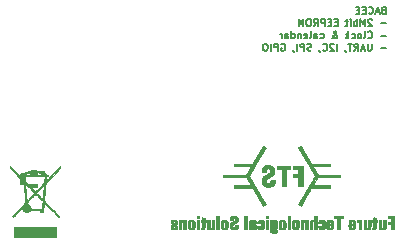
<source format=gbo>
G04 #@! TF.GenerationSoftware,KiCad,Pcbnew,(5.1.4)-1*
G04 #@! TF.CreationDate,2019-09-21T23:44:47+03:00*
G04 #@! TF.ProjectId,Project_3_BACEE,50726f6a-6563-4745-9f33-5f4241434545,v1.0*
G04 #@! TF.SameCoordinates,Original*
G04 #@! TF.FileFunction,Legend,Bot*
G04 #@! TF.FilePolarity,Positive*
%FSLAX46Y46*%
G04 Gerber Fmt 4.6, Leading zero omitted, Abs format (unit mm)*
G04 Created by KiCad (PCBNEW (5.1.4)-1) date 2019-09-21 23:44:47*
%MOMM*%
%LPD*%
G04 APERTURE LIST*
%ADD10C,0.150000*%
%ADD11C,0.010000*%
G04 APERTURE END LIST*
D10*
X149419642Y-90457142D02*
X149333928Y-90485714D01*
X149305357Y-90514285D01*
X149276785Y-90571428D01*
X149276785Y-90657142D01*
X149305357Y-90714285D01*
X149333928Y-90742857D01*
X149391071Y-90771428D01*
X149619642Y-90771428D01*
X149619642Y-90171428D01*
X149419642Y-90171428D01*
X149362500Y-90200000D01*
X149333928Y-90228571D01*
X149305357Y-90285714D01*
X149305357Y-90342857D01*
X149333928Y-90400000D01*
X149362500Y-90428571D01*
X149419642Y-90457142D01*
X149619642Y-90457142D01*
X149048214Y-90600000D02*
X148762500Y-90600000D01*
X149105357Y-90771428D02*
X148905357Y-90171428D01*
X148705357Y-90771428D01*
X148162500Y-90714285D02*
X148191071Y-90742857D01*
X148276785Y-90771428D01*
X148333928Y-90771428D01*
X148419642Y-90742857D01*
X148476785Y-90685714D01*
X148505357Y-90628571D01*
X148533928Y-90514285D01*
X148533928Y-90428571D01*
X148505357Y-90314285D01*
X148476785Y-90257142D01*
X148419642Y-90200000D01*
X148333928Y-90171428D01*
X148276785Y-90171428D01*
X148191071Y-90200000D01*
X148162500Y-90228571D01*
X147905357Y-90457142D02*
X147705357Y-90457142D01*
X147619642Y-90771428D02*
X147905357Y-90771428D01*
X147905357Y-90171428D01*
X147619642Y-90171428D01*
X147362500Y-90457142D02*
X147162500Y-90457142D01*
X147076785Y-90771428D02*
X147362500Y-90771428D01*
X147362500Y-90171428D01*
X147076785Y-90171428D01*
X149619642Y-91592857D02*
X149162500Y-91592857D01*
X148448214Y-91278571D02*
X148419642Y-91250000D01*
X148362500Y-91221428D01*
X148219642Y-91221428D01*
X148162500Y-91250000D01*
X148133928Y-91278571D01*
X148105357Y-91335714D01*
X148105357Y-91392857D01*
X148133928Y-91478571D01*
X148476785Y-91821428D01*
X148105357Y-91821428D01*
X147848214Y-91821428D02*
X147848214Y-91221428D01*
X147648214Y-91650000D01*
X147448214Y-91221428D01*
X147448214Y-91821428D01*
X147162500Y-91821428D02*
X147162500Y-91221428D01*
X147162500Y-91450000D02*
X147105357Y-91421428D01*
X146991071Y-91421428D01*
X146933928Y-91450000D01*
X146905357Y-91478571D01*
X146876785Y-91535714D01*
X146876785Y-91707142D01*
X146905357Y-91764285D01*
X146933928Y-91792857D01*
X146991071Y-91821428D01*
X147105357Y-91821428D01*
X147162500Y-91792857D01*
X146619642Y-91821428D02*
X146619642Y-91421428D01*
X146619642Y-91221428D02*
X146648214Y-91250000D01*
X146619642Y-91278571D01*
X146591071Y-91250000D01*
X146619642Y-91221428D01*
X146619642Y-91278571D01*
X146419642Y-91421428D02*
X146191071Y-91421428D01*
X146333928Y-91221428D02*
X146333928Y-91735714D01*
X146305357Y-91792857D01*
X146248214Y-91821428D01*
X146191071Y-91821428D01*
X145533928Y-91507142D02*
X145333928Y-91507142D01*
X145248214Y-91821428D02*
X145533928Y-91821428D01*
X145533928Y-91221428D01*
X145248214Y-91221428D01*
X144991071Y-91507142D02*
X144791071Y-91507142D01*
X144705357Y-91821428D02*
X144991071Y-91821428D01*
X144991071Y-91221428D01*
X144705357Y-91221428D01*
X144448214Y-91821428D02*
X144448214Y-91221428D01*
X144219642Y-91221428D01*
X144162500Y-91250000D01*
X144133928Y-91278571D01*
X144105357Y-91335714D01*
X144105357Y-91421428D01*
X144133928Y-91478571D01*
X144162500Y-91507142D01*
X144219642Y-91535714D01*
X144448214Y-91535714D01*
X143505357Y-91821428D02*
X143705357Y-91535714D01*
X143848214Y-91821428D02*
X143848214Y-91221428D01*
X143619642Y-91221428D01*
X143562500Y-91250000D01*
X143533928Y-91278571D01*
X143505357Y-91335714D01*
X143505357Y-91421428D01*
X143533928Y-91478571D01*
X143562500Y-91507142D01*
X143619642Y-91535714D01*
X143848214Y-91535714D01*
X143133928Y-91221428D02*
X143019642Y-91221428D01*
X142962500Y-91250000D01*
X142905357Y-91307142D01*
X142876785Y-91421428D01*
X142876785Y-91621428D01*
X142905357Y-91735714D01*
X142962500Y-91792857D01*
X143019642Y-91821428D01*
X143133928Y-91821428D01*
X143191071Y-91792857D01*
X143248214Y-91735714D01*
X143276785Y-91621428D01*
X143276785Y-91421428D01*
X143248214Y-91307142D01*
X143191071Y-91250000D01*
X143133928Y-91221428D01*
X142619642Y-91821428D02*
X142619642Y-91221428D01*
X142419642Y-91650000D01*
X142219642Y-91221428D01*
X142219642Y-91821428D01*
X149619642Y-92642857D02*
X149162500Y-92642857D01*
X148076785Y-92814285D02*
X148105357Y-92842857D01*
X148191071Y-92871428D01*
X148248214Y-92871428D01*
X148333928Y-92842857D01*
X148391071Y-92785714D01*
X148419642Y-92728571D01*
X148448214Y-92614285D01*
X148448214Y-92528571D01*
X148419642Y-92414285D01*
X148391071Y-92357142D01*
X148333928Y-92300000D01*
X148248214Y-92271428D01*
X148191071Y-92271428D01*
X148105357Y-92300000D01*
X148076785Y-92328571D01*
X147733928Y-92871428D02*
X147791071Y-92842857D01*
X147819642Y-92785714D01*
X147819642Y-92271428D01*
X147419642Y-92871428D02*
X147476785Y-92842857D01*
X147505357Y-92814285D01*
X147533928Y-92757142D01*
X147533928Y-92585714D01*
X147505357Y-92528571D01*
X147476785Y-92500000D01*
X147419642Y-92471428D01*
X147333928Y-92471428D01*
X147276785Y-92500000D01*
X147248214Y-92528571D01*
X147219642Y-92585714D01*
X147219642Y-92757142D01*
X147248214Y-92814285D01*
X147276785Y-92842857D01*
X147333928Y-92871428D01*
X147419642Y-92871428D01*
X146705357Y-92842857D02*
X146762500Y-92871428D01*
X146876785Y-92871428D01*
X146933928Y-92842857D01*
X146962500Y-92814285D01*
X146991071Y-92757142D01*
X146991071Y-92585714D01*
X146962500Y-92528571D01*
X146933928Y-92500000D01*
X146876785Y-92471428D01*
X146762500Y-92471428D01*
X146705357Y-92500000D01*
X146448214Y-92871428D02*
X146448214Y-92271428D01*
X146391071Y-92642857D02*
X146219642Y-92871428D01*
X146219642Y-92471428D02*
X146448214Y-92700000D01*
X145019642Y-92871428D02*
X145048214Y-92871428D01*
X145105357Y-92842857D01*
X145191071Y-92757142D01*
X145333928Y-92585714D01*
X145391071Y-92500000D01*
X145419642Y-92414285D01*
X145419642Y-92357142D01*
X145391071Y-92300000D01*
X145333928Y-92271428D01*
X145305357Y-92271428D01*
X145248214Y-92300000D01*
X145219642Y-92357142D01*
X145219642Y-92385714D01*
X145248214Y-92442857D01*
X145276785Y-92471428D01*
X145448214Y-92585714D01*
X145476785Y-92614285D01*
X145505357Y-92671428D01*
X145505357Y-92757142D01*
X145476785Y-92814285D01*
X145448214Y-92842857D01*
X145391071Y-92871428D01*
X145305357Y-92871428D01*
X145248214Y-92842857D01*
X145219642Y-92814285D01*
X145133928Y-92700000D01*
X145105357Y-92614285D01*
X145105357Y-92557142D01*
X144048214Y-92842857D02*
X144105357Y-92871428D01*
X144219642Y-92871428D01*
X144276785Y-92842857D01*
X144305357Y-92814285D01*
X144333928Y-92757142D01*
X144333928Y-92585714D01*
X144305357Y-92528571D01*
X144276785Y-92500000D01*
X144219642Y-92471428D01*
X144105357Y-92471428D01*
X144048214Y-92500000D01*
X143533928Y-92871428D02*
X143533928Y-92557142D01*
X143562500Y-92500000D01*
X143619642Y-92471428D01*
X143733928Y-92471428D01*
X143791071Y-92500000D01*
X143533928Y-92842857D02*
X143591071Y-92871428D01*
X143733928Y-92871428D01*
X143791071Y-92842857D01*
X143819642Y-92785714D01*
X143819642Y-92728571D01*
X143791071Y-92671428D01*
X143733928Y-92642857D01*
X143591071Y-92642857D01*
X143533928Y-92614285D01*
X143162500Y-92871428D02*
X143219642Y-92842857D01*
X143248214Y-92785714D01*
X143248214Y-92271428D01*
X142705357Y-92842857D02*
X142762500Y-92871428D01*
X142876785Y-92871428D01*
X142933928Y-92842857D01*
X142962500Y-92785714D01*
X142962500Y-92557142D01*
X142933928Y-92500000D01*
X142876785Y-92471428D01*
X142762500Y-92471428D01*
X142705357Y-92500000D01*
X142676785Y-92557142D01*
X142676785Y-92614285D01*
X142962500Y-92671428D01*
X142419642Y-92471428D02*
X142419642Y-92871428D01*
X142419642Y-92528571D02*
X142391071Y-92500000D01*
X142333928Y-92471428D01*
X142248214Y-92471428D01*
X142191071Y-92500000D01*
X142162500Y-92557142D01*
X142162500Y-92871428D01*
X141619642Y-92871428D02*
X141619642Y-92271428D01*
X141619642Y-92842857D02*
X141676785Y-92871428D01*
X141791071Y-92871428D01*
X141848214Y-92842857D01*
X141876785Y-92814285D01*
X141905357Y-92757142D01*
X141905357Y-92585714D01*
X141876785Y-92528571D01*
X141848214Y-92500000D01*
X141791071Y-92471428D01*
X141676785Y-92471428D01*
X141619642Y-92500000D01*
X141076785Y-92871428D02*
X141076785Y-92557142D01*
X141105357Y-92500000D01*
X141162500Y-92471428D01*
X141276785Y-92471428D01*
X141333928Y-92500000D01*
X141076785Y-92842857D02*
X141133928Y-92871428D01*
X141276785Y-92871428D01*
X141333928Y-92842857D01*
X141362500Y-92785714D01*
X141362500Y-92728571D01*
X141333928Y-92671428D01*
X141276785Y-92642857D01*
X141133928Y-92642857D01*
X141076785Y-92614285D01*
X140791071Y-92871428D02*
X140791071Y-92471428D01*
X140791071Y-92585714D02*
X140762500Y-92528571D01*
X140733928Y-92500000D01*
X140676785Y-92471428D01*
X140619642Y-92471428D01*
X149619642Y-93692857D02*
X149162500Y-93692857D01*
X148419642Y-93321428D02*
X148419642Y-93807142D01*
X148391071Y-93864285D01*
X148362500Y-93892857D01*
X148305357Y-93921428D01*
X148191071Y-93921428D01*
X148133928Y-93892857D01*
X148105357Y-93864285D01*
X148076785Y-93807142D01*
X148076785Y-93321428D01*
X147819642Y-93750000D02*
X147533928Y-93750000D01*
X147876785Y-93921428D02*
X147676785Y-93321428D01*
X147476785Y-93921428D01*
X146933928Y-93921428D02*
X147133928Y-93635714D01*
X147276785Y-93921428D02*
X147276785Y-93321428D01*
X147048214Y-93321428D01*
X146991071Y-93350000D01*
X146962500Y-93378571D01*
X146933928Y-93435714D01*
X146933928Y-93521428D01*
X146962500Y-93578571D01*
X146991071Y-93607142D01*
X147048214Y-93635714D01*
X147276785Y-93635714D01*
X146762500Y-93321428D02*
X146419642Y-93321428D01*
X146591071Y-93921428D02*
X146591071Y-93321428D01*
X146191071Y-93892857D02*
X146191071Y-93921428D01*
X146219642Y-93978571D01*
X146248214Y-94007142D01*
X145476785Y-93921428D02*
X145476785Y-93321428D01*
X145219642Y-93378571D02*
X145191071Y-93350000D01*
X145133928Y-93321428D01*
X144991071Y-93321428D01*
X144933928Y-93350000D01*
X144905357Y-93378571D01*
X144876785Y-93435714D01*
X144876785Y-93492857D01*
X144905357Y-93578571D01*
X145248214Y-93921428D01*
X144876785Y-93921428D01*
X144276785Y-93864285D02*
X144305357Y-93892857D01*
X144391071Y-93921428D01*
X144448214Y-93921428D01*
X144533928Y-93892857D01*
X144591071Y-93835714D01*
X144619642Y-93778571D01*
X144648214Y-93664285D01*
X144648214Y-93578571D01*
X144619642Y-93464285D01*
X144591071Y-93407142D01*
X144533928Y-93350000D01*
X144448214Y-93321428D01*
X144391071Y-93321428D01*
X144305357Y-93350000D01*
X144276785Y-93378571D01*
X143991071Y-93892857D02*
X143991071Y-93921428D01*
X144019642Y-93978571D01*
X144048214Y-94007142D01*
X143305357Y-93892857D02*
X143219642Y-93921428D01*
X143076785Y-93921428D01*
X143019642Y-93892857D01*
X142991071Y-93864285D01*
X142962500Y-93807142D01*
X142962500Y-93750000D01*
X142991071Y-93692857D01*
X143019642Y-93664285D01*
X143076785Y-93635714D01*
X143191071Y-93607142D01*
X143248214Y-93578571D01*
X143276785Y-93550000D01*
X143305357Y-93492857D01*
X143305357Y-93435714D01*
X143276785Y-93378571D01*
X143248214Y-93350000D01*
X143191071Y-93321428D01*
X143048214Y-93321428D01*
X142962500Y-93350000D01*
X142705357Y-93921428D02*
X142705357Y-93321428D01*
X142476785Y-93321428D01*
X142419642Y-93350000D01*
X142391071Y-93378571D01*
X142362500Y-93435714D01*
X142362500Y-93521428D01*
X142391071Y-93578571D01*
X142419642Y-93607142D01*
X142476785Y-93635714D01*
X142705357Y-93635714D01*
X142105357Y-93921428D02*
X142105357Y-93321428D01*
X141791071Y-93892857D02*
X141791071Y-93921428D01*
X141819642Y-93978571D01*
X141848214Y-94007142D01*
X140762500Y-93350000D02*
X140819642Y-93321428D01*
X140905357Y-93321428D01*
X140991071Y-93350000D01*
X141048214Y-93407142D01*
X141076785Y-93464285D01*
X141105357Y-93578571D01*
X141105357Y-93664285D01*
X141076785Y-93778571D01*
X141048214Y-93835714D01*
X140991071Y-93892857D01*
X140905357Y-93921428D01*
X140848214Y-93921428D01*
X140762500Y-93892857D01*
X140733928Y-93864285D01*
X140733928Y-93664285D01*
X140848214Y-93664285D01*
X140476785Y-93921428D02*
X140476785Y-93321428D01*
X140248214Y-93321428D01*
X140191071Y-93350000D01*
X140162500Y-93378571D01*
X140133928Y-93435714D01*
X140133928Y-93521428D01*
X140162500Y-93578571D01*
X140191071Y-93607142D01*
X140248214Y-93635714D01*
X140476785Y-93635714D01*
X139876785Y-93921428D02*
X139876785Y-93321428D01*
X139476785Y-93321428D02*
X139362500Y-93321428D01*
X139305357Y-93350000D01*
X139248214Y-93407142D01*
X139219642Y-93521428D01*
X139219642Y-93721428D01*
X139248214Y-93835714D01*
X139305357Y-93892857D01*
X139362500Y-93921428D01*
X139476785Y-93921428D01*
X139533928Y-93892857D01*
X139591071Y-93835714D01*
X139619642Y-93721428D01*
X139619642Y-93521428D01*
X139591071Y-93407142D01*
X139533928Y-93350000D01*
X139476785Y-93321428D01*
D11*
G36*
X117763570Y-103744848D02*
G01*
X117764189Y-103831931D01*
X118215914Y-104290891D01*
X118667639Y-104749852D01*
X118667968Y-104960471D01*
X118668297Y-105171089D01*
X118943390Y-105171089D01*
X118950478Y-105224530D01*
X118953162Y-105248888D01*
X118957687Y-105294759D01*
X118963809Y-105359405D01*
X118971288Y-105440091D01*
X118979881Y-105534081D01*
X118989346Y-105638637D01*
X118999442Y-105751025D01*
X119009926Y-105868507D01*
X119020556Y-105988348D01*
X119031091Y-106107811D01*
X119041287Y-106224159D01*
X119050905Y-106334657D01*
X119059700Y-106436569D01*
X119067432Y-106527158D01*
X119073858Y-106603687D01*
X119078737Y-106663421D01*
X119081825Y-106703624D01*
X119082883Y-106721559D01*
X119082882Y-106721644D01*
X119075173Y-106736035D01*
X119052019Y-106765748D01*
X119013105Y-106811131D01*
X118958116Y-106872529D01*
X118886736Y-106950288D01*
X118798651Y-107044754D01*
X118693546Y-107156272D01*
X118571105Y-107285188D01*
X118536690Y-107321287D01*
X117990863Y-107893416D01*
X118079119Y-107981436D01*
X118150515Y-107903758D01*
X118176634Y-107875686D01*
X118217434Y-107832274D01*
X118270223Y-107776366D01*
X118332309Y-107710808D01*
X118401000Y-107638441D01*
X118473604Y-107562112D01*
X118517040Y-107516524D01*
X118598584Y-107431119D01*
X118664496Y-107362710D01*
X118716456Y-107310053D01*
X118756145Y-107271905D01*
X118785243Y-107247020D01*
X118805431Y-107234156D01*
X118818390Y-107232068D01*
X118825800Y-107239513D01*
X118829342Y-107255246D01*
X118830697Y-107278023D01*
X118830879Y-107284239D01*
X118840297Y-107327061D01*
X118863503Y-107378819D01*
X118895864Y-107431328D01*
X118932748Y-107476403D01*
X118947507Y-107490328D01*
X119023233Y-107539047D01*
X119111692Y-107566306D01*
X119189900Y-107572773D01*
X119278532Y-107560576D01*
X119360388Y-107524813D01*
X119432836Y-107466722D01*
X119446203Y-107452262D01*
X119495082Y-107396733D01*
X120340674Y-107396733D01*
X120340674Y-107572773D01*
X120567010Y-107572773D01*
X120567010Y-107490531D01*
X120569850Y-107434386D01*
X120579393Y-107395416D01*
X120590991Y-107374219D01*
X120599277Y-107359052D01*
X120606373Y-107337062D01*
X120612748Y-107304987D01*
X120618872Y-107259569D01*
X120625216Y-107197548D01*
X120632250Y-107115662D01*
X120637066Y-107054746D01*
X120659161Y-106769343D01*
X121201565Y-107318805D01*
X121299637Y-107418228D01*
X121393784Y-107513815D01*
X121482285Y-107603810D01*
X121563420Y-107686457D01*
X121635469Y-107760001D01*
X121696712Y-107822684D01*
X121745427Y-107872752D01*
X121779896Y-107908448D01*
X121798379Y-107927995D01*
X121828743Y-107958944D01*
X121854071Y-107980530D01*
X121867695Y-107987723D01*
X121885095Y-107979297D01*
X121910460Y-107958245D01*
X121919058Y-107949671D01*
X121955514Y-107911620D01*
X121754802Y-107707658D01*
X121703596Y-107655699D01*
X121637569Y-107588820D01*
X121559618Y-107509950D01*
X121472638Y-107422014D01*
X121379526Y-107327941D01*
X121283179Y-107230658D01*
X121186492Y-107133093D01*
X121117134Y-107063145D01*
X121011703Y-106956550D01*
X120923129Y-106866307D01*
X120850281Y-106791192D01*
X120792023Y-106729986D01*
X120747225Y-106681466D01*
X120725021Y-106656129D01*
X120546724Y-106656129D01*
X120524401Y-106941555D01*
X120517669Y-107025219D01*
X120511157Y-107101727D01*
X120505234Y-107167081D01*
X120500268Y-107217281D01*
X120496629Y-107248329D01*
X120495458Y-107255273D01*
X120488838Y-107283565D01*
X119539364Y-107283565D01*
X119533026Y-107204606D01*
X119513890Y-107111315D01*
X119473846Y-107028791D01*
X119415418Y-106960038D01*
X119341129Y-106908063D01*
X119257748Y-106876863D01*
X119230698Y-106862228D01*
X119217156Y-106830819D01*
X119216872Y-106829434D01*
X119215247Y-106816174D01*
X119217256Y-106802595D01*
X119224858Y-106786181D01*
X119240016Y-106764411D01*
X119264688Y-106734767D01*
X119300836Y-106694732D01*
X119350420Y-106641785D01*
X119415401Y-106573409D01*
X119419599Y-106569005D01*
X119489493Y-106495611D01*
X119563800Y-106417437D01*
X119637414Y-106339864D01*
X119705229Y-106268275D01*
X119762140Y-106208051D01*
X119774832Y-106194587D01*
X119823487Y-106143820D01*
X119866709Y-106100375D01*
X119901395Y-106067241D01*
X119924444Y-106047405D01*
X119932182Y-106043046D01*
X119943722Y-106052170D01*
X119970710Y-106077200D01*
X120011021Y-106116052D01*
X120062529Y-106166643D01*
X120123109Y-106226888D01*
X120190636Y-106294704D01*
X120245826Y-106350565D01*
X120546724Y-106656129D01*
X120725021Y-106656129D01*
X120714751Y-106644411D01*
X120693471Y-106617599D01*
X120682251Y-106599808D01*
X120679754Y-106591570D01*
X120680700Y-106573590D01*
X120683573Y-106532892D01*
X120688187Y-106471819D01*
X120694358Y-106392713D01*
X120701898Y-106297914D01*
X120710621Y-106189767D01*
X120720343Y-106070612D01*
X120730876Y-105942791D01*
X120739365Y-105840635D01*
X120787396Y-105264674D01*
X120663805Y-105264674D01*
X120663273Y-105277104D01*
X120660769Y-105312110D01*
X120656496Y-105367215D01*
X120650653Y-105439943D01*
X120643443Y-105527814D01*
X120635066Y-105628351D01*
X120625723Y-105739077D01*
X120616758Y-105844205D01*
X120606602Y-105963483D01*
X120597142Y-106076080D01*
X120588596Y-106179305D01*
X120581179Y-106270473D01*
X120575108Y-106346895D01*
X120570601Y-106405883D01*
X120567873Y-106444749D01*
X120567116Y-106459844D01*
X120565935Y-106469238D01*
X120561256Y-106472966D01*
X120551276Y-106469471D01*
X120534190Y-106457199D01*
X120508196Y-106434594D01*
X120471490Y-106400100D01*
X120422267Y-106352162D01*
X120358726Y-106289224D01*
X120291305Y-106221968D01*
X120015601Y-105946477D01*
X120017533Y-105944406D01*
X119835290Y-105944406D01*
X119826984Y-105955780D01*
X119803733Y-105982563D01*
X119767865Y-106022292D01*
X119721713Y-106072507D01*
X119667606Y-106130746D01*
X119607874Y-106194547D01*
X119544848Y-106261449D01*
X119480858Y-106328990D01*
X119418236Y-106394710D01*
X119359310Y-106456146D01*
X119306412Y-106510837D01*
X119261872Y-106556322D01*
X119228020Y-106590138D01*
X119207188Y-106609826D01*
X119201506Y-106613837D01*
X119199634Y-106600891D01*
X119195746Y-106565134D01*
X119190057Y-106508804D01*
X119182781Y-106434140D01*
X119174131Y-106343380D01*
X119164322Y-106238762D01*
X119153566Y-106122526D01*
X119142079Y-105996908D01*
X119132907Y-105895618D01*
X119121174Y-105764279D01*
X119110335Y-105640552D01*
X119100570Y-105526681D01*
X119092063Y-105424911D01*
X119084995Y-105337487D01*
X119079549Y-105266653D01*
X119075908Y-105214653D01*
X119074253Y-105183732D01*
X119074442Y-105175703D01*
X119084334Y-105182854D01*
X119109524Y-105205841D01*
X119147810Y-105242439D01*
X119196989Y-105290422D01*
X119254861Y-105347566D01*
X119319222Y-105411647D01*
X119387871Y-105480438D01*
X119458605Y-105551716D01*
X119529222Y-105623255D01*
X119597520Y-105692830D01*
X119661296Y-105758217D01*
X119718350Y-105817191D01*
X119766478Y-105867527D01*
X119803478Y-105906999D01*
X119827148Y-105933383D01*
X119835290Y-105944406D01*
X120017533Y-105944406D01*
X120118409Y-105836295D01*
X120170768Y-105780377D01*
X120229535Y-105717948D01*
X120292385Y-105651443D01*
X120356995Y-105583298D01*
X120421042Y-105515948D01*
X120482203Y-105451828D01*
X120538153Y-105393372D01*
X120586570Y-105343018D01*
X120625130Y-105303198D01*
X120651509Y-105276350D01*
X120663384Y-105264908D01*
X120663805Y-105264674D01*
X120787396Y-105264674D01*
X120799401Y-105120726D01*
X121399938Y-104489158D01*
X122000475Y-103857589D01*
X122000034Y-103769315D01*
X121999592Y-103681040D01*
X121902583Y-103784666D01*
X121848291Y-103842463D01*
X121784192Y-103910368D01*
X121712016Y-103986572D01*
X121633492Y-104069269D01*
X121550349Y-104156653D01*
X121464319Y-104246915D01*
X121377130Y-104338250D01*
X121290513Y-104428849D01*
X121206197Y-104516907D01*
X121125912Y-104600615D01*
X121051387Y-104678167D01*
X120984354Y-104747757D01*
X120926541Y-104807576D01*
X120879679Y-104855818D01*
X120845496Y-104890676D01*
X120825724Y-104910343D01*
X120821390Y-104914116D01*
X120821092Y-104900992D01*
X120822731Y-104867389D01*
X120826023Y-104817880D01*
X120830682Y-104757037D01*
X120832682Y-104732732D01*
X120847577Y-104554951D01*
X120730955Y-104554951D01*
X120724934Y-104583243D01*
X120721863Y-104605618D01*
X120717548Y-104647717D01*
X120712488Y-104704178D01*
X120707181Y-104769635D01*
X120705344Y-104793862D01*
X120699927Y-104863421D01*
X120694459Y-104928018D01*
X120689488Y-104981548D01*
X120685561Y-105017910D01*
X120684675Y-105024509D01*
X120681334Y-105038056D01*
X120674101Y-105053914D01*
X120661440Y-105073861D01*
X120641811Y-105099673D01*
X120613678Y-105133129D01*
X120575502Y-105176007D01*
X120525746Y-105230083D01*
X120462871Y-105297136D01*
X120385341Y-105378943D01*
X120306251Y-105461950D01*
X120227564Y-105544094D01*
X120154112Y-105620169D01*
X120087724Y-105688325D01*
X120030227Y-105746712D01*
X119983451Y-105793481D01*
X119949224Y-105826782D01*
X119929373Y-105844767D01*
X119925140Y-105847442D01*
X119914003Y-105837741D01*
X119887971Y-105812441D01*
X119849570Y-105774082D01*
X119801328Y-105725200D01*
X119745770Y-105668334D01*
X119705592Y-105626906D01*
X119495831Y-105410000D01*
X120114337Y-105410000D01*
X120114337Y-105171089D01*
X119359881Y-105171089D01*
X119359881Y-105277542D01*
X119221565Y-105139654D01*
X119123447Y-105041840D01*
X118932357Y-105041840D01*
X118930529Y-105057270D01*
X118921277Y-105065867D01*
X118898950Y-105069613D01*
X118857895Y-105070489D01*
X118850624Y-105070495D01*
X118768891Y-105070495D01*
X118768891Y-104851172D01*
X118850624Y-104932179D01*
X118896730Y-104981428D01*
X118924306Y-105019159D01*
X118932357Y-105041840D01*
X119123447Y-105041840D01*
X119083248Y-105001766D01*
X119083248Y-104878952D01*
X119082863Y-104822450D01*
X119081100Y-104786505D01*
X119077050Y-104766530D01*
X119069801Y-104757937D01*
X119058870Y-104756139D01*
X119046712Y-104753498D01*
X119037727Y-104742912D01*
X119030826Y-104720381D01*
X119024924Y-104681909D01*
X119018935Y-104623498D01*
X119017013Y-104602104D01*
X119012852Y-104554951D01*
X120730955Y-104554951D01*
X120847577Y-104554951D01*
X121007109Y-104554951D01*
X121007109Y-104441782D01*
X120939314Y-104441782D01*
X120899662Y-104440696D01*
X120878116Y-104435454D01*
X120875480Y-104432334D01*
X120736616Y-104432334D01*
X120729308Y-104439462D01*
X120703993Y-104441662D01*
X120686908Y-104441782D01*
X120629881Y-104441782D01*
X120417221Y-104441782D01*
X119002698Y-104441782D01*
X119050542Y-104392786D01*
X119124850Y-104332324D01*
X119216816Y-104285691D01*
X119327998Y-104252249D01*
X119438471Y-104233753D01*
X119510773Y-104225122D01*
X119510773Y-104316040D01*
X120089188Y-104316040D01*
X120089188Y-104212893D01*
X120174065Y-104221496D01*
X120233368Y-104228756D01*
X120296551Y-104238379D01*
X120334386Y-104245252D01*
X120409832Y-104260407D01*
X120413526Y-104351095D01*
X120417221Y-104441782D01*
X120629881Y-104441782D01*
X120629881Y-104391485D01*
X120631544Y-104359976D01*
X120635697Y-104342463D01*
X120637371Y-104341188D01*
X120655987Y-104349254D01*
X120683183Y-104368820D01*
X120710448Y-104392944D01*
X120729267Y-104414682D01*
X120730943Y-104417508D01*
X120736616Y-104432334D01*
X120875480Y-104432334D01*
X120867662Y-104423081D01*
X120863442Y-104409604D01*
X120846219Y-104374627D01*
X120813138Y-104332579D01*
X120769893Y-104289356D01*
X120722174Y-104250854D01*
X120690830Y-104230801D01*
X120655123Y-104208851D01*
X120636819Y-104190411D01*
X120630388Y-104168668D01*
X120629894Y-104155718D01*
X120629894Y-104152575D01*
X119988594Y-104152575D01*
X119988594Y-104215446D01*
X119611367Y-104215446D01*
X119611367Y-104152575D01*
X119988594Y-104152575D01*
X120629894Y-104152575D01*
X120629881Y-104114852D01*
X120524048Y-104114852D01*
X120475355Y-104116029D01*
X120437405Y-104119165D01*
X120416308Y-104123671D01*
X120414023Y-104125495D01*
X120400641Y-104128295D01*
X120368074Y-104127148D01*
X120321916Y-104122393D01*
X120290376Y-104118003D01*
X120233188Y-104109378D01*
X120180886Y-104101591D01*
X120141582Y-104095847D01*
X120130055Y-104094215D01*
X120099937Y-104084888D01*
X120089188Y-104070272D01*
X120085920Y-104064320D01*
X120074230Y-104059778D01*
X120051288Y-104056470D01*
X120014265Y-104054215D01*
X119960332Y-104052834D01*
X119886660Y-104052150D01*
X119799980Y-104051980D01*
X119707471Y-104052077D01*
X119637094Y-104052530D01*
X119585836Y-104053590D01*
X119550680Y-104055503D01*
X119528611Y-104058519D01*
X119516615Y-104062885D01*
X119511676Y-104068849D01*
X119510773Y-104075784D01*
X119503079Y-104097795D01*
X119477879Y-104110321D01*
X119431991Y-104114788D01*
X119423736Y-104114852D01*
X119346027Y-104122868D01*
X119257767Y-104144936D01*
X119166915Y-104178084D01*
X119081430Y-104219339D01*
X119009274Y-104265731D01*
X118999928Y-104273082D01*
X118969467Y-104296998D01*
X118951428Y-104306576D01*
X118938831Y-104303480D01*
X118925900Y-104290704D01*
X118887707Y-104265678D01*
X118838002Y-104256071D01*
X118784476Y-104261067D01*
X118734822Y-104279851D01*
X118696733Y-104311606D01*
X118693975Y-104315297D01*
X118665474Y-104374575D01*
X118660172Y-104435934D01*
X118677482Y-104494427D01*
X118716820Y-104545104D01*
X118721630Y-104549289D01*
X118749560Y-104569167D01*
X118777898Y-104577921D01*
X118817737Y-104578553D01*
X118827689Y-104577992D01*
X118866668Y-104576562D01*
X118886746Y-104579839D01*
X118894015Y-104589728D01*
X118894760Y-104598961D01*
X118896284Y-104625744D01*
X118900065Y-104666025D01*
X118902782Y-104690124D01*
X118906723Y-104728401D01*
X118905084Y-104747996D01*
X118895579Y-104755158D01*
X118878649Y-104756139D01*
X118868608Y-104752901D01*
X118852410Y-104742420D01*
X118828855Y-104723548D01*
X118796743Y-104695135D01*
X118754872Y-104656035D01*
X118702043Y-104605097D01*
X118637055Y-104541173D01*
X118558709Y-104463114D01*
X118465803Y-104369772D01*
X118357137Y-104259998D01*
X118304769Y-104206952D01*
X117762951Y-103657767D01*
X117763570Y-103744848D01*
X117763570Y-103744848D01*
G37*
X117763570Y-103744848D02*
X117764189Y-103831931D01*
X118215914Y-104290891D01*
X118667639Y-104749852D01*
X118667968Y-104960471D01*
X118668297Y-105171089D01*
X118943390Y-105171089D01*
X118950478Y-105224530D01*
X118953162Y-105248888D01*
X118957687Y-105294759D01*
X118963809Y-105359405D01*
X118971288Y-105440091D01*
X118979881Y-105534081D01*
X118989346Y-105638637D01*
X118999442Y-105751025D01*
X119009926Y-105868507D01*
X119020556Y-105988348D01*
X119031091Y-106107811D01*
X119041287Y-106224159D01*
X119050905Y-106334657D01*
X119059700Y-106436569D01*
X119067432Y-106527158D01*
X119073858Y-106603687D01*
X119078737Y-106663421D01*
X119081825Y-106703624D01*
X119082883Y-106721559D01*
X119082882Y-106721644D01*
X119075173Y-106736035D01*
X119052019Y-106765748D01*
X119013105Y-106811131D01*
X118958116Y-106872529D01*
X118886736Y-106950288D01*
X118798651Y-107044754D01*
X118693546Y-107156272D01*
X118571105Y-107285188D01*
X118536690Y-107321287D01*
X117990863Y-107893416D01*
X118079119Y-107981436D01*
X118150515Y-107903758D01*
X118176634Y-107875686D01*
X118217434Y-107832274D01*
X118270223Y-107776366D01*
X118332309Y-107710808D01*
X118401000Y-107638441D01*
X118473604Y-107562112D01*
X118517040Y-107516524D01*
X118598584Y-107431119D01*
X118664496Y-107362710D01*
X118716456Y-107310053D01*
X118756145Y-107271905D01*
X118785243Y-107247020D01*
X118805431Y-107234156D01*
X118818390Y-107232068D01*
X118825800Y-107239513D01*
X118829342Y-107255246D01*
X118830697Y-107278023D01*
X118830879Y-107284239D01*
X118840297Y-107327061D01*
X118863503Y-107378819D01*
X118895864Y-107431328D01*
X118932748Y-107476403D01*
X118947507Y-107490328D01*
X119023233Y-107539047D01*
X119111692Y-107566306D01*
X119189900Y-107572773D01*
X119278532Y-107560576D01*
X119360388Y-107524813D01*
X119432836Y-107466722D01*
X119446203Y-107452262D01*
X119495082Y-107396733D01*
X120340674Y-107396733D01*
X120340674Y-107572773D01*
X120567010Y-107572773D01*
X120567010Y-107490531D01*
X120569850Y-107434386D01*
X120579393Y-107395416D01*
X120590991Y-107374219D01*
X120599277Y-107359052D01*
X120606373Y-107337062D01*
X120612748Y-107304987D01*
X120618872Y-107259569D01*
X120625216Y-107197548D01*
X120632250Y-107115662D01*
X120637066Y-107054746D01*
X120659161Y-106769343D01*
X121201565Y-107318805D01*
X121299637Y-107418228D01*
X121393784Y-107513815D01*
X121482285Y-107603810D01*
X121563420Y-107686457D01*
X121635469Y-107760001D01*
X121696712Y-107822684D01*
X121745427Y-107872752D01*
X121779896Y-107908448D01*
X121798379Y-107927995D01*
X121828743Y-107958944D01*
X121854071Y-107980530D01*
X121867695Y-107987723D01*
X121885095Y-107979297D01*
X121910460Y-107958245D01*
X121919058Y-107949671D01*
X121955514Y-107911620D01*
X121754802Y-107707658D01*
X121703596Y-107655699D01*
X121637569Y-107588820D01*
X121559618Y-107509950D01*
X121472638Y-107422014D01*
X121379526Y-107327941D01*
X121283179Y-107230658D01*
X121186492Y-107133093D01*
X121117134Y-107063145D01*
X121011703Y-106956550D01*
X120923129Y-106866307D01*
X120850281Y-106791192D01*
X120792023Y-106729986D01*
X120747225Y-106681466D01*
X120725021Y-106656129D01*
X120546724Y-106656129D01*
X120524401Y-106941555D01*
X120517669Y-107025219D01*
X120511157Y-107101727D01*
X120505234Y-107167081D01*
X120500268Y-107217281D01*
X120496629Y-107248329D01*
X120495458Y-107255273D01*
X120488838Y-107283565D01*
X119539364Y-107283565D01*
X119533026Y-107204606D01*
X119513890Y-107111315D01*
X119473846Y-107028791D01*
X119415418Y-106960038D01*
X119341129Y-106908063D01*
X119257748Y-106876863D01*
X119230698Y-106862228D01*
X119217156Y-106830819D01*
X119216872Y-106829434D01*
X119215247Y-106816174D01*
X119217256Y-106802595D01*
X119224858Y-106786181D01*
X119240016Y-106764411D01*
X119264688Y-106734767D01*
X119300836Y-106694732D01*
X119350420Y-106641785D01*
X119415401Y-106573409D01*
X119419599Y-106569005D01*
X119489493Y-106495611D01*
X119563800Y-106417437D01*
X119637414Y-106339864D01*
X119705229Y-106268275D01*
X119762140Y-106208051D01*
X119774832Y-106194587D01*
X119823487Y-106143820D01*
X119866709Y-106100375D01*
X119901395Y-106067241D01*
X119924444Y-106047405D01*
X119932182Y-106043046D01*
X119943722Y-106052170D01*
X119970710Y-106077200D01*
X120011021Y-106116052D01*
X120062529Y-106166643D01*
X120123109Y-106226888D01*
X120190636Y-106294704D01*
X120245826Y-106350565D01*
X120546724Y-106656129D01*
X120725021Y-106656129D01*
X120714751Y-106644411D01*
X120693471Y-106617599D01*
X120682251Y-106599808D01*
X120679754Y-106591570D01*
X120680700Y-106573590D01*
X120683573Y-106532892D01*
X120688187Y-106471819D01*
X120694358Y-106392713D01*
X120701898Y-106297914D01*
X120710621Y-106189767D01*
X120720343Y-106070612D01*
X120730876Y-105942791D01*
X120739365Y-105840635D01*
X120787396Y-105264674D01*
X120663805Y-105264674D01*
X120663273Y-105277104D01*
X120660769Y-105312110D01*
X120656496Y-105367215D01*
X120650653Y-105439943D01*
X120643443Y-105527814D01*
X120635066Y-105628351D01*
X120625723Y-105739077D01*
X120616758Y-105844205D01*
X120606602Y-105963483D01*
X120597142Y-106076080D01*
X120588596Y-106179305D01*
X120581179Y-106270473D01*
X120575108Y-106346895D01*
X120570601Y-106405883D01*
X120567873Y-106444749D01*
X120567116Y-106459844D01*
X120565935Y-106469238D01*
X120561256Y-106472966D01*
X120551276Y-106469471D01*
X120534190Y-106457199D01*
X120508196Y-106434594D01*
X120471490Y-106400100D01*
X120422267Y-106352162D01*
X120358726Y-106289224D01*
X120291305Y-106221968D01*
X120015601Y-105946477D01*
X120017533Y-105944406D01*
X119835290Y-105944406D01*
X119826984Y-105955780D01*
X119803733Y-105982563D01*
X119767865Y-106022292D01*
X119721713Y-106072507D01*
X119667606Y-106130746D01*
X119607874Y-106194547D01*
X119544848Y-106261449D01*
X119480858Y-106328990D01*
X119418236Y-106394710D01*
X119359310Y-106456146D01*
X119306412Y-106510837D01*
X119261872Y-106556322D01*
X119228020Y-106590138D01*
X119207188Y-106609826D01*
X119201506Y-106613837D01*
X119199634Y-106600891D01*
X119195746Y-106565134D01*
X119190057Y-106508804D01*
X119182781Y-106434140D01*
X119174131Y-106343380D01*
X119164322Y-106238762D01*
X119153566Y-106122526D01*
X119142079Y-105996908D01*
X119132907Y-105895618D01*
X119121174Y-105764279D01*
X119110335Y-105640552D01*
X119100570Y-105526681D01*
X119092063Y-105424911D01*
X119084995Y-105337487D01*
X119079549Y-105266653D01*
X119075908Y-105214653D01*
X119074253Y-105183732D01*
X119074442Y-105175703D01*
X119084334Y-105182854D01*
X119109524Y-105205841D01*
X119147810Y-105242439D01*
X119196989Y-105290422D01*
X119254861Y-105347566D01*
X119319222Y-105411647D01*
X119387871Y-105480438D01*
X119458605Y-105551716D01*
X119529222Y-105623255D01*
X119597520Y-105692830D01*
X119661296Y-105758217D01*
X119718350Y-105817191D01*
X119766478Y-105867527D01*
X119803478Y-105906999D01*
X119827148Y-105933383D01*
X119835290Y-105944406D01*
X120017533Y-105944406D01*
X120118409Y-105836295D01*
X120170768Y-105780377D01*
X120229535Y-105717948D01*
X120292385Y-105651443D01*
X120356995Y-105583298D01*
X120421042Y-105515948D01*
X120482203Y-105451828D01*
X120538153Y-105393372D01*
X120586570Y-105343018D01*
X120625130Y-105303198D01*
X120651509Y-105276350D01*
X120663384Y-105264908D01*
X120663805Y-105264674D01*
X120787396Y-105264674D01*
X120799401Y-105120726D01*
X121399938Y-104489158D01*
X122000475Y-103857589D01*
X122000034Y-103769315D01*
X121999592Y-103681040D01*
X121902583Y-103784666D01*
X121848291Y-103842463D01*
X121784192Y-103910368D01*
X121712016Y-103986572D01*
X121633492Y-104069269D01*
X121550349Y-104156653D01*
X121464319Y-104246915D01*
X121377130Y-104338250D01*
X121290513Y-104428849D01*
X121206197Y-104516907D01*
X121125912Y-104600615D01*
X121051387Y-104678167D01*
X120984354Y-104747757D01*
X120926541Y-104807576D01*
X120879679Y-104855818D01*
X120845496Y-104890676D01*
X120825724Y-104910343D01*
X120821390Y-104914116D01*
X120821092Y-104900992D01*
X120822731Y-104867389D01*
X120826023Y-104817880D01*
X120830682Y-104757037D01*
X120832682Y-104732732D01*
X120847577Y-104554951D01*
X120730955Y-104554951D01*
X120724934Y-104583243D01*
X120721863Y-104605618D01*
X120717548Y-104647717D01*
X120712488Y-104704178D01*
X120707181Y-104769635D01*
X120705344Y-104793862D01*
X120699927Y-104863421D01*
X120694459Y-104928018D01*
X120689488Y-104981548D01*
X120685561Y-105017910D01*
X120684675Y-105024509D01*
X120681334Y-105038056D01*
X120674101Y-105053914D01*
X120661440Y-105073861D01*
X120641811Y-105099673D01*
X120613678Y-105133129D01*
X120575502Y-105176007D01*
X120525746Y-105230083D01*
X120462871Y-105297136D01*
X120385341Y-105378943D01*
X120306251Y-105461950D01*
X120227564Y-105544094D01*
X120154112Y-105620169D01*
X120087724Y-105688325D01*
X120030227Y-105746712D01*
X119983451Y-105793481D01*
X119949224Y-105826782D01*
X119929373Y-105844767D01*
X119925140Y-105847442D01*
X119914003Y-105837741D01*
X119887971Y-105812441D01*
X119849570Y-105774082D01*
X119801328Y-105725200D01*
X119745770Y-105668334D01*
X119705592Y-105626906D01*
X119495831Y-105410000D01*
X120114337Y-105410000D01*
X120114337Y-105171089D01*
X119359881Y-105171089D01*
X119359881Y-105277542D01*
X119221565Y-105139654D01*
X119123447Y-105041840D01*
X118932357Y-105041840D01*
X118930529Y-105057270D01*
X118921277Y-105065867D01*
X118898950Y-105069613D01*
X118857895Y-105070489D01*
X118850624Y-105070495D01*
X118768891Y-105070495D01*
X118768891Y-104851172D01*
X118850624Y-104932179D01*
X118896730Y-104981428D01*
X118924306Y-105019159D01*
X118932357Y-105041840D01*
X119123447Y-105041840D01*
X119083248Y-105001766D01*
X119083248Y-104878952D01*
X119082863Y-104822450D01*
X119081100Y-104786505D01*
X119077050Y-104766530D01*
X119069801Y-104757937D01*
X119058870Y-104756139D01*
X119046712Y-104753498D01*
X119037727Y-104742912D01*
X119030826Y-104720381D01*
X119024924Y-104681909D01*
X119018935Y-104623498D01*
X119017013Y-104602104D01*
X119012852Y-104554951D01*
X120730955Y-104554951D01*
X120847577Y-104554951D01*
X121007109Y-104554951D01*
X121007109Y-104441782D01*
X120939314Y-104441782D01*
X120899662Y-104440696D01*
X120878116Y-104435454D01*
X120875480Y-104432334D01*
X120736616Y-104432334D01*
X120729308Y-104439462D01*
X120703993Y-104441662D01*
X120686908Y-104441782D01*
X120629881Y-104441782D01*
X120417221Y-104441782D01*
X119002698Y-104441782D01*
X119050542Y-104392786D01*
X119124850Y-104332324D01*
X119216816Y-104285691D01*
X119327998Y-104252249D01*
X119438471Y-104233753D01*
X119510773Y-104225122D01*
X119510773Y-104316040D01*
X120089188Y-104316040D01*
X120089188Y-104212893D01*
X120174065Y-104221496D01*
X120233368Y-104228756D01*
X120296551Y-104238379D01*
X120334386Y-104245252D01*
X120409832Y-104260407D01*
X120413526Y-104351095D01*
X120417221Y-104441782D01*
X120629881Y-104441782D01*
X120629881Y-104391485D01*
X120631544Y-104359976D01*
X120635697Y-104342463D01*
X120637371Y-104341188D01*
X120655987Y-104349254D01*
X120683183Y-104368820D01*
X120710448Y-104392944D01*
X120729267Y-104414682D01*
X120730943Y-104417508D01*
X120736616Y-104432334D01*
X120875480Y-104432334D01*
X120867662Y-104423081D01*
X120863442Y-104409604D01*
X120846219Y-104374627D01*
X120813138Y-104332579D01*
X120769893Y-104289356D01*
X120722174Y-104250854D01*
X120690830Y-104230801D01*
X120655123Y-104208851D01*
X120636819Y-104190411D01*
X120630388Y-104168668D01*
X120629894Y-104155718D01*
X120629894Y-104152575D01*
X119988594Y-104152575D01*
X119988594Y-104215446D01*
X119611367Y-104215446D01*
X119611367Y-104152575D01*
X119988594Y-104152575D01*
X120629894Y-104152575D01*
X120629881Y-104114852D01*
X120524048Y-104114852D01*
X120475355Y-104116029D01*
X120437405Y-104119165D01*
X120416308Y-104123671D01*
X120414023Y-104125495D01*
X120400641Y-104128295D01*
X120368074Y-104127148D01*
X120321916Y-104122393D01*
X120290376Y-104118003D01*
X120233188Y-104109378D01*
X120180886Y-104101591D01*
X120141582Y-104095847D01*
X120130055Y-104094215D01*
X120099937Y-104084888D01*
X120089188Y-104070272D01*
X120085920Y-104064320D01*
X120074230Y-104059778D01*
X120051288Y-104056470D01*
X120014265Y-104054215D01*
X119960332Y-104052834D01*
X119886660Y-104052150D01*
X119799980Y-104051980D01*
X119707471Y-104052077D01*
X119637094Y-104052530D01*
X119585836Y-104053590D01*
X119550680Y-104055503D01*
X119528611Y-104058519D01*
X119516615Y-104062885D01*
X119511676Y-104068849D01*
X119510773Y-104075784D01*
X119503079Y-104097795D01*
X119477879Y-104110321D01*
X119431991Y-104114788D01*
X119423736Y-104114852D01*
X119346027Y-104122868D01*
X119257767Y-104144936D01*
X119166915Y-104178084D01*
X119081430Y-104219339D01*
X119009274Y-104265731D01*
X118999928Y-104273082D01*
X118969467Y-104296998D01*
X118951428Y-104306576D01*
X118938831Y-104303480D01*
X118925900Y-104290704D01*
X118887707Y-104265678D01*
X118838002Y-104256071D01*
X118784476Y-104261067D01*
X118734822Y-104279851D01*
X118696733Y-104311606D01*
X118693975Y-104315297D01*
X118665474Y-104374575D01*
X118660172Y-104435934D01*
X118677482Y-104494427D01*
X118716820Y-104545104D01*
X118721630Y-104549289D01*
X118749560Y-104569167D01*
X118777898Y-104577921D01*
X118817737Y-104578553D01*
X118827689Y-104577992D01*
X118866668Y-104576562D01*
X118886746Y-104579839D01*
X118894015Y-104589728D01*
X118894760Y-104598961D01*
X118896284Y-104625744D01*
X118900065Y-104666025D01*
X118902782Y-104690124D01*
X118906723Y-104728401D01*
X118905084Y-104747996D01*
X118895579Y-104755158D01*
X118878649Y-104756139D01*
X118868608Y-104752901D01*
X118852410Y-104742420D01*
X118828855Y-104723548D01*
X118796743Y-104695135D01*
X118754872Y-104656035D01*
X118702043Y-104605097D01*
X118637055Y-104541173D01*
X118558709Y-104463114D01*
X118465803Y-104369772D01*
X118357137Y-104259998D01*
X118304769Y-104206952D01*
X117762951Y-103657767D01*
X117763570Y-103744848D01*
G36*
X118140178Y-109697822D02*
G01*
X121660971Y-109697822D01*
X121660971Y-108830198D01*
X118140178Y-108830198D01*
X118140178Y-109697822D01*
X118140178Y-109697822D01*
G37*
X118140178Y-109697822D02*
X121660971Y-109697822D01*
X121660971Y-108830198D01*
X118140178Y-108830198D01*
X118140178Y-109697822D01*
G36*
X140408891Y-103895237D02*
G01*
X140787582Y-103895237D01*
X140787582Y-105400764D01*
X141152418Y-105400764D01*
X141152418Y-103895237D01*
X141531109Y-103895237D01*
X141531109Y-103632000D01*
X140408891Y-103632000D01*
X140408891Y-103895237D01*
X140408891Y-103895237D01*
G37*
X140408891Y-103895237D02*
X140787582Y-103895237D01*
X140787582Y-105400764D01*
X141152418Y-105400764D01*
X141152418Y-103895237D01*
X141531109Y-103895237D01*
X141531109Y-103632000D01*
X140408891Y-103632000D01*
X140408891Y-103895237D01*
G36*
X141729691Y-103895237D02*
G01*
X142214600Y-103895237D01*
X142214600Y-104375528D01*
X141757400Y-104375528D01*
X141757400Y-104638764D01*
X142214600Y-104638764D01*
X142214600Y-105400764D01*
X142579436Y-105400764D01*
X142579436Y-103632000D01*
X141729691Y-103632000D01*
X141729691Y-103895237D01*
X141729691Y-103895237D01*
G37*
X141729691Y-103895237D02*
X142214600Y-103895237D01*
X142214600Y-104375528D01*
X141757400Y-104375528D01*
X141757400Y-104638764D01*
X142214600Y-104638764D01*
X142214600Y-105400764D01*
X142579436Y-105400764D01*
X142579436Y-103632000D01*
X141729691Y-103632000D01*
X141729691Y-103895237D01*
G36*
X139572957Y-103606799D02*
G01*
X139512049Y-103611515D01*
X139453899Y-103619605D01*
X139400798Y-103630846D01*
X139370517Y-103639593D01*
X139316251Y-103661046D01*
X139269225Y-103687802D01*
X139229081Y-103720264D01*
X139195462Y-103758837D01*
X139168010Y-103803921D01*
X139146368Y-103855920D01*
X139131582Y-103908877D01*
X139126916Y-103934030D01*
X139122526Y-103965970D01*
X139118613Y-104002249D01*
X139115375Y-104040417D01*
X139113012Y-104078027D01*
X139111724Y-104112629D01*
X139111711Y-104141774D01*
X139111993Y-104149237D01*
X139113491Y-104179255D01*
X139291830Y-104180463D01*
X139470170Y-104181671D01*
X139472742Y-104097336D01*
X139474835Y-104052161D01*
X139478309Y-104014952D01*
X139483489Y-103984498D01*
X139490701Y-103959590D01*
X139500269Y-103939017D01*
X139512519Y-103921568D01*
X139522950Y-103910482D01*
X139545777Y-103893106D01*
X139572756Y-103881390D01*
X139605485Y-103874757D01*
X139626597Y-103873062D01*
X139671525Y-103874452D01*
X139710684Y-103883046D01*
X139744024Y-103898796D01*
X139771496Y-103921654D01*
X139793051Y-103951575D01*
X139808640Y-103988509D01*
X139818214Y-104032410D01*
X139821018Y-104061491D01*
X139820902Y-104104542D01*
X139814739Y-104141883D01*
X139801872Y-104175306D01*
X139781645Y-104206602D01*
X139758136Y-104232907D01*
X139744080Y-104246397D01*
X139729614Y-104258901D01*
X139713706Y-104271059D01*
X139695322Y-104283511D01*
X139673430Y-104296899D01*
X139646997Y-104311864D01*
X139614990Y-104329045D01*
X139576376Y-104349083D01*
X139545291Y-104364936D01*
X139482693Y-104397384D01*
X139427856Y-104427352D01*
X139379843Y-104455461D01*
X139337715Y-104482334D01*
X139300534Y-104508593D01*
X139267361Y-104534861D01*
X139237259Y-104561759D01*
X139214783Y-104584123D01*
X139177212Y-104627730D01*
X139147054Y-104672993D01*
X139123958Y-104720939D01*
X139107572Y-104772595D01*
X139097544Y-104828988D01*
X139093523Y-104891144D01*
X139094018Y-104936637D01*
X139100237Y-105012456D01*
X139113081Y-105081844D01*
X139132561Y-105144812D01*
X139158685Y-105201374D01*
X139191464Y-105251544D01*
X139230907Y-105295334D01*
X139277024Y-105332758D01*
X139329825Y-105363830D01*
X139389319Y-105388561D01*
X139437387Y-105402721D01*
X139461928Y-105408399D01*
X139488083Y-105413737D01*
X139511427Y-105417852D01*
X139518593Y-105418906D01*
X139546048Y-105421748D01*
X139580035Y-105423939D01*
X139617870Y-105425418D01*
X139656868Y-105426127D01*
X139694345Y-105426003D01*
X139727614Y-105424988D01*
X139743873Y-105423970D01*
X139820142Y-105415211D01*
X139888773Y-105401451D01*
X139949975Y-105382463D01*
X140003957Y-105358016D01*
X140050928Y-105327883D01*
X140091097Y-105291832D01*
X140124673Y-105249636D01*
X140151864Y-105201064D01*
X140172881Y-105145889D01*
X140187932Y-105083880D01*
X140197226Y-105014809D01*
X140200971Y-104938446D01*
X140201073Y-104922623D01*
X140201073Y-104851200D01*
X139846746Y-104851200D01*
X139844261Y-104917010D01*
X139842364Y-104954163D01*
X139839541Y-104984217D01*
X139835402Y-105009293D01*
X139829559Y-105031514D01*
X139821622Y-105053000D01*
X139817634Y-105062175D01*
X139797891Y-105095774D01*
X139772145Y-105122396D01*
X139740520Y-105141977D01*
X139703140Y-105154453D01*
X139660126Y-105159760D01*
X139630958Y-105159437D01*
X139592978Y-105155162D01*
X139561649Y-105146558D01*
X139535116Y-105132904D01*
X139511525Y-105113477D01*
X139510620Y-105112572D01*
X139488225Y-105085604D01*
X139471671Y-105055081D01*
X139460614Y-105019887D01*
X139454712Y-104978905D01*
X139453622Y-104931021D01*
X139453716Y-104927400D01*
X139454602Y-104903034D01*
X139455937Y-104885315D01*
X139458213Y-104871651D01*
X139461924Y-104859454D01*
X139467562Y-104846133D01*
X139470289Y-104840286D01*
X139486917Y-104812648D01*
X139510772Y-104783719D01*
X139540307Y-104755091D01*
X139573976Y-104728356D01*
X139589164Y-104717953D01*
X139604074Y-104708855D01*
X139625541Y-104696629D01*
X139651830Y-104682221D01*
X139681205Y-104666572D01*
X139711932Y-104650626D01*
X139727709Y-104642611D01*
X139787070Y-104612237D01*
X139838807Y-104584702D01*
X139883864Y-104559388D01*
X139923182Y-104535676D01*
X139957703Y-104512948D01*
X139988370Y-104490584D01*
X140016123Y-104467968D01*
X140041907Y-104444480D01*
X140065135Y-104421110D01*
X140104313Y-104373766D01*
X140135401Y-104322448D01*
X140158458Y-104266966D01*
X140173543Y-104207128D01*
X140180716Y-104142742D01*
X140180036Y-104073618D01*
X140178555Y-104054564D01*
X140168976Y-103982919D01*
X140153844Y-103918460D01*
X140132958Y-103860848D01*
X140106118Y-103809745D01*
X140073124Y-103764810D01*
X140033777Y-103725704D01*
X139987877Y-103692088D01*
X139953694Y-103672640D01*
X139915171Y-103654594D01*
X139875858Y-103639972D01*
X139833981Y-103628336D01*
X139787767Y-103619247D01*
X139735442Y-103612266D01*
X139693890Y-103608370D01*
X139634334Y-103605677D01*
X139572957Y-103606799D01*
X139572957Y-103606799D01*
G37*
X139572957Y-103606799D02*
X139512049Y-103611515D01*
X139453899Y-103619605D01*
X139400798Y-103630846D01*
X139370517Y-103639593D01*
X139316251Y-103661046D01*
X139269225Y-103687802D01*
X139229081Y-103720264D01*
X139195462Y-103758837D01*
X139168010Y-103803921D01*
X139146368Y-103855920D01*
X139131582Y-103908877D01*
X139126916Y-103934030D01*
X139122526Y-103965970D01*
X139118613Y-104002249D01*
X139115375Y-104040417D01*
X139113012Y-104078027D01*
X139111724Y-104112629D01*
X139111711Y-104141774D01*
X139111993Y-104149237D01*
X139113491Y-104179255D01*
X139291830Y-104180463D01*
X139470170Y-104181671D01*
X139472742Y-104097336D01*
X139474835Y-104052161D01*
X139478309Y-104014952D01*
X139483489Y-103984498D01*
X139490701Y-103959590D01*
X139500269Y-103939017D01*
X139512519Y-103921568D01*
X139522950Y-103910482D01*
X139545777Y-103893106D01*
X139572756Y-103881390D01*
X139605485Y-103874757D01*
X139626597Y-103873062D01*
X139671525Y-103874452D01*
X139710684Y-103883046D01*
X139744024Y-103898796D01*
X139771496Y-103921654D01*
X139793051Y-103951575D01*
X139808640Y-103988509D01*
X139818214Y-104032410D01*
X139821018Y-104061491D01*
X139820902Y-104104542D01*
X139814739Y-104141883D01*
X139801872Y-104175306D01*
X139781645Y-104206602D01*
X139758136Y-104232907D01*
X139744080Y-104246397D01*
X139729614Y-104258901D01*
X139713706Y-104271059D01*
X139695322Y-104283511D01*
X139673430Y-104296899D01*
X139646997Y-104311864D01*
X139614990Y-104329045D01*
X139576376Y-104349083D01*
X139545291Y-104364936D01*
X139482693Y-104397384D01*
X139427856Y-104427352D01*
X139379843Y-104455461D01*
X139337715Y-104482334D01*
X139300534Y-104508593D01*
X139267361Y-104534861D01*
X139237259Y-104561759D01*
X139214783Y-104584123D01*
X139177212Y-104627730D01*
X139147054Y-104672993D01*
X139123958Y-104720939D01*
X139107572Y-104772595D01*
X139097544Y-104828988D01*
X139093523Y-104891144D01*
X139094018Y-104936637D01*
X139100237Y-105012456D01*
X139113081Y-105081844D01*
X139132561Y-105144812D01*
X139158685Y-105201374D01*
X139191464Y-105251544D01*
X139230907Y-105295334D01*
X139277024Y-105332758D01*
X139329825Y-105363830D01*
X139389319Y-105388561D01*
X139437387Y-105402721D01*
X139461928Y-105408399D01*
X139488083Y-105413737D01*
X139511427Y-105417852D01*
X139518593Y-105418906D01*
X139546048Y-105421748D01*
X139580035Y-105423939D01*
X139617870Y-105425418D01*
X139656868Y-105426127D01*
X139694345Y-105426003D01*
X139727614Y-105424988D01*
X139743873Y-105423970D01*
X139820142Y-105415211D01*
X139888773Y-105401451D01*
X139949975Y-105382463D01*
X140003957Y-105358016D01*
X140050928Y-105327883D01*
X140091097Y-105291832D01*
X140124673Y-105249636D01*
X140151864Y-105201064D01*
X140172881Y-105145889D01*
X140187932Y-105083880D01*
X140197226Y-105014809D01*
X140200971Y-104938446D01*
X140201073Y-104922623D01*
X140201073Y-104851200D01*
X139846746Y-104851200D01*
X139844261Y-104917010D01*
X139842364Y-104954163D01*
X139839541Y-104984217D01*
X139835402Y-105009293D01*
X139829559Y-105031514D01*
X139821622Y-105053000D01*
X139817634Y-105062175D01*
X139797891Y-105095774D01*
X139772145Y-105122396D01*
X139740520Y-105141977D01*
X139703140Y-105154453D01*
X139660126Y-105159760D01*
X139630958Y-105159437D01*
X139592978Y-105155162D01*
X139561649Y-105146558D01*
X139535116Y-105132904D01*
X139511525Y-105113477D01*
X139510620Y-105112572D01*
X139488225Y-105085604D01*
X139471671Y-105055081D01*
X139460614Y-105019887D01*
X139454712Y-104978905D01*
X139453622Y-104931021D01*
X139453716Y-104927400D01*
X139454602Y-104903034D01*
X139455937Y-104885315D01*
X139458213Y-104871651D01*
X139461924Y-104859454D01*
X139467562Y-104846133D01*
X139470289Y-104840286D01*
X139486917Y-104812648D01*
X139510772Y-104783719D01*
X139540307Y-104755091D01*
X139573976Y-104728356D01*
X139589164Y-104717953D01*
X139604074Y-104708855D01*
X139625541Y-104696629D01*
X139651830Y-104682221D01*
X139681205Y-104666572D01*
X139711932Y-104650626D01*
X139727709Y-104642611D01*
X139787070Y-104612237D01*
X139838807Y-104584702D01*
X139883864Y-104559388D01*
X139923182Y-104535676D01*
X139957703Y-104512948D01*
X139988370Y-104490584D01*
X140016123Y-104467968D01*
X140041907Y-104444480D01*
X140065135Y-104421110D01*
X140104313Y-104373766D01*
X140135401Y-104322448D01*
X140158458Y-104266966D01*
X140173543Y-104207128D01*
X140180716Y-104142742D01*
X140180036Y-104073618D01*
X140178555Y-104054564D01*
X140168976Y-103982919D01*
X140153844Y-103918460D01*
X140132958Y-103860848D01*
X140106118Y-103809745D01*
X140073124Y-103764810D01*
X140033777Y-103725704D01*
X139987877Y-103692088D01*
X139953694Y-103672640D01*
X139915171Y-103654594D01*
X139875858Y-103639972D01*
X139833981Y-103628336D01*
X139787767Y-103619247D01*
X139735442Y-103612266D01*
X139693890Y-103608370D01*
X139634334Y-103605677D01*
X139572957Y-103606799D01*
G36*
X139207355Y-101988948D02*
G01*
X139204430Y-101993862D01*
X139197159Y-102006151D01*
X139185884Y-102025231D01*
X139170949Y-102050520D01*
X139152699Y-102081434D01*
X139131476Y-102117392D01*
X139107624Y-102157811D01*
X139081487Y-102202107D01*
X139053409Y-102249700D01*
X139023733Y-102300005D01*
X138992802Y-102352440D01*
X138960962Y-102406423D01*
X138928555Y-102461370D01*
X138895924Y-102516700D01*
X138863415Y-102571830D01*
X138831369Y-102626176D01*
X138800132Y-102679157D01*
X138770046Y-102730189D01*
X138741456Y-102778691D01*
X138714705Y-102824079D01*
X138690136Y-102865771D01*
X138672679Y-102895400D01*
X138646227Y-102940298D01*
X138618348Y-102987613D01*
X138589970Y-103035770D01*
X138562020Y-103083197D01*
X138535426Y-103128317D01*
X138511116Y-103169558D01*
X138490018Y-103205345D01*
X138479436Y-103223291D01*
X138458302Y-103259134D01*
X138436314Y-103296431D01*
X138414541Y-103333368D01*
X138394055Y-103368128D01*
X138375925Y-103398896D01*
X138361221Y-103423856D01*
X138358990Y-103427646D01*
X138314797Y-103502691D01*
X136746673Y-103502691D01*
X136746673Y-103701273D01*
X137469418Y-103701273D01*
X137579094Y-103701303D01*
X137679844Y-103701391D01*
X137771643Y-103701538D01*
X137854464Y-103701744D01*
X137928278Y-103702007D01*
X137993061Y-103702329D01*
X138048784Y-103702710D01*
X138095422Y-103703147D01*
X138132946Y-103703643D01*
X138161330Y-103704196D01*
X138180548Y-103704806D01*
X138190573Y-103705474D01*
X138192164Y-103705892D01*
X138189884Y-103710651D01*
X138183337Y-103722599D01*
X138172960Y-103740974D01*
X138159191Y-103765017D01*
X138142468Y-103793969D01*
X138123229Y-103827069D01*
X138101912Y-103863557D01*
X138078955Y-103902674D01*
X138070420Y-103917174D01*
X138043059Y-103963631D01*
X138013930Y-104013108D01*
X137984002Y-104063961D01*
X137954240Y-104114548D01*
X137925611Y-104163224D01*
X137899082Y-104208347D01*
X137875619Y-104248274D01*
X137861908Y-104271619D01*
X137842244Y-104305101D01*
X137824095Y-104335990D01*
X137807980Y-104363400D01*
X137794420Y-104386447D01*
X137783935Y-104404246D01*
X137777048Y-104415911D01*
X137774278Y-104420558D01*
X137774251Y-104420598D01*
X137769617Y-104420714D01*
X137756176Y-104420827D01*
X137734356Y-104420935D01*
X137704587Y-104421039D01*
X137667298Y-104421137D01*
X137622918Y-104421230D01*
X137571876Y-104421317D01*
X137514602Y-104421396D01*
X137451523Y-104421469D01*
X137383070Y-104421534D01*
X137309671Y-104421591D01*
X137231755Y-104421639D01*
X137149753Y-104421677D01*
X137064091Y-104421706D01*
X136975200Y-104421725D01*
X136883509Y-104421733D01*
X136812054Y-104421731D01*
X135850746Y-104421667D01*
X135850746Y-104624910D01*
X137789912Y-104624910D01*
X137842549Y-104713810D01*
X137861804Y-104746353D01*
X137883164Y-104782492D01*
X137904893Y-104819288D01*
X137925257Y-104853802D01*
X137941414Y-104881219D01*
X137958456Y-104910152D01*
X137976501Y-104940772D01*
X137994036Y-104970512D01*
X138009547Y-104996803D01*
X138019013Y-105012837D01*
X138052641Y-105069810D01*
X138083085Y-105121479D01*
X138110151Y-105167511D01*
X138133644Y-105207575D01*
X138153372Y-105241337D01*
X138169139Y-105268467D01*
X138180751Y-105288631D01*
X138188016Y-105301499D01*
X138190699Y-105306626D01*
X138189964Y-105307484D01*
X138186806Y-105308265D01*
X138180825Y-105308971D01*
X138171625Y-105309606D01*
X138158807Y-105310174D01*
X138141973Y-105310677D01*
X138120725Y-105311120D01*
X138094665Y-105311507D01*
X138063396Y-105311840D01*
X138026519Y-105312123D01*
X137983636Y-105312360D01*
X137934350Y-105312554D01*
X137878262Y-105312709D01*
X137814975Y-105312828D01*
X137744090Y-105312915D01*
X137665210Y-105312973D01*
X137577936Y-105313007D01*
X137481871Y-105313018D01*
X137469912Y-105313019D01*
X136746673Y-105313019D01*
X136746673Y-105516219D01*
X138315757Y-105516219D01*
X138421088Y-105695173D01*
X138447436Y-105739934D01*
X138477233Y-105790549D01*
X138509242Y-105844914D01*
X138542222Y-105900926D01*
X138574936Y-105956480D01*
X138606145Y-106009473D01*
X138634609Y-106057801D01*
X138639310Y-106065782D01*
X138663900Y-106107528D01*
X138688719Y-106149666D01*
X138713033Y-106190948D01*
X138736107Y-106230125D01*
X138757204Y-106265948D01*
X138775590Y-106297169D01*
X138790530Y-106322540D01*
X138798423Y-106335946D01*
X138815920Y-106365638D01*
X138834859Y-106397734D01*
X138853587Y-106429431D01*
X138870449Y-106457930D01*
X138880265Y-106474491D01*
X138890829Y-106492332D01*
X138905292Y-106516813D01*
X138922876Y-106546612D01*
X138942800Y-106580405D01*
X138964285Y-106616870D01*
X138986550Y-106654685D01*
X139008815Y-106692525D01*
X139009597Y-106693855D01*
X139044971Y-106753975D01*
X139075974Y-106806608D01*
X139102899Y-106852239D01*
X139126042Y-106891351D01*
X139145697Y-106924430D01*
X139162158Y-106951959D01*
X139175719Y-106974423D01*
X139186675Y-106992306D01*
X139195320Y-107006093D01*
X139201948Y-107016268D01*
X139206854Y-107023315D01*
X139210332Y-107027719D01*
X139212676Y-107029964D01*
X139214171Y-107030536D01*
X139219488Y-107028137D01*
X139231613Y-107021610D01*
X139249435Y-107011586D01*
X139271846Y-106998696D01*
X139297737Y-106983570D01*
X139323618Y-106968258D01*
X139351390Y-106951517D01*
X139376264Y-106936107D01*
X139397210Y-106922702D01*
X139413200Y-106911971D01*
X139423203Y-106904589D01*
X139426228Y-106901306D01*
X139423609Y-106896191D01*
X139416385Y-106883354D01*
X139404542Y-106862773D01*
X139388068Y-106834427D01*
X139366949Y-106798294D01*
X139341174Y-106754351D01*
X139310728Y-106702577D01*
X139275600Y-106642950D01*
X139235776Y-106575447D01*
X139191244Y-106500047D01*
X139159761Y-106446782D01*
X139145146Y-106422038D01*
X139126788Y-106390921D01*
X139105624Y-106355019D01*
X139082590Y-106315921D01*
X139058622Y-106275219D01*
X139034658Y-106234500D01*
X139014194Y-106199710D01*
X138991946Y-106161891D01*
X138969668Y-106124051D01*
X138948141Y-106087514D01*
X138928144Y-106053602D01*
X138910458Y-106023638D01*
X138895863Y-105998945D01*
X138885139Y-105980847D01*
X138884842Y-105980346D01*
X138877195Y-105967436D01*
X138865267Y-105947248D01*
X138849460Y-105920464D01*
X138830176Y-105887767D01*
X138807817Y-105849839D01*
X138782785Y-105807362D01*
X138755483Y-105761019D01*
X138726312Y-105711493D01*
X138695676Y-105659465D01*
X138663975Y-105605619D01*
X138633100Y-105553164D01*
X138576826Y-105457552D01*
X138522295Y-105364908D01*
X138469695Y-105275550D01*
X138419211Y-105189796D01*
X138371032Y-105107962D01*
X138325344Y-105030368D01*
X138282334Y-104957330D01*
X138242191Y-104889167D01*
X138205100Y-104826196D01*
X138171249Y-104768734D01*
X138140825Y-104717100D01*
X138114015Y-104671612D01*
X138091007Y-104632586D01*
X138071987Y-104600342D01*
X138057143Y-104575195D01*
X138046662Y-104557465D01*
X138041951Y-104549519D01*
X138017727Y-104508765D01*
X138068703Y-104422519D01*
X138085540Y-104394010D01*
X138105719Y-104359809D01*
X138127900Y-104322186D01*
X138150745Y-104283411D01*
X138172917Y-104245756D01*
X138187590Y-104220819D01*
X138224274Y-104158463D01*
X138259308Y-104098938D01*
X138292191Y-104043092D01*
X138322423Y-103991775D01*
X138349502Y-103945836D01*
X138372930Y-103906124D01*
X138392206Y-103873488D01*
X138392999Y-103872146D01*
X138404264Y-103853073D01*
X138420031Y-103826355D01*
X138440114Y-103792304D01*
X138464329Y-103751234D01*
X138492490Y-103703459D01*
X138524414Y-103649293D01*
X138559915Y-103589048D01*
X138598809Y-103523039D01*
X138640911Y-103451578D01*
X138686036Y-103374981D01*
X138734000Y-103293559D01*
X138784618Y-103207627D01*
X138837705Y-103117498D01*
X138893076Y-103023486D01*
X138950547Y-102925904D01*
X139009933Y-102825066D01*
X139071049Y-102721286D01*
X139133710Y-102614876D01*
X139141207Y-102602146D01*
X139173518Y-102547284D01*
X139205117Y-102493645D01*
X139235605Y-102441907D01*
X139264585Y-102392745D01*
X139291657Y-102346835D01*
X139316422Y-102304852D01*
X139338482Y-102267474D01*
X139357437Y-102235375D01*
X139372890Y-102209233D01*
X139384441Y-102189722D01*
X139391514Y-102177818D01*
X139403754Y-102157100D01*
X139414184Y-102139068D01*
X139421927Y-102125267D01*
X139426105Y-102117243D01*
X139426576Y-102116031D01*
X139426695Y-102114547D01*
X139425886Y-102112828D01*
X139423348Y-102110367D01*
X139418283Y-102106657D01*
X139409891Y-102101189D01*
X139397373Y-102093457D01*
X139379930Y-102082953D01*
X139356763Y-102069170D01*
X139327073Y-102051601D01*
X139298477Y-102034709D01*
X139267625Y-102016703D01*
X139243889Y-102003370D01*
X139226620Y-101994383D01*
X139215167Y-101989415D01*
X139208880Y-101988140D01*
X139207355Y-101988948D01*
X139207355Y-101988948D01*
G37*
X139207355Y-101988948D02*
X139204430Y-101993862D01*
X139197159Y-102006151D01*
X139185884Y-102025231D01*
X139170949Y-102050520D01*
X139152699Y-102081434D01*
X139131476Y-102117392D01*
X139107624Y-102157811D01*
X139081487Y-102202107D01*
X139053409Y-102249700D01*
X139023733Y-102300005D01*
X138992802Y-102352440D01*
X138960962Y-102406423D01*
X138928555Y-102461370D01*
X138895924Y-102516700D01*
X138863415Y-102571830D01*
X138831369Y-102626176D01*
X138800132Y-102679157D01*
X138770046Y-102730189D01*
X138741456Y-102778691D01*
X138714705Y-102824079D01*
X138690136Y-102865771D01*
X138672679Y-102895400D01*
X138646227Y-102940298D01*
X138618348Y-102987613D01*
X138589970Y-103035770D01*
X138562020Y-103083197D01*
X138535426Y-103128317D01*
X138511116Y-103169558D01*
X138490018Y-103205345D01*
X138479436Y-103223291D01*
X138458302Y-103259134D01*
X138436314Y-103296431D01*
X138414541Y-103333368D01*
X138394055Y-103368128D01*
X138375925Y-103398896D01*
X138361221Y-103423856D01*
X138358990Y-103427646D01*
X138314797Y-103502691D01*
X136746673Y-103502691D01*
X136746673Y-103701273D01*
X137469418Y-103701273D01*
X137579094Y-103701303D01*
X137679844Y-103701391D01*
X137771643Y-103701538D01*
X137854464Y-103701744D01*
X137928278Y-103702007D01*
X137993061Y-103702329D01*
X138048784Y-103702710D01*
X138095422Y-103703147D01*
X138132946Y-103703643D01*
X138161330Y-103704196D01*
X138180548Y-103704806D01*
X138190573Y-103705474D01*
X138192164Y-103705892D01*
X138189884Y-103710651D01*
X138183337Y-103722599D01*
X138172960Y-103740974D01*
X138159191Y-103765017D01*
X138142468Y-103793969D01*
X138123229Y-103827069D01*
X138101912Y-103863557D01*
X138078955Y-103902674D01*
X138070420Y-103917174D01*
X138043059Y-103963631D01*
X138013930Y-104013108D01*
X137984002Y-104063961D01*
X137954240Y-104114548D01*
X137925611Y-104163224D01*
X137899082Y-104208347D01*
X137875619Y-104248274D01*
X137861908Y-104271619D01*
X137842244Y-104305101D01*
X137824095Y-104335990D01*
X137807980Y-104363400D01*
X137794420Y-104386447D01*
X137783935Y-104404246D01*
X137777048Y-104415911D01*
X137774278Y-104420558D01*
X137774251Y-104420598D01*
X137769617Y-104420714D01*
X137756176Y-104420827D01*
X137734356Y-104420935D01*
X137704587Y-104421039D01*
X137667298Y-104421137D01*
X137622918Y-104421230D01*
X137571876Y-104421317D01*
X137514602Y-104421396D01*
X137451523Y-104421469D01*
X137383070Y-104421534D01*
X137309671Y-104421591D01*
X137231755Y-104421639D01*
X137149753Y-104421677D01*
X137064091Y-104421706D01*
X136975200Y-104421725D01*
X136883509Y-104421733D01*
X136812054Y-104421731D01*
X135850746Y-104421667D01*
X135850746Y-104624910D01*
X137789912Y-104624910D01*
X137842549Y-104713810D01*
X137861804Y-104746353D01*
X137883164Y-104782492D01*
X137904893Y-104819288D01*
X137925257Y-104853802D01*
X137941414Y-104881219D01*
X137958456Y-104910152D01*
X137976501Y-104940772D01*
X137994036Y-104970512D01*
X138009547Y-104996803D01*
X138019013Y-105012837D01*
X138052641Y-105069810D01*
X138083085Y-105121479D01*
X138110151Y-105167511D01*
X138133644Y-105207575D01*
X138153372Y-105241337D01*
X138169139Y-105268467D01*
X138180751Y-105288631D01*
X138188016Y-105301499D01*
X138190699Y-105306626D01*
X138189964Y-105307484D01*
X138186806Y-105308265D01*
X138180825Y-105308971D01*
X138171625Y-105309606D01*
X138158807Y-105310174D01*
X138141973Y-105310677D01*
X138120725Y-105311120D01*
X138094665Y-105311507D01*
X138063396Y-105311840D01*
X138026519Y-105312123D01*
X137983636Y-105312360D01*
X137934350Y-105312554D01*
X137878262Y-105312709D01*
X137814975Y-105312828D01*
X137744090Y-105312915D01*
X137665210Y-105312973D01*
X137577936Y-105313007D01*
X137481871Y-105313018D01*
X137469912Y-105313019D01*
X136746673Y-105313019D01*
X136746673Y-105516219D01*
X138315757Y-105516219D01*
X138421088Y-105695173D01*
X138447436Y-105739934D01*
X138477233Y-105790549D01*
X138509242Y-105844914D01*
X138542222Y-105900926D01*
X138574936Y-105956480D01*
X138606145Y-106009473D01*
X138634609Y-106057801D01*
X138639310Y-106065782D01*
X138663900Y-106107528D01*
X138688719Y-106149666D01*
X138713033Y-106190948D01*
X138736107Y-106230125D01*
X138757204Y-106265948D01*
X138775590Y-106297169D01*
X138790530Y-106322540D01*
X138798423Y-106335946D01*
X138815920Y-106365638D01*
X138834859Y-106397734D01*
X138853587Y-106429431D01*
X138870449Y-106457930D01*
X138880265Y-106474491D01*
X138890829Y-106492332D01*
X138905292Y-106516813D01*
X138922876Y-106546612D01*
X138942800Y-106580405D01*
X138964285Y-106616870D01*
X138986550Y-106654685D01*
X139008815Y-106692525D01*
X139009597Y-106693855D01*
X139044971Y-106753975D01*
X139075974Y-106806608D01*
X139102899Y-106852239D01*
X139126042Y-106891351D01*
X139145697Y-106924430D01*
X139162158Y-106951959D01*
X139175719Y-106974423D01*
X139186675Y-106992306D01*
X139195320Y-107006093D01*
X139201948Y-107016268D01*
X139206854Y-107023315D01*
X139210332Y-107027719D01*
X139212676Y-107029964D01*
X139214171Y-107030536D01*
X139219488Y-107028137D01*
X139231613Y-107021610D01*
X139249435Y-107011586D01*
X139271846Y-106998696D01*
X139297737Y-106983570D01*
X139323618Y-106968258D01*
X139351390Y-106951517D01*
X139376264Y-106936107D01*
X139397210Y-106922702D01*
X139413200Y-106911971D01*
X139423203Y-106904589D01*
X139426228Y-106901306D01*
X139423609Y-106896191D01*
X139416385Y-106883354D01*
X139404542Y-106862773D01*
X139388068Y-106834427D01*
X139366949Y-106798294D01*
X139341174Y-106754351D01*
X139310728Y-106702577D01*
X139275600Y-106642950D01*
X139235776Y-106575447D01*
X139191244Y-106500047D01*
X139159761Y-106446782D01*
X139145146Y-106422038D01*
X139126788Y-106390921D01*
X139105624Y-106355019D01*
X139082590Y-106315921D01*
X139058622Y-106275219D01*
X139034658Y-106234500D01*
X139014194Y-106199710D01*
X138991946Y-106161891D01*
X138969668Y-106124051D01*
X138948141Y-106087514D01*
X138928144Y-106053602D01*
X138910458Y-106023638D01*
X138895863Y-105998945D01*
X138885139Y-105980847D01*
X138884842Y-105980346D01*
X138877195Y-105967436D01*
X138865267Y-105947248D01*
X138849460Y-105920464D01*
X138830176Y-105887767D01*
X138807817Y-105849839D01*
X138782785Y-105807362D01*
X138755483Y-105761019D01*
X138726312Y-105711493D01*
X138695676Y-105659465D01*
X138663975Y-105605619D01*
X138633100Y-105553164D01*
X138576826Y-105457552D01*
X138522295Y-105364908D01*
X138469695Y-105275550D01*
X138419211Y-105189796D01*
X138371032Y-105107962D01*
X138325344Y-105030368D01*
X138282334Y-104957330D01*
X138242191Y-104889167D01*
X138205100Y-104826196D01*
X138171249Y-104768734D01*
X138140825Y-104717100D01*
X138114015Y-104671612D01*
X138091007Y-104632586D01*
X138071987Y-104600342D01*
X138057143Y-104575195D01*
X138046662Y-104557465D01*
X138041951Y-104549519D01*
X138017727Y-104508765D01*
X138068703Y-104422519D01*
X138085540Y-104394010D01*
X138105719Y-104359809D01*
X138127900Y-104322186D01*
X138150745Y-104283411D01*
X138172917Y-104245756D01*
X138187590Y-104220819D01*
X138224274Y-104158463D01*
X138259308Y-104098938D01*
X138292191Y-104043092D01*
X138322423Y-103991775D01*
X138349502Y-103945836D01*
X138372930Y-103906124D01*
X138392206Y-103873488D01*
X138392999Y-103872146D01*
X138404264Y-103853073D01*
X138420031Y-103826355D01*
X138440114Y-103792304D01*
X138464329Y-103751234D01*
X138492490Y-103703459D01*
X138524414Y-103649293D01*
X138559915Y-103589048D01*
X138598809Y-103523039D01*
X138640911Y-103451578D01*
X138686036Y-103374981D01*
X138734000Y-103293559D01*
X138784618Y-103207627D01*
X138837705Y-103117498D01*
X138893076Y-103023486D01*
X138950547Y-102925904D01*
X139009933Y-102825066D01*
X139071049Y-102721286D01*
X139133710Y-102614876D01*
X139141207Y-102602146D01*
X139173518Y-102547284D01*
X139205117Y-102493645D01*
X139235605Y-102441907D01*
X139264585Y-102392745D01*
X139291657Y-102346835D01*
X139316422Y-102304852D01*
X139338482Y-102267474D01*
X139357437Y-102235375D01*
X139372890Y-102209233D01*
X139384441Y-102189722D01*
X139391514Y-102177818D01*
X139403754Y-102157100D01*
X139414184Y-102139068D01*
X139421927Y-102125267D01*
X139426105Y-102117243D01*
X139426576Y-102116031D01*
X139426695Y-102114547D01*
X139425886Y-102112828D01*
X139423348Y-102110367D01*
X139418283Y-102106657D01*
X139409891Y-102101189D01*
X139397373Y-102093457D01*
X139379930Y-102082953D01*
X139356763Y-102069170D01*
X139327073Y-102051601D01*
X139298477Y-102034709D01*
X139267625Y-102016703D01*
X139243889Y-102003370D01*
X139226620Y-101994383D01*
X139215167Y-101989415D01*
X139208880Y-101988140D01*
X139207355Y-101988948D01*
G36*
X142407856Y-101986531D02*
G01*
X142402208Y-101990258D01*
X142389800Y-101997900D01*
X142371854Y-102008725D01*
X142349590Y-102021997D01*
X142324230Y-102036983D01*
X142310402Y-102045105D01*
X142283563Y-102060870D01*
X142258846Y-102075452D01*
X142237556Y-102088074D01*
X142221000Y-102097962D01*
X142210483Y-102104339D01*
X142207960Y-102105928D01*
X142196752Y-102113272D01*
X142210904Y-102137191D01*
X142215299Y-102144634D01*
X142223984Y-102159360D01*
X142236561Y-102180691D01*
X142252632Y-102207952D01*
X142271798Y-102240465D01*
X142293661Y-102277557D01*
X142317822Y-102318549D01*
X142343883Y-102362767D01*
X142371445Y-102409533D01*
X142400111Y-102458173D01*
X142429481Y-102508009D01*
X142459157Y-102558366D01*
X142488740Y-102608568D01*
X142517833Y-102657939D01*
X142546037Y-102705802D01*
X142572953Y-102751481D01*
X142598183Y-102794301D01*
X142621329Y-102833586D01*
X142641992Y-102868658D01*
X142659773Y-102898843D01*
X142674067Y-102923110D01*
X142686959Y-102944998D01*
X142703824Y-102973628D01*
X142723948Y-103007785D01*
X142746612Y-103046255D01*
X142771102Y-103087821D01*
X142796702Y-103131268D01*
X142822695Y-103175382D01*
X142848205Y-103218673D01*
X142874193Y-103262777D01*
X142903925Y-103313238D01*
X142936459Y-103368456D01*
X142970850Y-103426830D01*
X143006156Y-103486758D01*
X143041434Y-103546641D01*
X143075740Y-103604876D01*
X143108131Y-103659864D01*
X143123002Y-103685110D01*
X143153125Y-103736244D01*
X143184840Y-103790076D01*
X143217328Y-103845214D01*
X143249768Y-103900264D01*
X143281338Y-103953833D01*
X143311219Y-104004530D01*
X143338590Y-104050961D01*
X143362629Y-104091733D01*
X143376114Y-104114600D01*
X143412616Y-104176493D01*
X143444721Y-104230933D01*
X143472727Y-104278424D01*
X143496928Y-104319468D01*
X143517623Y-104354568D01*
X143535107Y-104384228D01*
X143549676Y-104408950D01*
X143561627Y-104429238D01*
X143571256Y-104445593D01*
X143578860Y-104458520D01*
X143584735Y-104468521D01*
X143589178Y-104476099D01*
X143592484Y-104481758D01*
X143593821Y-104484055D01*
X143600322Y-104496501D01*
X143604172Y-104506311D01*
X143604617Y-104508806D01*
X143602359Y-104514152D01*
X143595922Y-104526464D01*
X143585851Y-104544773D01*
X143572691Y-104568108D01*
X143556988Y-104595500D01*
X143539288Y-104625980D01*
X143525396Y-104649661D01*
X143506878Y-104681093D01*
X143484520Y-104719040D01*
X143459171Y-104762060D01*
X143431681Y-104808711D01*
X143402900Y-104857552D01*
X143373677Y-104907139D01*
X143344863Y-104956032D01*
X143317306Y-105002788D01*
X143316827Y-105003600D01*
X143290548Y-105048186D01*
X143264011Y-105093211D01*
X143237900Y-105137514D01*
X143212900Y-105179932D01*
X143189694Y-105219306D01*
X143168968Y-105254474D01*
X143151406Y-105284274D01*
X143137692Y-105307545D01*
X143135155Y-105311851D01*
X143115292Y-105345557D01*
X143092674Y-105383936D01*
X143069236Y-105423702D01*
X143046915Y-105461573D01*
X143030365Y-105489651D01*
X143010630Y-105523137D01*
X142988111Y-105561354D01*
X142964710Y-105601076D01*
X142942329Y-105639075D01*
X142924931Y-105668619D01*
X142910412Y-105693270D01*
X142892095Y-105724360D01*
X142870874Y-105760372D01*
X142847642Y-105799787D01*
X142823295Y-105841090D01*
X142798726Y-105882762D01*
X142774829Y-105923287D01*
X142772500Y-105927237D01*
X142755251Y-105956493D01*
X142733846Y-105992814D01*
X142708812Y-106035301D01*
X142680678Y-106083060D01*
X142649971Y-106135192D01*
X142617219Y-106190802D01*
X142582951Y-106248992D01*
X142547695Y-106308868D01*
X142511978Y-106369531D01*
X142476329Y-106430086D01*
X142443393Y-106486037D01*
X142410803Y-106541399D01*
X142379415Y-106594709D01*
X142349561Y-106645403D01*
X142321575Y-106692916D01*
X142295789Y-106736682D01*
X142272537Y-106776136D01*
X142252152Y-106810714D01*
X142234967Y-106839850D01*
X142221314Y-106862979D01*
X142211527Y-106879536D01*
X142205939Y-106888956D01*
X142204874Y-106890732D01*
X142196054Y-106905191D01*
X142296536Y-106964269D01*
X142324518Y-106980740D01*
X142350252Y-106995922D01*
X142372539Y-107009106D01*
X142390183Y-107019583D01*
X142401987Y-107026643D01*
X142406357Y-107029315D01*
X142408672Y-107030333D01*
X142411291Y-107030024D01*
X142414629Y-107027758D01*
X142419097Y-107022907D01*
X142425109Y-107014841D01*
X142433077Y-107002928D01*
X142443416Y-106986540D01*
X142456538Y-106965046D01*
X142472856Y-106937817D01*
X142492784Y-106904223D01*
X142516734Y-106863633D01*
X142531821Y-106838015D01*
X142557208Y-106794894D01*
X142586317Y-106745466D01*
X142618175Y-106691380D01*
X142651810Y-106634283D01*
X142686253Y-106575825D01*
X142720532Y-106517653D01*
X142753674Y-106461417D01*
X142784710Y-106408765D01*
X142792246Y-106395982D01*
X142845191Y-106306174D01*
X142893856Y-106223619D01*
X142938655Y-106147618D01*
X142980001Y-106077468D01*
X143018306Y-106012469D01*
X143053984Y-105951919D01*
X143087448Y-105895118D01*
X143119111Y-105841363D01*
X143149387Y-105789954D01*
X143178688Y-105740190D01*
X143207427Y-105691370D01*
X143228293Y-105655919D01*
X143310512Y-105516219D01*
X144870055Y-105516219D01*
X144870055Y-105313019D01*
X144151927Y-105313019D01*
X144071258Y-105312997D01*
X143993138Y-105312933D01*
X143918065Y-105312829D01*
X143846532Y-105312688D01*
X143779037Y-105312512D01*
X143716075Y-105312303D01*
X143658141Y-105312064D01*
X143605731Y-105311797D01*
X143559340Y-105311505D01*
X143519466Y-105311190D01*
X143486602Y-105310854D01*
X143461246Y-105310500D01*
X143443892Y-105310130D01*
X143435036Y-105309747D01*
X143433949Y-105309555D01*
X143436264Y-105305143D01*
X143442936Y-105293363D01*
X143453624Y-105274799D01*
X143467987Y-105250034D01*
X143485683Y-105219654D01*
X143506373Y-105184241D01*
X143529713Y-105144379D01*
X143555365Y-105100654D01*
X143582986Y-105053648D01*
X143612235Y-105003946D01*
X143634208Y-104966655D01*
X143834319Y-104627219D01*
X144800151Y-104626053D01*
X145765982Y-104624888D01*
X145765982Y-104421667D01*
X144809292Y-104421731D01*
X144715986Y-104421732D01*
X144625155Y-104421721D01*
X144537230Y-104421700D01*
X144452641Y-104421669D01*
X144371817Y-104421628D01*
X144295189Y-104421577D01*
X144223188Y-104421518D01*
X144156241Y-104421451D01*
X144094781Y-104421377D01*
X144039237Y-104421295D01*
X143990038Y-104421206D01*
X143947616Y-104421112D01*
X143912399Y-104421012D01*
X143884818Y-104420906D01*
X143865304Y-104420797D01*
X143854285Y-104420683D01*
X143851854Y-104420598D01*
X143849301Y-104416259D01*
X143843690Y-104406637D01*
X143840370Y-104400928D01*
X143834856Y-104391495D01*
X143825189Y-104375014D01*
X143811903Y-104352396D01*
X143795534Y-104324549D01*
X143776616Y-104292384D01*
X143755685Y-104256810D01*
X143733277Y-104218738D01*
X143709926Y-104179076D01*
X143686169Y-104138735D01*
X143662539Y-104098625D01*
X143640656Y-104061491D01*
X143624203Y-104033578D01*
X143604251Y-103999725D01*
X143581989Y-103961951D01*
X143558606Y-103922275D01*
X143535292Y-103882714D01*
X143513236Y-103845288D01*
X143510688Y-103840964D01*
X143492181Y-103809424D01*
X143475276Y-103780351D01*
X143460524Y-103754717D01*
X143448480Y-103733494D01*
X143439696Y-103717653D01*
X143434725Y-103708165D01*
X143433800Y-103705882D01*
X143438412Y-103705184D01*
X143452224Y-103704541D01*
X143475200Y-103703956D01*
X143507303Y-103703428D01*
X143548497Y-103702957D01*
X143598746Y-103702543D01*
X143658014Y-103702187D01*
X143726264Y-103701890D01*
X143803460Y-103701650D01*
X143889566Y-103701469D01*
X143984545Y-103701346D01*
X144088362Y-103701283D01*
X144151927Y-103701273D01*
X144870055Y-103701273D01*
X144870055Y-103502691D01*
X143311342Y-103502691D01*
X143193753Y-103302955D01*
X143170894Y-103264136D01*
X143144093Y-103218636D01*
X143114102Y-103167732D01*
X143081671Y-103112699D01*
X143047552Y-103054810D01*
X143012497Y-102995342D01*
X142977258Y-102935569D01*
X142942585Y-102876766D01*
X142909231Y-102820209D01*
X142896378Y-102798419D01*
X142865599Y-102746231D01*
X142834588Y-102693639D01*
X142803911Y-102641602D01*
X142774130Y-102591076D01*
X142745809Y-102543018D01*
X142719513Y-102498385D01*
X142695806Y-102458133D01*
X142675251Y-102423220D01*
X142658411Y-102394603D01*
X142648746Y-102378164D01*
X142634162Y-102353370D01*
X142617015Y-102324262D01*
X142597874Y-102291799D01*
X142577306Y-102256939D01*
X142555876Y-102220643D01*
X142534152Y-102183869D01*
X142512701Y-102147575D01*
X142492090Y-102112722D01*
X142472885Y-102080266D01*
X142455654Y-102051169D01*
X142440963Y-102026388D01*
X142429380Y-102006882D01*
X142421470Y-101993611D01*
X142418180Y-101988146D01*
X142412879Y-101983994D01*
X142407856Y-101986531D01*
X142407856Y-101986531D01*
G37*
X142407856Y-101986531D02*
X142402208Y-101990258D01*
X142389800Y-101997900D01*
X142371854Y-102008725D01*
X142349590Y-102021997D01*
X142324230Y-102036983D01*
X142310402Y-102045105D01*
X142283563Y-102060870D01*
X142258846Y-102075452D01*
X142237556Y-102088074D01*
X142221000Y-102097962D01*
X142210483Y-102104339D01*
X142207960Y-102105928D01*
X142196752Y-102113272D01*
X142210904Y-102137191D01*
X142215299Y-102144634D01*
X142223984Y-102159360D01*
X142236561Y-102180691D01*
X142252632Y-102207952D01*
X142271798Y-102240465D01*
X142293661Y-102277557D01*
X142317822Y-102318549D01*
X142343883Y-102362767D01*
X142371445Y-102409533D01*
X142400111Y-102458173D01*
X142429481Y-102508009D01*
X142459157Y-102558366D01*
X142488740Y-102608568D01*
X142517833Y-102657939D01*
X142546037Y-102705802D01*
X142572953Y-102751481D01*
X142598183Y-102794301D01*
X142621329Y-102833586D01*
X142641992Y-102868658D01*
X142659773Y-102898843D01*
X142674067Y-102923110D01*
X142686959Y-102944998D01*
X142703824Y-102973628D01*
X142723948Y-103007785D01*
X142746612Y-103046255D01*
X142771102Y-103087821D01*
X142796702Y-103131268D01*
X142822695Y-103175382D01*
X142848205Y-103218673D01*
X142874193Y-103262777D01*
X142903925Y-103313238D01*
X142936459Y-103368456D01*
X142970850Y-103426830D01*
X143006156Y-103486758D01*
X143041434Y-103546641D01*
X143075740Y-103604876D01*
X143108131Y-103659864D01*
X143123002Y-103685110D01*
X143153125Y-103736244D01*
X143184840Y-103790076D01*
X143217328Y-103845214D01*
X143249768Y-103900264D01*
X143281338Y-103953833D01*
X143311219Y-104004530D01*
X143338590Y-104050961D01*
X143362629Y-104091733D01*
X143376114Y-104114600D01*
X143412616Y-104176493D01*
X143444721Y-104230933D01*
X143472727Y-104278424D01*
X143496928Y-104319468D01*
X143517623Y-104354568D01*
X143535107Y-104384228D01*
X143549676Y-104408950D01*
X143561627Y-104429238D01*
X143571256Y-104445593D01*
X143578860Y-104458520D01*
X143584735Y-104468521D01*
X143589178Y-104476099D01*
X143592484Y-104481758D01*
X143593821Y-104484055D01*
X143600322Y-104496501D01*
X143604172Y-104506311D01*
X143604617Y-104508806D01*
X143602359Y-104514152D01*
X143595922Y-104526464D01*
X143585851Y-104544773D01*
X143572691Y-104568108D01*
X143556988Y-104595500D01*
X143539288Y-104625980D01*
X143525396Y-104649661D01*
X143506878Y-104681093D01*
X143484520Y-104719040D01*
X143459171Y-104762060D01*
X143431681Y-104808711D01*
X143402900Y-104857552D01*
X143373677Y-104907139D01*
X143344863Y-104956032D01*
X143317306Y-105002788D01*
X143316827Y-105003600D01*
X143290548Y-105048186D01*
X143264011Y-105093211D01*
X143237900Y-105137514D01*
X143212900Y-105179932D01*
X143189694Y-105219306D01*
X143168968Y-105254474D01*
X143151406Y-105284274D01*
X143137692Y-105307545D01*
X143135155Y-105311851D01*
X143115292Y-105345557D01*
X143092674Y-105383936D01*
X143069236Y-105423702D01*
X143046915Y-105461573D01*
X143030365Y-105489651D01*
X143010630Y-105523137D01*
X142988111Y-105561354D01*
X142964710Y-105601076D01*
X142942329Y-105639075D01*
X142924931Y-105668619D01*
X142910412Y-105693270D01*
X142892095Y-105724360D01*
X142870874Y-105760372D01*
X142847642Y-105799787D01*
X142823295Y-105841090D01*
X142798726Y-105882762D01*
X142774829Y-105923287D01*
X142772500Y-105927237D01*
X142755251Y-105956493D01*
X142733846Y-105992814D01*
X142708812Y-106035301D01*
X142680678Y-106083060D01*
X142649971Y-106135192D01*
X142617219Y-106190802D01*
X142582951Y-106248992D01*
X142547695Y-106308868D01*
X142511978Y-106369531D01*
X142476329Y-106430086D01*
X142443393Y-106486037D01*
X142410803Y-106541399D01*
X142379415Y-106594709D01*
X142349561Y-106645403D01*
X142321575Y-106692916D01*
X142295789Y-106736682D01*
X142272537Y-106776136D01*
X142252152Y-106810714D01*
X142234967Y-106839850D01*
X142221314Y-106862979D01*
X142211527Y-106879536D01*
X142205939Y-106888956D01*
X142204874Y-106890732D01*
X142196054Y-106905191D01*
X142296536Y-106964269D01*
X142324518Y-106980740D01*
X142350252Y-106995922D01*
X142372539Y-107009106D01*
X142390183Y-107019583D01*
X142401987Y-107026643D01*
X142406357Y-107029315D01*
X142408672Y-107030333D01*
X142411291Y-107030024D01*
X142414629Y-107027758D01*
X142419097Y-107022907D01*
X142425109Y-107014841D01*
X142433077Y-107002928D01*
X142443416Y-106986540D01*
X142456538Y-106965046D01*
X142472856Y-106937817D01*
X142492784Y-106904223D01*
X142516734Y-106863633D01*
X142531821Y-106838015D01*
X142557208Y-106794894D01*
X142586317Y-106745466D01*
X142618175Y-106691380D01*
X142651810Y-106634283D01*
X142686253Y-106575825D01*
X142720532Y-106517653D01*
X142753674Y-106461417D01*
X142784710Y-106408765D01*
X142792246Y-106395982D01*
X142845191Y-106306174D01*
X142893856Y-106223619D01*
X142938655Y-106147618D01*
X142980001Y-106077468D01*
X143018306Y-106012469D01*
X143053984Y-105951919D01*
X143087448Y-105895118D01*
X143119111Y-105841363D01*
X143149387Y-105789954D01*
X143178688Y-105740190D01*
X143207427Y-105691370D01*
X143228293Y-105655919D01*
X143310512Y-105516219D01*
X144870055Y-105516219D01*
X144870055Y-105313019D01*
X144151927Y-105313019D01*
X144071258Y-105312997D01*
X143993138Y-105312933D01*
X143918065Y-105312829D01*
X143846532Y-105312688D01*
X143779037Y-105312512D01*
X143716075Y-105312303D01*
X143658141Y-105312064D01*
X143605731Y-105311797D01*
X143559340Y-105311505D01*
X143519466Y-105311190D01*
X143486602Y-105310854D01*
X143461246Y-105310500D01*
X143443892Y-105310130D01*
X143435036Y-105309747D01*
X143433949Y-105309555D01*
X143436264Y-105305143D01*
X143442936Y-105293363D01*
X143453624Y-105274799D01*
X143467987Y-105250034D01*
X143485683Y-105219654D01*
X143506373Y-105184241D01*
X143529713Y-105144379D01*
X143555365Y-105100654D01*
X143582986Y-105053648D01*
X143612235Y-105003946D01*
X143634208Y-104966655D01*
X143834319Y-104627219D01*
X144800151Y-104626053D01*
X145765982Y-104624888D01*
X145765982Y-104421667D01*
X144809292Y-104421731D01*
X144715986Y-104421732D01*
X144625155Y-104421721D01*
X144537230Y-104421700D01*
X144452641Y-104421669D01*
X144371817Y-104421628D01*
X144295189Y-104421577D01*
X144223188Y-104421518D01*
X144156241Y-104421451D01*
X144094781Y-104421377D01*
X144039237Y-104421295D01*
X143990038Y-104421206D01*
X143947616Y-104421112D01*
X143912399Y-104421012D01*
X143884818Y-104420906D01*
X143865304Y-104420797D01*
X143854285Y-104420683D01*
X143851854Y-104420598D01*
X143849301Y-104416259D01*
X143843690Y-104406637D01*
X143840370Y-104400928D01*
X143834856Y-104391495D01*
X143825189Y-104375014D01*
X143811903Y-104352396D01*
X143795534Y-104324549D01*
X143776616Y-104292384D01*
X143755685Y-104256810D01*
X143733277Y-104218738D01*
X143709926Y-104179076D01*
X143686169Y-104138735D01*
X143662539Y-104098625D01*
X143640656Y-104061491D01*
X143624203Y-104033578D01*
X143604251Y-103999725D01*
X143581989Y-103961951D01*
X143558606Y-103922275D01*
X143535292Y-103882714D01*
X143513236Y-103845288D01*
X143510688Y-103840964D01*
X143492181Y-103809424D01*
X143475276Y-103780351D01*
X143460524Y-103754717D01*
X143448480Y-103733494D01*
X143439696Y-103717653D01*
X143434725Y-103708165D01*
X143433800Y-103705882D01*
X143438412Y-103705184D01*
X143452224Y-103704541D01*
X143475200Y-103703956D01*
X143507303Y-103703428D01*
X143548497Y-103702957D01*
X143598746Y-103702543D01*
X143658014Y-103702187D01*
X143726264Y-103701890D01*
X143803460Y-103701650D01*
X143889566Y-103701469D01*
X143984545Y-103701346D01*
X144088362Y-103701283D01*
X144151927Y-103701273D01*
X144870055Y-103701273D01*
X144870055Y-103502691D01*
X143311342Y-103502691D01*
X143193753Y-103302955D01*
X143170894Y-103264136D01*
X143144093Y-103218636D01*
X143114102Y-103167732D01*
X143081671Y-103112699D01*
X143047552Y-103054810D01*
X143012497Y-102995342D01*
X142977258Y-102935569D01*
X142942585Y-102876766D01*
X142909231Y-102820209D01*
X142896378Y-102798419D01*
X142865599Y-102746231D01*
X142834588Y-102693639D01*
X142803911Y-102641602D01*
X142774130Y-102591076D01*
X142745809Y-102543018D01*
X142719513Y-102498385D01*
X142695806Y-102458133D01*
X142675251Y-102423220D01*
X142658411Y-102394603D01*
X142648746Y-102378164D01*
X142634162Y-102353370D01*
X142617015Y-102324262D01*
X142597874Y-102291799D01*
X142577306Y-102256939D01*
X142555876Y-102220643D01*
X142534152Y-102183869D01*
X142512701Y-102147575D01*
X142492090Y-102112722D01*
X142472885Y-102080266D01*
X142455654Y-102051169D01*
X142440963Y-102026388D01*
X142429380Y-102006882D01*
X142421470Y-101993611D01*
X142418180Y-101988146D01*
X142412879Y-101983994D01*
X142407856Y-101986531D01*
G36*
X133587836Y-108093164D02*
G01*
X133795655Y-108093164D01*
X133795655Y-107908437D01*
X133587836Y-107908437D01*
X133587836Y-108093164D01*
X133587836Y-108093164D01*
G37*
X133587836Y-108093164D02*
X133795655Y-108093164D01*
X133795655Y-107908437D01*
X133587836Y-107908437D01*
X133587836Y-108093164D01*
G36*
X139434455Y-108093164D02*
G01*
X139642273Y-108093164D01*
X139642273Y-107908437D01*
X139434455Y-107908437D01*
X139434455Y-108093164D01*
X139434455Y-108093164D01*
G37*
X139434455Y-108093164D02*
X139642273Y-108093164D01*
X139642273Y-107908437D01*
X139434455Y-107908437D01*
X139434455Y-108093164D01*
G36*
X132254269Y-108228224D02*
G01*
X132213050Y-108233593D01*
X132178483Y-108245168D01*
X132150168Y-108263194D01*
X132127704Y-108287912D01*
X132113154Y-108313824D01*
X132109066Y-108323353D01*
X132105523Y-108332924D01*
X132102489Y-108343233D01*
X132099927Y-108354979D01*
X132097804Y-108368858D01*
X132096083Y-108385567D01*
X132094729Y-108405804D01*
X132093706Y-108430265D01*
X132092979Y-108459647D01*
X132092513Y-108494648D01*
X132092272Y-108535965D01*
X132092220Y-108584295D01*
X132092323Y-108640335D01*
X132092544Y-108704782D01*
X132092596Y-108717966D01*
X132093855Y-109031040D01*
X132195455Y-109031042D01*
X132297055Y-109031043D01*
X132299364Y-108724894D01*
X132299833Y-108661359D01*
X132300262Y-108606406D01*
X132300727Y-108559381D01*
X132301300Y-108519630D01*
X132302058Y-108486500D01*
X132303073Y-108459336D01*
X132304421Y-108437486D01*
X132306175Y-108420294D01*
X132308410Y-108407108D01*
X132311199Y-108397274D01*
X132314619Y-108390137D01*
X132318742Y-108385045D01*
X132323642Y-108381343D01*
X132329395Y-108378377D01*
X132336075Y-108375495D01*
X132339224Y-108374129D01*
X132366237Y-108366625D01*
X132392203Y-108367860D01*
X132415841Y-108377484D01*
X132435871Y-108395147D01*
X132441039Y-108402040D01*
X132445210Y-108408473D01*
X132448803Y-108415100D01*
X132451868Y-108422636D01*
X132454452Y-108431796D01*
X132456603Y-108443292D01*
X132458370Y-108457841D01*
X132459801Y-108476156D01*
X132460944Y-108498951D01*
X132461847Y-108526942D01*
X132462560Y-108560841D01*
X132463129Y-108601364D01*
X132463603Y-108649225D01*
X132464030Y-108705138D01*
X132464309Y-108746637D01*
X132466179Y-109032964D01*
X132568087Y-109032964D01*
X132603507Y-109032757D01*
X132632225Y-109032156D01*
X132653602Y-109031188D01*
X132666999Y-109029882D01*
X132671753Y-109028346D01*
X132672006Y-109023127D01*
X132672221Y-109009356D01*
X132672396Y-108987714D01*
X132672531Y-108958886D01*
X132672624Y-108923555D01*
X132672674Y-108882403D01*
X132672681Y-108836115D01*
X132672644Y-108785374D01*
X132672561Y-108730862D01*
X132672432Y-108673263D01*
X132672320Y-108633491D01*
X132671127Y-108243255D01*
X132568373Y-108242012D01*
X132465618Y-108240769D01*
X132465618Y-108275494D01*
X132465369Y-108292075D01*
X132464711Y-108304348D01*
X132463775Y-108310061D01*
X132463581Y-108310219D01*
X132459492Y-108307263D01*
X132450654Y-108299487D01*
X132438921Y-108288528D01*
X132438058Y-108287701D01*
X132404594Y-108261416D01*
X132366779Y-108242748D01*
X132324165Y-108231552D01*
X132276307Y-108227684D01*
X132254269Y-108228224D01*
X132254269Y-108228224D01*
G37*
X132254269Y-108228224D02*
X132213050Y-108233593D01*
X132178483Y-108245168D01*
X132150168Y-108263194D01*
X132127704Y-108287912D01*
X132113154Y-108313824D01*
X132109066Y-108323353D01*
X132105523Y-108332924D01*
X132102489Y-108343233D01*
X132099927Y-108354979D01*
X132097804Y-108368858D01*
X132096083Y-108385567D01*
X132094729Y-108405804D01*
X132093706Y-108430265D01*
X132092979Y-108459647D01*
X132092513Y-108494648D01*
X132092272Y-108535965D01*
X132092220Y-108584295D01*
X132092323Y-108640335D01*
X132092544Y-108704782D01*
X132092596Y-108717966D01*
X132093855Y-109031040D01*
X132195455Y-109031042D01*
X132297055Y-109031043D01*
X132299364Y-108724894D01*
X132299833Y-108661359D01*
X132300262Y-108606406D01*
X132300727Y-108559381D01*
X132301300Y-108519630D01*
X132302058Y-108486500D01*
X132303073Y-108459336D01*
X132304421Y-108437486D01*
X132306175Y-108420294D01*
X132308410Y-108407108D01*
X132311199Y-108397274D01*
X132314619Y-108390137D01*
X132318742Y-108385045D01*
X132323642Y-108381343D01*
X132329395Y-108378377D01*
X132336075Y-108375495D01*
X132339224Y-108374129D01*
X132366237Y-108366625D01*
X132392203Y-108367860D01*
X132415841Y-108377484D01*
X132435871Y-108395147D01*
X132441039Y-108402040D01*
X132445210Y-108408473D01*
X132448803Y-108415100D01*
X132451868Y-108422636D01*
X132454452Y-108431796D01*
X132456603Y-108443292D01*
X132458370Y-108457841D01*
X132459801Y-108476156D01*
X132460944Y-108498951D01*
X132461847Y-108526942D01*
X132462560Y-108560841D01*
X132463129Y-108601364D01*
X132463603Y-108649225D01*
X132464030Y-108705138D01*
X132464309Y-108746637D01*
X132466179Y-109032964D01*
X132568087Y-109032964D01*
X132603507Y-109032757D01*
X132632225Y-109032156D01*
X132653602Y-109031188D01*
X132666999Y-109029882D01*
X132671753Y-109028346D01*
X132672006Y-109023127D01*
X132672221Y-109009356D01*
X132672396Y-108987714D01*
X132672531Y-108958886D01*
X132672624Y-108923555D01*
X132672674Y-108882403D01*
X132672681Y-108836115D01*
X132672644Y-108785374D01*
X132672561Y-108730862D01*
X132672432Y-108673263D01*
X132672320Y-108633491D01*
X132671127Y-108243255D01*
X132568373Y-108242012D01*
X132465618Y-108240769D01*
X132465618Y-108275494D01*
X132465369Y-108292075D01*
X132464711Y-108304348D01*
X132463775Y-108310061D01*
X132463581Y-108310219D01*
X132459492Y-108307263D01*
X132450654Y-108299487D01*
X132438921Y-108288528D01*
X132438058Y-108287701D01*
X132404594Y-108261416D01*
X132366779Y-108242748D01*
X132324165Y-108231552D01*
X132276307Y-108227684D01*
X132254269Y-108228224D01*
G36*
X133587836Y-109032964D02*
G01*
X133690024Y-109032964D01*
X133725507Y-109032758D01*
X133754282Y-109032158D01*
X133775712Y-109031192D01*
X133789161Y-109029890D01*
X133793971Y-109028346D01*
X133794225Y-109023127D01*
X133794439Y-109009356D01*
X133794614Y-108987714D01*
X133794749Y-108958886D01*
X133794842Y-108923555D01*
X133794892Y-108882403D01*
X133794900Y-108836115D01*
X133794862Y-108785374D01*
X133794780Y-108730862D01*
X133794650Y-108673263D01*
X133794538Y-108633491D01*
X133793346Y-108243255D01*
X133587836Y-108240769D01*
X133587836Y-109032964D01*
X133587836Y-109032964D01*
G37*
X133587836Y-109032964D02*
X133690024Y-109032964D01*
X133725507Y-109032758D01*
X133754282Y-109032158D01*
X133775712Y-109031192D01*
X133789161Y-109029890D01*
X133793971Y-109028346D01*
X133794225Y-109023127D01*
X133794439Y-109009356D01*
X133794614Y-108987714D01*
X133794749Y-108958886D01*
X133794842Y-108923555D01*
X133794892Y-108882403D01*
X133794900Y-108836115D01*
X133794862Y-108785374D01*
X133794780Y-108730862D01*
X133794650Y-108673263D01*
X133794538Y-108633491D01*
X133793346Y-108243255D01*
X133587836Y-108240769D01*
X133587836Y-109032964D01*
G36*
X135257309Y-109031019D02*
G01*
X135360064Y-109031991D01*
X135389755Y-109032223D01*
X135416084Y-109032334D01*
X135437740Y-109032326D01*
X135453413Y-109032202D01*
X135461791Y-109031964D01*
X135462837Y-109031810D01*
X135462839Y-109027137D01*
X135462842Y-109013787D01*
X135462845Y-108992322D01*
X135462848Y-108963300D01*
X135462851Y-108927282D01*
X135462854Y-108884828D01*
X135462857Y-108836498D01*
X135462860Y-108782852D01*
X135462863Y-108724450D01*
X135462866Y-108661852D01*
X135462869Y-108595619D01*
X135462872Y-108526309D01*
X135462874Y-108464739D01*
X135462892Y-107898823D01*
X135257309Y-107898823D01*
X135257309Y-109031019D01*
X135257309Y-109031019D01*
G37*
X135257309Y-109031019D02*
X135360064Y-109031991D01*
X135389755Y-109032223D01*
X135416084Y-109032334D01*
X135437740Y-109032326D01*
X135453413Y-109032202D01*
X135461791Y-109031964D01*
X135462837Y-109031810D01*
X135462839Y-109027137D01*
X135462842Y-109013787D01*
X135462845Y-108992322D01*
X135462848Y-108963300D01*
X135462851Y-108927282D01*
X135462854Y-108884828D01*
X135462857Y-108836498D01*
X135462860Y-108782852D01*
X135462863Y-108724450D01*
X135462866Y-108661852D01*
X135462869Y-108595619D01*
X135462872Y-108526309D01*
X135462874Y-108464739D01*
X135462892Y-107898823D01*
X135257309Y-107898823D01*
X135257309Y-109031019D01*
G36*
X137743046Y-107897864D02*
G01*
X137640291Y-107898836D01*
X137640291Y-109031019D01*
X137743046Y-109031991D01*
X137845801Y-109032964D01*
X137845801Y-107896891D01*
X137743046Y-107897864D01*
X137743046Y-107897864D01*
G37*
X137743046Y-107897864D02*
X137640291Y-107898836D01*
X137640291Y-109031019D01*
X137743046Y-109031991D01*
X137845801Y-109032964D01*
X137845801Y-107896891D01*
X137743046Y-107897864D01*
G36*
X139435583Y-108635983D02*
G01*
X139436764Y-109031019D01*
X139539519Y-109031992D01*
X139642273Y-109032964D01*
X139642273Y-108240946D01*
X139434403Y-108240946D01*
X139435583Y-108635983D01*
X139435583Y-108635983D01*
G37*
X139435583Y-108635983D02*
X139436764Y-109031019D01*
X139539519Y-109031992D01*
X139642273Y-109032964D01*
X139642273Y-108240946D01*
X139434403Y-108240946D01*
X139435583Y-108635983D01*
G36*
X141392527Y-107897864D02*
G01*
X141290890Y-107898836D01*
X141290890Y-109031019D01*
X141392527Y-109031992D01*
X141494164Y-109032964D01*
X141494164Y-107896891D01*
X141392527Y-107897864D01*
X141392527Y-107897864D01*
G37*
X141392527Y-107897864D02*
X141290890Y-107898836D01*
X141290890Y-109031019D01*
X141392527Y-109031992D01*
X141494164Y-109032964D01*
X141494164Y-107896891D01*
X141392527Y-107897864D01*
G36*
X142581344Y-108227844D02*
G01*
X142574905Y-108228073D01*
X142550671Y-108229487D01*
X142532778Y-108231676D01*
X142518333Y-108235205D01*
X142504443Y-108240641D01*
X142499940Y-108242734D01*
X142471155Y-108260816D01*
X142448217Y-108285056D01*
X142430837Y-108315923D01*
X142418731Y-108353889D01*
X142413206Y-108385205D01*
X142412074Y-108399230D01*
X142411133Y-108422266D01*
X142410383Y-108454091D01*
X142409829Y-108494483D01*
X142409472Y-108543217D01*
X142409314Y-108600073D01*
X142409359Y-108664826D01*
X142409563Y-108727192D01*
X142410873Y-109031020D01*
X142513390Y-109031992D01*
X142615906Y-109032964D01*
X142617299Y-108725855D01*
X142617578Y-108665125D01*
X142617840Y-108612936D01*
X142618111Y-108568594D01*
X142618414Y-108531405D01*
X142618775Y-108500674D01*
X142619217Y-108475706D01*
X142619767Y-108455807D01*
X142620447Y-108440282D01*
X142621284Y-108428436D01*
X142622301Y-108419576D01*
X142623523Y-108413006D01*
X142624976Y-108408032D01*
X142626683Y-108403959D01*
X142628669Y-108400093D01*
X142628878Y-108399701D01*
X142643056Y-108382159D01*
X142662249Y-108370889D01*
X142684549Y-108366051D01*
X142708049Y-108367804D01*
X142730842Y-108376308D01*
X142748982Y-108389679D01*
X142754939Y-108395547D01*
X142760079Y-108401234D01*
X142764470Y-108407438D01*
X142768176Y-108414855D01*
X142771266Y-108424182D01*
X142773804Y-108436116D01*
X142775857Y-108451355D01*
X142777492Y-108470595D01*
X142778775Y-108494533D01*
X142779772Y-108523867D01*
X142780549Y-108559292D01*
X142781174Y-108601507D01*
X142781711Y-108651209D01*
X142782228Y-108709093D01*
X142782505Y-108742019D01*
X142784946Y-109032964D01*
X142885780Y-109032964D01*
X142915322Y-109032880D01*
X142941621Y-109032644D01*
X142963323Y-109032282D01*
X142979068Y-109031819D01*
X142987501Y-109031281D01*
X142988535Y-109031040D01*
X142988825Y-109026238D01*
X142989101Y-109012873D01*
X142989361Y-108991620D01*
X142989601Y-108963151D01*
X142989818Y-108928140D01*
X142990009Y-108887262D01*
X142990170Y-108841189D01*
X142990298Y-108790596D01*
X142990390Y-108736155D01*
X142990443Y-108678542D01*
X142990455Y-108635031D01*
X142990455Y-108240946D01*
X142782636Y-108240946D01*
X142782636Y-108275582D01*
X142782462Y-108292140D01*
X142781999Y-108304388D01*
X142781342Y-108310068D01*
X142781208Y-108310219D01*
X142777436Y-108307265D01*
X142768867Y-108299498D01*
X142757313Y-108288563D01*
X142756617Y-108287892D01*
X142727410Y-108264847D01*
X142693060Y-108245950D01*
X142657383Y-108233217D01*
X142649809Y-108231458D01*
X142631649Y-108229050D01*
X142607697Y-108227794D01*
X142581344Y-108227844D01*
X142581344Y-108227844D01*
G37*
X142581344Y-108227844D02*
X142574905Y-108228073D01*
X142550671Y-108229487D01*
X142532778Y-108231676D01*
X142518333Y-108235205D01*
X142504443Y-108240641D01*
X142499940Y-108242734D01*
X142471155Y-108260816D01*
X142448217Y-108285056D01*
X142430837Y-108315923D01*
X142418731Y-108353889D01*
X142413206Y-108385205D01*
X142412074Y-108399230D01*
X142411133Y-108422266D01*
X142410383Y-108454091D01*
X142409829Y-108494483D01*
X142409472Y-108543217D01*
X142409314Y-108600073D01*
X142409359Y-108664826D01*
X142409563Y-108727192D01*
X142410873Y-109031020D01*
X142513390Y-109031992D01*
X142615906Y-109032964D01*
X142617299Y-108725855D01*
X142617578Y-108665125D01*
X142617840Y-108612936D01*
X142618111Y-108568594D01*
X142618414Y-108531405D01*
X142618775Y-108500674D01*
X142619217Y-108475706D01*
X142619767Y-108455807D01*
X142620447Y-108440282D01*
X142621284Y-108428436D01*
X142622301Y-108419576D01*
X142623523Y-108413006D01*
X142624976Y-108408032D01*
X142626683Y-108403959D01*
X142628669Y-108400093D01*
X142628878Y-108399701D01*
X142643056Y-108382159D01*
X142662249Y-108370889D01*
X142684549Y-108366051D01*
X142708049Y-108367804D01*
X142730842Y-108376308D01*
X142748982Y-108389679D01*
X142754939Y-108395547D01*
X142760079Y-108401234D01*
X142764470Y-108407438D01*
X142768176Y-108414855D01*
X142771266Y-108424182D01*
X142773804Y-108436116D01*
X142775857Y-108451355D01*
X142777492Y-108470595D01*
X142778775Y-108494533D01*
X142779772Y-108523867D01*
X142780549Y-108559292D01*
X142781174Y-108601507D01*
X142781711Y-108651209D01*
X142782228Y-108709093D01*
X142782505Y-108742019D01*
X142784946Y-109032964D01*
X142885780Y-109032964D01*
X142915322Y-109032880D01*
X142941621Y-109032644D01*
X142963323Y-109032282D01*
X142979068Y-109031819D01*
X142987501Y-109031281D01*
X142988535Y-109031040D01*
X142988825Y-109026238D01*
X142989101Y-109012873D01*
X142989361Y-108991620D01*
X142989601Y-108963151D01*
X142989818Y-108928140D01*
X142990009Y-108887262D01*
X142990170Y-108841189D01*
X142990298Y-108790596D01*
X142990390Y-108736155D01*
X142990443Y-108678542D01*
X142990455Y-108635031D01*
X142990455Y-108240946D01*
X142782636Y-108240946D01*
X142782636Y-108275582D01*
X142782462Y-108292140D01*
X142781999Y-108304388D01*
X142781342Y-108310068D01*
X142781208Y-108310219D01*
X142777436Y-108307265D01*
X142768867Y-108299498D01*
X142757313Y-108288563D01*
X142756617Y-108287892D01*
X142727410Y-108264847D01*
X142693060Y-108245950D01*
X142657383Y-108233217D01*
X142649809Y-108231458D01*
X142631649Y-108229050D01*
X142607697Y-108227794D01*
X142581344Y-108227844D01*
G36*
X143542327Y-107898835D02*
G01*
X143541125Y-108102602D01*
X143539922Y-108306369D01*
X143515725Y-108284498D01*
X143481379Y-108258918D01*
X143443203Y-108241060D01*
X143400537Y-108230713D01*
X143352719Y-108227667D01*
X143339127Y-108228055D01*
X143306422Y-108231306D01*
X143279796Y-108238389D01*
X143256518Y-108250361D01*
X143233858Y-108268278D01*
X143232926Y-108269132D01*
X143208623Y-108296182D01*
X143190695Y-108327340D01*
X143179017Y-108360351D01*
X143177368Y-108366818D01*
X143175947Y-108373924D01*
X143174737Y-108382370D01*
X143173722Y-108392859D01*
X143172885Y-108406091D01*
X143172209Y-108422767D01*
X143171677Y-108443590D01*
X143171272Y-108469260D01*
X143170977Y-108500479D01*
X143170776Y-108537948D01*
X143170651Y-108582368D01*
X143170586Y-108634441D01*
X143170564Y-108694868D01*
X143170564Y-108711900D01*
X143170563Y-109032964D01*
X143273318Y-109031993D01*
X143376073Y-109031021D01*
X143378382Y-108722575D01*
X143378855Y-108661309D01*
X143379304Y-108608600D01*
X143379751Y-108563766D01*
X143380218Y-108526129D01*
X143380727Y-108495007D01*
X143381301Y-108469721D01*
X143381960Y-108449591D01*
X143382728Y-108433936D01*
X143383627Y-108422076D01*
X143384677Y-108413332D01*
X143385902Y-108407023D01*
X143387324Y-108402468D01*
X143388869Y-108399162D01*
X143401268Y-108382735D01*
X143418055Y-108372515D01*
X143439296Y-108367426D01*
X143466240Y-108367974D01*
X143490242Y-108376989D01*
X143510502Y-108393953D01*
X143526217Y-108418347D01*
X143529400Y-108425690D01*
X143531087Y-108430539D01*
X143532544Y-108436443D01*
X143533795Y-108444116D01*
X143534864Y-108454272D01*
X143535775Y-108467627D01*
X143536552Y-108484894D01*
X143537220Y-108506788D01*
X143537802Y-108534023D01*
X143538323Y-108567314D01*
X143538806Y-108607374D01*
X143539277Y-108654920D01*
X143539759Y-108710664D01*
X143539987Y-108738739D01*
X143542327Y-109031023D01*
X143645082Y-109031993D01*
X143747837Y-109032964D01*
X143747837Y-107896891D01*
X143542327Y-107898835D01*
X143542327Y-107898835D01*
G37*
X143542327Y-107898835D02*
X143541125Y-108102602D01*
X143539922Y-108306369D01*
X143515725Y-108284498D01*
X143481379Y-108258918D01*
X143443203Y-108241060D01*
X143400537Y-108230713D01*
X143352719Y-108227667D01*
X143339127Y-108228055D01*
X143306422Y-108231306D01*
X143279796Y-108238389D01*
X143256518Y-108250361D01*
X143233858Y-108268278D01*
X143232926Y-108269132D01*
X143208623Y-108296182D01*
X143190695Y-108327340D01*
X143179017Y-108360351D01*
X143177368Y-108366818D01*
X143175947Y-108373924D01*
X143174737Y-108382370D01*
X143173722Y-108392859D01*
X143172885Y-108406091D01*
X143172209Y-108422767D01*
X143171677Y-108443590D01*
X143171272Y-108469260D01*
X143170977Y-108500479D01*
X143170776Y-108537948D01*
X143170651Y-108582368D01*
X143170586Y-108634441D01*
X143170564Y-108694868D01*
X143170564Y-108711900D01*
X143170563Y-109032964D01*
X143273318Y-109031993D01*
X143376073Y-109031021D01*
X143378382Y-108722575D01*
X143378855Y-108661309D01*
X143379304Y-108608600D01*
X143379751Y-108563766D01*
X143380218Y-108526129D01*
X143380727Y-108495007D01*
X143381301Y-108469721D01*
X143381960Y-108449591D01*
X143382728Y-108433936D01*
X143383627Y-108422076D01*
X143384677Y-108413332D01*
X143385902Y-108407023D01*
X143387324Y-108402468D01*
X143388869Y-108399162D01*
X143401268Y-108382735D01*
X143418055Y-108372515D01*
X143439296Y-108367426D01*
X143466240Y-108367974D01*
X143490242Y-108376989D01*
X143510502Y-108393953D01*
X143526217Y-108418347D01*
X143529400Y-108425690D01*
X143531087Y-108430539D01*
X143532544Y-108436443D01*
X143533795Y-108444116D01*
X143534864Y-108454272D01*
X143535775Y-108467627D01*
X143536552Y-108484894D01*
X143537220Y-108506788D01*
X143537802Y-108534023D01*
X143538323Y-108567314D01*
X143538806Y-108607374D01*
X143539277Y-108654920D01*
X143539759Y-108710664D01*
X143539987Y-108738739D01*
X143542327Y-109031023D01*
X143645082Y-109031993D01*
X143747837Y-109032964D01*
X143747837Y-107896891D01*
X143542327Y-107898835D01*
G36*
X145259032Y-107982266D02*
G01*
X145257774Y-108065455D01*
X145502703Y-108065455D01*
X145503879Y-108548221D01*
X145505055Y-109030986D01*
X145619740Y-109031975D01*
X145651318Y-109032173D01*
X145679723Y-109032207D01*
X145703686Y-109032088D01*
X145721940Y-109031827D01*
X145733215Y-109031432D01*
X145736349Y-109031040D01*
X145736612Y-109026255D01*
X145736864Y-109012843D01*
X145737104Y-108991412D01*
X145737328Y-108962569D01*
X145737534Y-108926925D01*
X145737720Y-108885087D01*
X145737883Y-108837664D01*
X145738021Y-108785264D01*
X145738131Y-108728496D01*
X145738211Y-108667968D01*
X145738259Y-108604290D01*
X145738273Y-108547285D01*
X145738273Y-108065455D01*
X145983245Y-108065455D01*
X145981986Y-107982266D01*
X145980727Y-107899078D01*
X145260291Y-107899078D01*
X145259032Y-107982266D01*
X145259032Y-107982266D01*
G37*
X145259032Y-107982266D02*
X145257774Y-108065455D01*
X145502703Y-108065455D01*
X145503879Y-108548221D01*
X145505055Y-109030986D01*
X145619740Y-109031975D01*
X145651318Y-109032173D01*
X145679723Y-109032207D01*
X145703686Y-109032088D01*
X145721940Y-109031827D01*
X145733215Y-109031432D01*
X145736349Y-109031040D01*
X145736612Y-109026255D01*
X145736864Y-109012843D01*
X145737104Y-108991412D01*
X145737328Y-108962569D01*
X145737534Y-108926925D01*
X145737720Y-108885087D01*
X145737883Y-108837664D01*
X145738021Y-108785264D01*
X145738131Y-108728496D01*
X145738211Y-108667968D01*
X145738259Y-108604290D01*
X145738273Y-108547285D01*
X145738273Y-108065455D01*
X145983245Y-108065455D01*
X145981986Y-107982266D01*
X145980727Y-107899078D01*
X145260291Y-107899078D01*
X145259032Y-107982266D01*
G36*
X147137582Y-108400442D02*
G01*
X147180465Y-108400897D01*
X147222176Y-108403746D01*
X147256482Y-108411654D01*
X147284004Y-108425107D01*
X147305364Y-108444593D01*
X147321184Y-108470602D01*
X147332084Y-108503621D01*
X147335891Y-108522958D01*
X147336981Y-108534499D01*
X147337958Y-108554569D01*
X147338810Y-108582461D01*
X147339523Y-108617468D01*
X147340085Y-108658882D01*
X147340483Y-108705996D01*
X147340704Y-108758104D01*
X147340747Y-108792819D01*
X147340782Y-109032964D01*
X147442767Y-109032964D01*
X147472483Y-109032881D01*
X147498963Y-109032647D01*
X147520860Y-109032289D01*
X147536824Y-109031830D01*
X147545505Y-109031297D01*
X147546676Y-109031040D01*
X147546966Y-109026238D01*
X147547243Y-109012873D01*
X147547504Y-108991620D01*
X147547745Y-108963151D01*
X147547962Y-108928140D01*
X147548153Y-108887262D01*
X147548315Y-108841189D01*
X147548443Y-108790596D01*
X147548536Y-108736155D01*
X147548588Y-108678542D01*
X147548600Y-108635031D01*
X147548600Y-108240946D01*
X147350018Y-108240946D01*
X147349776Y-108290591D01*
X147349604Y-108312318D01*
X147349169Y-108326040D01*
X147348211Y-108332990D01*
X147346470Y-108334400D01*
X147343687Y-108331501D01*
X147341735Y-108328691D01*
X147315000Y-108295599D01*
X147283867Y-108269487D01*
X147247485Y-108249881D01*
X147205001Y-108236301D01*
X147164136Y-108229222D01*
X147137582Y-108226027D01*
X147137582Y-108400442D01*
X147137582Y-108400442D01*
G37*
X147137582Y-108400442D02*
X147180465Y-108400897D01*
X147222176Y-108403746D01*
X147256482Y-108411654D01*
X147284004Y-108425107D01*
X147305364Y-108444593D01*
X147321184Y-108470602D01*
X147332084Y-108503621D01*
X147335891Y-108522958D01*
X147336981Y-108534499D01*
X147337958Y-108554569D01*
X147338810Y-108582461D01*
X147339523Y-108617468D01*
X147340085Y-108658882D01*
X147340483Y-108705996D01*
X147340704Y-108758104D01*
X147340747Y-108792819D01*
X147340782Y-109032964D01*
X147442767Y-109032964D01*
X147472483Y-109032881D01*
X147498963Y-109032647D01*
X147520860Y-109032289D01*
X147536824Y-109031830D01*
X147545505Y-109031297D01*
X147546676Y-109031040D01*
X147546966Y-109026238D01*
X147547243Y-109012873D01*
X147547504Y-108991620D01*
X147547745Y-108963151D01*
X147547962Y-108928140D01*
X147548153Y-108887262D01*
X147548315Y-108841189D01*
X147548443Y-108790596D01*
X147548536Y-108736155D01*
X147548588Y-108678542D01*
X147548600Y-108635031D01*
X147548600Y-108240946D01*
X147350018Y-108240946D01*
X147349776Y-108290591D01*
X147349604Y-108312318D01*
X147349169Y-108326040D01*
X147348211Y-108332990D01*
X147346470Y-108334400D01*
X147343687Y-108331501D01*
X147341735Y-108328691D01*
X147315000Y-108295599D01*
X147283867Y-108269487D01*
X147247485Y-108249881D01*
X147205001Y-108236301D01*
X147164136Y-108229222D01*
X147137582Y-108226027D01*
X147137582Y-108400442D01*
G36*
X149756091Y-108065455D02*
G01*
X150070127Y-108065455D01*
X150070127Y-108374873D01*
X149774564Y-108374873D01*
X149774564Y-108545746D01*
X150070046Y-108545746D01*
X150072436Y-109032964D01*
X150186737Y-109031729D01*
X150301036Y-109030494D01*
X150301036Y-107899200D01*
X149756091Y-107899200D01*
X149756091Y-108065455D01*
X149756091Y-108065455D01*
G37*
X149756091Y-108065455D02*
X150070127Y-108065455D01*
X150070127Y-108374873D01*
X149774564Y-108374873D01*
X149774564Y-108545746D01*
X150070046Y-108545746D01*
X150072436Y-109032964D01*
X150186737Y-109031729D01*
X150301036Y-109030494D01*
X150301036Y-107899200D01*
X149756091Y-107899200D01*
X149756091Y-108065455D01*
G36*
X131617082Y-108229756D02*
G01*
X131588806Y-108231329D01*
X131566168Y-108233792D01*
X131555836Y-108235789D01*
X131521854Y-108246685D01*
X131490038Y-108261269D01*
X131463248Y-108278132D01*
X131453184Y-108286463D01*
X131431704Y-108312038D01*
X131414552Y-108344475D01*
X131402295Y-108382200D01*
X131395500Y-108423639D01*
X131394280Y-108449919D01*
X131394200Y-108481091D01*
X131600699Y-108481091D01*
X131603240Y-108444017D01*
X131607303Y-108414565D01*
X131614803Y-108389445D01*
X131625102Y-108370198D01*
X131637563Y-108358369D01*
X131638964Y-108357623D01*
X131655110Y-108353151D01*
X131675396Y-108352141D01*
X131695436Y-108354506D01*
X131708829Y-108359016D01*
X131723503Y-108371468D01*
X131733739Y-108390021D01*
X131739099Y-108412451D01*
X131739144Y-108436532D01*
X131733436Y-108460041D01*
X131730173Y-108467377D01*
X131719592Y-108483498D01*
X131704113Y-108498786D01*
X131682689Y-108513991D01*
X131654273Y-108529868D01*
X131621392Y-108545561D01*
X131583522Y-108563430D01*
X131546802Y-108582195D01*
X131512809Y-108600957D01*
X131483122Y-108618820D01*
X131459319Y-108634888D01*
X131446592Y-108644943D01*
X131421670Y-108671761D01*
X131403432Y-108703120D01*
X131391573Y-108739817D01*
X131385792Y-108782647D01*
X131385087Y-108806673D01*
X131387747Y-108854624D01*
X131395939Y-108895968D01*
X131410029Y-108931753D01*
X131430381Y-108963027D01*
X131445271Y-108979584D01*
X131470137Y-109001045D01*
X131497758Y-109017886D01*
X131529376Y-109030505D01*
X131566234Y-109039303D01*
X131609575Y-109044677D01*
X131655127Y-109046915D01*
X131682475Y-109047259D01*
X131708549Y-109047091D01*
X131731062Y-109046459D01*
X131747726Y-109045414D01*
X131752964Y-109044782D01*
X131802341Y-109033821D01*
X131844270Y-109017664D01*
X131878990Y-108996020D01*
X131906743Y-108968600D01*
X131927767Y-108935112D01*
X131942304Y-108895266D01*
X131950593Y-108848773D01*
X131952909Y-108803210D01*
X131953000Y-108772037D01*
X131746179Y-108772037D01*
X131744504Y-108823991D01*
X131743367Y-108848945D01*
X131741615Y-108866750D01*
X131738912Y-108879490D01*
X131734924Y-108889248D01*
X131733615Y-108891587D01*
X131718577Y-108908547D01*
X131698063Y-108919621D01*
X131674052Y-108924375D01*
X131648523Y-108922378D01*
X131626845Y-108914923D01*
X131608125Y-108901426D01*
X131595492Y-108881764D01*
X131588722Y-108855469D01*
X131587349Y-108832697D01*
X131588716Y-108809761D01*
X131593360Y-108789828D01*
X131602099Y-108772074D01*
X131615749Y-108755676D01*
X131635126Y-108739810D01*
X131661047Y-108723652D01*
X131694327Y-108706379D01*
X131728210Y-108690565D01*
X131778701Y-108666754D01*
X131820938Y-108644405D01*
X131855652Y-108622854D01*
X131883577Y-108601437D01*
X131905445Y-108579488D01*
X131921989Y-108556342D01*
X131933943Y-108531334D01*
X131942038Y-108503799D01*
X131943831Y-108494912D01*
X131947211Y-108457279D01*
X131944803Y-108416856D01*
X131937087Y-108377050D01*
X131924546Y-108341270D01*
X131921059Y-108334024D01*
X131901234Y-108305056D01*
X131873535Y-108279534D01*
X131838895Y-108258123D01*
X131798248Y-108241491D01*
X131786376Y-108237909D01*
X131768806Y-108234553D01*
X131744150Y-108231970D01*
X131714529Y-108230180D01*
X131682064Y-108229201D01*
X131648875Y-108229053D01*
X131617082Y-108229756D01*
X131617082Y-108229756D01*
G37*
X131617082Y-108229756D02*
X131588806Y-108231329D01*
X131566168Y-108233792D01*
X131555836Y-108235789D01*
X131521854Y-108246685D01*
X131490038Y-108261269D01*
X131463248Y-108278132D01*
X131453184Y-108286463D01*
X131431704Y-108312038D01*
X131414552Y-108344475D01*
X131402295Y-108382200D01*
X131395500Y-108423639D01*
X131394280Y-108449919D01*
X131394200Y-108481091D01*
X131600699Y-108481091D01*
X131603240Y-108444017D01*
X131607303Y-108414565D01*
X131614803Y-108389445D01*
X131625102Y-108370198D01*
X131637563Y-108358369D01*
X131638964Y-108357623D01*
X131655110Y-108353151D01*
X131675396Y-108352141D01*
X131695436Y-108354506D01*
X131708829Y-108359016D01*
X131723503Y-108371468D01*
X131733739Y-108390021D01*
X131739099Y-108412451D01*
X131739144Y-108436532D01*
X131733436Y-108460041D01*
X131730173Y-108467377D01*
X131719592Y-108483498D01*
X131704113Y-108498786D01*
X131682689Y-108513991D01*
X131654273Y-108529868D01*
X131621392Y-108545561D01*
X131583522Y-108563430D01*
X131546802Y-108582195D01*
X131512809Y-108600957D01*
X131483122Y-108618820D01*
X131459319Y-108634888D01*
X131446592Y-108644943D01*
X131421670Y-108671761D01*
X131403432Y-108703120D01*
X131391573Y-108739817D01*
X131385792Y-108782647D01*
X131385087Y-108806673D01*
X131387747Y-108854624D01*
X131395939Y-108895968D01*
X131410029Y-108931753D01*
X131430381Y-108963027D01*
X131445271Y-108979584D01*
X131470137Y-109001045D01*
X131497758Y-109017886D01*
X131529376Y-109030505D01*
X131566234Y-109039303D01*
X131609575Y-109044677D01*
X131655127Y-109046915D01*
X131682475Y-109047259D01*
X131708549Y-109047091D01*
X131731062Y-109046459D01*
X131747726Y-109045414D01*
X131752964Y-109044782D01*
X131802341Y-109033821D01*
X131844270Y-109017664D01*
X131878990Y-108996020D01*
X131906743Y-108968600D01*
X131927767Y-108935112D01*
X131942304Y-108895266D01*
X131950593Y-108848773D01*
X131952909Y-108803210D01*
X131953000Y-108772037D01*
X131746179Y-108772037D01*
X131744504Y-108823991D01*
X131743367Y-108848945D01*
X131741615Y-108866750D01*
X131738912Y-108879490D01*
X131734924Y-108889248D01*
X131733615Y-108891587D01*
X131718577Y-108908547D01*
X131698063Y-108919621D01*
X131674052Y-108924375D01*
X131648523Y-108922378D01*
X131626845Y-108914923D01*
X131608125Y-108901426D01*
X131595492Y-108881764D01*
X131588722Y-108855469D01*
X131587349Y-108832697D01*
X131588716Y-108809761D01*
X131593360Y-108789828D01*
X131602099Y-108772074D01*
X131615749Y-108755676D01*
X131635126Y-108739810D01*
X131661047Y-108723652D01*
X131694327Y-108706379D01*
X131728210Y-108690565D01*
X131778701Y-108666754D01*
X131820938Y-108644405D01*
X131855652Y-108622854D01*
X131883577Y-108601437D01*
X131905445Y-108579488D01*
X131921989Y-108556342D01*
X131933943Y-108531334D01*
X131942038Y-108503799D01*
X131943831Y-108494912D01*
X131947211Y-108457279D01*
X131944803Y-108416856D01*
X131937087Y-108377050D01*
X131924546Y-108341270D01*
X131921059Y-108334024D01*
X131901234Y-108305056D01*
X131873535Y-108279534D01*
X131838895Y-108258123D01*
X131798248Y-108241491D01*
X131786376Y-108237909D01*
X131768806Y-108234553D01*
X131744150Y-108231970D01*
X131714529Y-108230180D01*
X131682064Y-108229201D01*
X131648875Y-108229053D01*
X131617082Y-108229756D01*
G36*
X133095752Y-108229822D02*
G01*
X133065939Y-108230723D01*
X133041663Y-108232652D01*
X133021079Y-108235889D01*
X133002344Y-108240714D01*
X132983614Y-108247408D01*
X132965594Y-108255101D01*
X132938716Y-108270504D01*
X132912628Y-108291378D01*
X132890174Y-108315144D01*
X132875507Y-108336723D01*
X132865241Y-108358007D01*
X132856733Y-108381133D01*
X132849851Y-108407095D01*
X132844462Y-108436884D01*
X132840436Y-108471493D01*
X132837639Y-108511913D01*
X132835939Y-108559138D01*
X132835205Y-108614158D01*
X132835153Y-108639753D01*
X132835659Y-108700637D01*
X132837221Y-108753218D01*
X132840030Y-108798391D01*
X132844282Y-108837049D01*
X132850169Y-108870087D01*
X132857884Y-108898399D01*
X132867622Y-108922879D01*
X132879574Y-108944419D01*
X132893935Y-108963915D01*
X132908793Y-108980165D01*
X132933393Y-109001676D01*
X132960275Y-109018426D01*
X132990798Y-109030864D01*
X133026317Y-109039439D01*
X133068192Y-109044600D01*
X133109855Y-109046638D01*
X133135632Y-109047079D01*
X133159387Y-109047179D01*
X133178988Y-109046950D01*
X133192304Y-109046406D01*
X133195291Y-109046117D01*
X133245662Y-109036136D01*
X133288923Y-109020418D01*
X133325441Y-108998652D01*
X133355578Y-108970527D01*
X133379699Y-108935733D01*
X133398170Y-108893958D01*
X133406479Y-108866246D01*
X133408509Y-108857450D01*
X133410178Y-108847740D01*
X133411520Y-108836161D01*
X133412570Y-108821759D01*
X133413363Y-108803579D01*
X133413931Y-108780665D01*
X133414310Y-108752063D01*
X133414534Y-108716818D01*
X133414539Y-108714714D01*
X133208513Y-108714714D01*
X133208473Y-108749386D01*
X133208203Y-108777616D01*
X133207680Y-108800333D01*
X133206883Y-108818470D01*
X133205789Y-108832956D01*
X133204377Y-108844722D01*
X133202625Y-108854699D01*
X133202520Y-108855203D01*
X133193423Y-108884685D01*
X133180115Y-108905987D01*
X133162557Y-108919169D01*
X133160655Y-108920006D01*
X133144297Y-108923597D01*
X133123779Y-108923850D01*
X133103455Y-108921007D01*
X133089001Y-108916039D01*
X133079237Y-108909950D01*
X133070959Y-108902192D01*
X133064048Y-108892013D01*
X133058385Y-108878663D01*
X133053854Y-108861391D01*
X133050335Y-108839446D01*
X133047711Y-108812077D01*
X133045862Y-108778535D01*
X133044672Y-108738068D01*
X133044022Y-108689925D01*
X133043793Y-108633356D01*
X133043789Y-108628873D01*
X133043882Y-108578104D01*
X133044269Y-108535628D01*
X133045022Y-108500504D01*
X133046211Y-108471793D01*
X133047905Y-108448552D01*
X133050176Y-108429842D01*
X133053094Y-108414723D01*
X133056728Y-108402253D01*
X133061149Y-108391491D01*
X133061590Y-108390570D01*
X133074447Y-108370836D01*
X133091002Y-108358511D01*
X133112616Y-108352880D01*
X133133772Y-108352670D01*
X133150830Y-108354193D01*
X133161975Y-108356971D01*
X133170530Y-108362359D01*
X133179380Y-108371230D01*
X133185549Y-108378186D01*
X133190699Y-108384991D01*
X133194931Y-108392519D01*
X133198344Y-108401643D01*
X133201037Y-108413237D01*
X133203110Y-108428176D01*
X133204663Y-108447334D01*
X133205795Y-108471584D01*
X133206605Y-108501800D01*
X133207194Y-108538856D01*
X133207660Y-108583627D01*
X133207986Y-108622318D01*
X133208343Y-108672668D01*
X133208513Y-108714714D01*
X133414539Y-108714714D01*
X133414637Y-108673976D01*
X133414655Y-108638110D01*
X133414619Y-108589308D01*
X133414488Y-108548784D01*
X133414228Y-108515579D01*
X133413804Y-108488734D01*
X133413181Y-108467292D01*
X133412325Y-108450292D01*
X133411200Y-108436778D01*
X133409772Y-108425790D01*
X133408007Y-108416370D01*
X133406377Y-108409510D01*
X133391630Y-108364043D01*
X133372302Y-108326187D01*
X133347716Y-108295182D01*
X133317199Y-108270267D01*
X133280073Y-108250684D01*
X133257636Y-108242257D01*
X133244074Y-108237913D01*
X133232050Y-108234722D01*
X133219758Y-108232500D01*
X133205394Y-108231066D01*
X133187151Y-108230236D01*
X133163225Y-108229830D01*
X133132946Y-108229668D01*
X133095752Y-108229822D01*
X133095752Y-108229822D01*
G37*
X133095752Y-108229822D02*
X133065939Y-108230723D01*
X133041663Y-108232652D01*
X133021079Y-108235889D01*
X133002344Y-108240714D01*
X132983614Y-108247408D01*
X132965594Y-108255101D01*
X132938716Y-108270504D01*
X132912628Y-108291378D01*
X132890174Y-108315144D01*
X132875507Y-108336723D01*
X132865241Y-108358007D01*
X132856733Y-108381133D01*
X132849851Y-108407095D01*
X132844462Y-108436884D01*
X132840436Y-108471493D01*
X132837639Y-108511913D01*
X132835939Y-108559138D01*
X132835205Y-108614158D01*
X132835153Y-108639753D01*
X132835659Y-108700637D01*
X132837221Y-108753218D01*
X132840030Y-108798391D01*
X132844282Y-108837049D01*
X132850169Y-108870087D01*
X132857884Y-108898399D01*
X132867622Y-108922879D01*
X132879574Y-108944419D01*
X132893935Y-108963915D01*
X132908793Y-108980165D01*
X132933393Y-109001676D01*
X132960275Y-109018426D01*
X132990798Y-109030864D01*
X133026317Y-109039439D01*
X133068192Y-109044600D01*
X133109855Y-109046638D01*
X133135632Y-109047079D01*
X133159387Y-109047179D01*
X133178988Y-109046950D01*
X133192304Y-109046406D01*
X133195291Y-109046117D01*
X133245662Y-109036136D01*
X133288923Y-109020418D01*
X133325441Y-108998652D01*
X133355578Y-108970527D01*
X133379699Y-108935733D01*
X133398170Y-108893958D01*
X133406479Y-108866246D01*
X133408509Y-108857450D01*
X133410178Y-108847740D01*
X133411520Y-108836161D01*
X133412570Y-108821759D01*
X133413363Y-108803579D01*
X133413931Y-108780665D01*
X133414310Y-108752063D01*
X133414534Y-108716818D01*
X133414539Y-108714714D01*
X133208513Y-108714714D01*
X133208473Y-108749386D01*
X133208203Y-108777616D01*
X133207680Y-108800333D01*
X133206883Y-108818470D01*
X133205789Y-108832956D01*
X133204377Y-108844722D01*
X133202625Y-108854699D01*
X133202520Y-108855203D01*
X133193423Y-108884685D01*
X133180115Y-108905987D01*
X133162557Y-108919169D01*
X133160655Y-108920006D01*
X133144297Y-108923597D01*
X133123779Y-108923850D01*
X133103455Y-108921007D01*
X133089001Y-108916039D01*
X133079237Y-108909950D01*
X133070959Y-108902192D01*
X133064048Y-108892013D01*
X133058385Y-108878663D01*
X133053854Y-108861391D01*
X133050335Y-108839446D01*
X133047711Y-108812077D01*
X133045862Y-108778535D01*
X133044672Y-108738068D01*
X133044022Y-108689925D01*
X133043793Y-108633356D01*
X133043789Y-108628873D01*
X133043882Y-108578104D01*
X133044269Y-108535628D01*
X133045022Y-108500504D01*
X133046211Y-108471793D01*
X133047905Y-108448552D01*
X133050176Y-108429842D01*
X133053094Y-108414723D01*
X133056728Y-108402253D01*
X133061149Y-108391491D01*
X133061590Y-108390570D01*
X133074447Y-108370836D01*
X133091002Y-108358511D01*
X133112616Y-108352880D01*
X133133772Y-108352670D01*
X133150830Y-108354193D01*
X133161975Y-108356971D01*
X133170530Y-108362359D01*
X133179380Y-108371230D01*
X133185549Y-108378186D01*
X133190699Y-108384991D01*
X133194931Y-108392519D01*
X133198344Y-108401643D01*
X133201037Y-108413237D01*
X133203110Y-108428176D01*
X133204663Y-108447334D01*
X133205795Y-108471584D01*
X133206605Y-108501800D01*
X133207194Y-108538856D01*
X133207660Y-108583627D01*
X133207986Y-108622318D01*
X133208343Y-108672668D01*
X133208513Y-108714714D01*
X133414539Y-108714714D01*
X133414637Y-108673976D01*
X133414655Y-108638110D01*
X133414619Y-108589308D01*
X133414488Y-108548784D01*
X133414228Y-108515579D01*
X133413804Y-108488734D01*
X133413181Y-108467292D01*
X133412325Y-108450292D01*
X133411200Y-108436778D01*
X133409772Y-108425790D01*
X133408007Y-108416370D01*
X133406377Y-108409510D01*
X133391630Y-108364043D01*
X133372302Y-108326187D01*
X133347716Y-108295182D01*
X133317199Y-108270267D01*
X133280073Y-108250684D01*
X133257636Y-108242257D01*
X133244074Y-108237913D01*
X133232050Y-108234722D01*
X133219758Y-108232500D01*
X133205394Y-108231066D01*
X133187151Y-108230236D01*
X133163225Y-108229830D01*
X133132946Y-108229668D01*
X133095752Y-108229822D01*
G36*
X134054983Y-108037686D02*
G01*
X134053849Y-108051125D01*
X134053191Y-108073115D01*
X134053020Y-108103320D01*
X134053286Y-108136905D01*
X134054609Y-108240690D01*
X133988632Y-108241973D01*
X133922655Y-108243255D01*
X133922655Y-108381800D01*
X133988729Y-108383083D01*
X134054802Y-108384366D01*
X134053090Y-108623229D01*
X134052634Y-108674769D01*
X134052044Y-108722053D01*
X134051337Y-108764357D01*
X134050533Y-108800959D01*
X134049648Y-108831138D01*
X134048702Y-108854170D01*
X134047711Y-108869333D01*
X134046804Y-108875633D01*
X134039433Y-108889779D01*
X134027699Y-108899670D01*
X134010576Y-108905618D01*
X133987037Y-108907929D01*
X133956056Y-108906914D01*
X133945746Y-108906061D01*
X133922655Y-108903953D01*
X133921380Y-108971352D01*
X133920929Y-108997542D01*
X133920860Y-109015955D01*
X133921364Y-109028048D01*
X133922633Y-109035280D01*
X133924858Y-109039109D01*
X133928230Y-109040991D01*
X133930616Y-109041717D01*
X133940853Y-109043284D01*
X133958341Y-109044610D01*
X133981096Y-109045664D01*
X134007136Y-109046420D01*
X134034476Y-109046848D01*
X134061134Y-109046919D01*
X134085126Y-109046605D01*
X134104469Y-109045878D01*
X134117180Y-109044709D01*
X134118718Y-109044427D01*
X134154575Y-109032356D01*
X134186715Y-109012765D01*
X134213597Y-108986846D01*
X134233685Y-108955789D01*
X134233968Y-108955205D01*
X134239198Y-108944133D01*
X134243647Y-108933808D01*
X134247384Y-108923396D01*
X134250480Y-108912064D01*
X134253003Y-108898978D01*
X134255024Y-108883304D01*
X134256613Y-108864210D01*
X134257839Y-108840861D01*
X134258771Y-108812426D01*
X134259479Y-108778069D01*
X134260034Y-108736959D01*
X134260504Y-108688261D01*
X134260950Y-108632480D01*
X134262851Y-108384396D01*
X134316735Y-108383098D01*
X134370618Y-108381800D01*
X134373168Y-108240946D01*
X134262352Y-108240946D01*
X134261067Y-108178245D01*
X134259782Y-108115545D01*
X134160491Y-108074349D01*
X134132101Y-108062648D01*
X134106479Y-108052238D01*
X134084880Y-108043615D01*
X134068559Y-108037278D01*
X134058771Y-108033725D01*
X134056582Y-108033136D01*
X134054983Y-108037686D01*
X134054983Y-108037686D01*
G37*
X134054983Y-108037686D02*
X134053849Y-108051125D01*
X134053191Y-108073115D01*
X134053020Y-108103320D01*
X134053286Y-108136905D01*
X134054609Y-108240690D01*
X133988632Y-108241973D01*
X133922655Y-108243255D01*
X133922655Y-108381800D01*
X133988729Y-108383083D01*
X134054802Y-108384366D01*
X134053090Y-108623229D01*
X134052634Y-108674769D01*
X134052044Y-108722053D01*
X134051337Y-108764357D01*
X134050533Y-108800959D01*
X134049648Y-108831138D01*
X134048702Y-108854170D01*
X134047711Y-108869333D01*
X134046804Y-108875633D01*
X134039433Y-108889779D01*
X134027699Y-108899670D01*
X134010576Y-108905618D01*
X133987037Y-108907929D01*
X133956056Y-108906914D01*
X133945746Y-108906061D01*
X133922655Y-108903953D01*
X133921380Y-108971352D01*
X133920929Y-108997542D01*
X133920860Y-109015955D01*
X133921364Y-109028048D01*
X133922633Y-109035280D01*
X133924858Y-109039109D01*
X133928230Y-109040991D01*
X133930616Y-109041717D01*
X133940853Y-109043284D01*
X133958341Y-109044610D01*
X133981096Y-109045664D01*
X134007136Y-109046420D01*
X134034476Y-109046848D01*
X134061134Y-109046919D01*
X134085126Y-109046605D01*
X134104469Y-109045878D01*
X134117180Y-109044709D01*
X134118718Y-109044427D01*
X134154575Y-109032356D01*
X134186715Y-109012765D01*
X134213597Y-108986846D01*
X134233685Y-108955789D01*
X134233968Y-108955205D01*
X134239198Y-108944133D01*
X134243647Y-108933808D01*
X134247384Y-108923396D01*
X134250480Y-108912064D01*
X134253003Y-108898978D01*
X134255024Y-108883304D01*
X134256613Y-108864210D01*
X134257839Y-108840861D01*
X134258771Y-108812426D01*
X134259479Y-108778069D01*
X134260034Y-108736959D01*
X134260504Y-108688261D01*
X134260950Y-108632480D01*
X134262851Y-108384396D01*
X134316735Y-108383098D01*
X134370618Y-108381800D01*
X134373168Y-108240946D01*
X134262352Y-108240946D01*
X134261067Y-108178245D01*
X134259782Y-108115545D01*
X134160491Y-108074349D01*
X134132101Y-108062648D01*
X134106479Y-108052238D01*
X134084880Y-108043615D01*
X134068559Y-108037278D01*
X134058771Y-108033725D01*
X134056582Y-108033136D01*
X134054983Y-108037686D01*
G36*
X134867073Y-108533973D02*
G01*
X134866992Y-108600403D01*
X134866754Y-108659722D01*
X134866362Y-108711628D01*
X134865822Y-108755820D01*
X134865138Y-108791994D01*
X134864314Y-108819850D01*
X134863356Y-108839086D01*
X134862267Y-108849400D01*
X134862223Y-108849616D01*
X134853219Y-108873616D01*
X134838805Y-108891463D01*
X134820452Y-108903165D01*
X134799632Y-108908726D01*
X134777819Y-108908155D01*
X134756484Y-108901457D01*
X134737099Y-108888639D01*
X134721137Y-108869707D01*
X134711408Y-108848957D01*
X134709770Y-108843362D01*
X134708358Y-108836596D01*
X134707152Y-108827937D01*
X134706130Y-108816668D01*
X134705270Y-108802067D01*
X134704550Y-108783416D01*
X134703949Y-108759995D01*
X134703445Y-108731084D01*
X134703017Y-108695964D01*
X134702642Y-108653915D01*
X134702300Y-108604217D01*
X134701968Y-108546151D01*
X134701899Y-108533046D01*
X134700372Y-108240946D01*
X134492949Y-108240946D01*
X134494129Y-108636001D01*
X134495309Y-109031057D01*
X134689273Y-109030989D01*
X134689273Y-108996182D01*
X134689464Y-108979580D01*
X134689970Y-108967283D01*
X134690689Y-108961542D01*
X134690842Y-108961379D01*
X134694777Y-108964229D01*
X134703765Y-108971768D01*
X134716011Y-108982482D01*
X134718551Y-108984746D01*
X134755659Y-109012160D01*
X134796793Y-109032302D01*
X134840467Y-109044800D01*
X134885197Y-109049280D01*
X134929496Y-109045370D01*
X134945470Y-109041724D01*
X134980891Y-109027948D01*
X135011687Y-109007394D01*
X135036514Y-108981163D01*
X135052584Y-108953758D01*
X135056732Y-108944077D01*
X135060328Y-108934626D01*
X135063411Y-108924696D01*
X135066021Y-108913581D01*
X135068198Y-108900571D01*
X135069980Y-108884960D01*
X135071408Y-108866039D01*
X135072521Y-108843100D01*
X135073359Y-108815436D01*
X135073961Y-108782339D01*
X135074366Y-108743101D01*
X135074616Y-108697014D01*
X135074748Y-108643369D01*
X135074802Y-108581460D01*
X135074811Y-108556137D01*
X135074891Y-108240946D01*
X134867073Y-108240946D01*
X134867073Y-108533973D01*
X134867073Y-108533973D01*
G37*
X134867073Y-108533973D02*
X134866992Y-108600403D01*
X134866754Y-108659722D01*
X134866362Y-108711628D01*
X134865822Y-108755820D01*
X134865138Y-108791994D01*
X134864314Y-108819850D01*
X134863356Y-108839086D01*
X134862267Y-108849400D01*
X134862223Y-108849616D01*
X134853219Y-108873616D01*
X134838805Y-108891463D01*
X134820452Y-108903165D01*
X134799632Y-108908726D01*
X134777819Y-108908155D01*
X134756484Y-108901457D01*
X134737099Y-108888639D01*
X134721137Y-108869707D01*
X134711408Y-108848957D01*
X134709770Y-108843362D01*
X134708358Y-108836596D01*
X134707152Y-108827937D01*
X134706130Y-108816668D01*
X134705270Y-108802067D01*
X134704550Y-108783416D01*
X134703949Y-108759995D01*
X134703445Y-108731084D01*
X134703017Y-108695964D01*
X134702642Y-108653915D01*
X134702300Y-108604217D01*
X134701968Y-108546151D01*
X134701899Y-108533046D01*
X134700372Y-108240946D01*
X134492949Y-108240946D01*
X134494129Y-108636001D01*
X134495309Y-109031057D01*
X134689273Y-109030989D01*
X134689273Y-108996182D01*
X134689464Y-108979580D01*
X134689970Y-108967283D01*
X134690689Y-108961542D01*
X134690842Y-108961379D01*
X134694777Y-108964229D01*
X134703765Y-108971768D01*
X134716011Y-108982482D01*
X134718551Y-108984746D01*
X134755659Y-109012160D01*
X134796793Y-109032302D01*
X134840467Y-109044800D01*
X134885197Y-109049280D01*
X134929496Y-109045370D01*
X134945470Y-109041724D01*
X134980891Y-109027948D01*
X135011687Y-109007394D01*
X135036514Y-108981163D01*
X135052584Y-108953758D01*
X135056732Y-108944077D01*
X135060328Y-108934626D01*
X135063411Y-108924696D01*
X135066021Y-108913581D01*
X135068198Y-108900571D01*
X135069980Y-108884960D01*
X135071408Y-108866039D01*
X135072521Y-108843100D01*
X135073359Y-108815436D01*
X135073961Y-108782339D01*
X135074366Y-108743101D01*
X135074616Y-108697014D01*
X135074748Y-108643369D01*
X135074802Y-108581460D01*
X135074811Y-108556137D01*
X135074891Y-108240946D01*
X134867073Y-108240946D01*
X134867073Y-108533973D01*
G36*
X135902603Y-108229508D02*
G01*
X135878724Y-108229942D01*
X135860389Y-108230868D01*
X135845754Y-108232452D01*
X135832974Y-108234861D01*
X135820204Y-108238260D01*
X135813800Y-108240209D01*
X135793349Y-108247281D01*
X135772998Y-108255441D01*
X135757145Y-108262925D01*
X135757116Y-108262940D01*
X135728642Y-108283193D01*
X135703064Y-108310948D01*
X135681481Y-108344649D01*
X135664993Y-108382738D01*
X135659408Y-108401359D01*
X135654493Y-108426313D01*
X135650432Y-108458937D01*
X135647234Y-108497704D01*
X135644904Y-108541085D01*
X135643450Y-108587554D01*
X135642878Y-108635583D01*
X135643195Y-108683645D01*
X135644408Y-108730212D01*
X135646523Y-108773757D01*
X135649549Y-108812752D01*
X135653490Y-108845670D01*
X135657332Y-108866710D01*
X135665446Y-108893485D01*
X135677468Y-108921912D01*
X135691796Y-108948754D01*
X135706828Y-108970777D01*
X135711684Y-108976451D01*
X135735418Y-108997006D01*
X135766181Y-109015557D01*
X135801798Y-109030879D01*
X135817487Y-109035999D01*
X135839816Y-109040807D01*
X135868867Y-109044413D01*
X135902197Y-109046745D01*
X135937362Y-109047734D01*
X135971918Y-109047309D01*
X136003420Y-109045399D01*
X136028546Y-109042098D01*
X136059735Y-109034069D01*
X136092216Y-109021853D01*
X136103244Y-109016747D01*
X136134646Y-108998413D01*
X136160141Y-108976547D01*
X136180791Y-108949767D01*
X136197659Y-108916689D01*
X136211806Y-108875931D01*
X136212057Y-108875065D01*
X136214577Y-108866091D01*
X136216655Y-108857534D01*
X136218335Y-108848433D01*
X136219658Y-108837828D01*
X136220668Y-108824758D01*
X136221407Y-108808263D01*
X136221916Y-108787383D01*
X136222238Y-108761157D01*
X136222417Y-108728625D01*
X136222493Y-108688827D01*
X136222497Y-108675199D01*
X136016380Y-108675199D01*
X136016340Y-108724934D01*
X136015856Y-108766906D01*
X136014824Y-108801852D01*
X136013143Y-108830505D01*
X136010709Y-108853603D01*
X136007420Y-108871879D01*
X136003174Y-108886070D01*
X135997868Y-108896911D01*
X135991400Y-108905137D01*
X135983666Y-108911484D01*
X135974565Y-108916687D01*
X135974253Y-108916841D01*
X135954421Y-108922694D01*
X135931023Y-108923910D01*
X135908480Y-108920490D01*
X135898434Y-108916819D01*
X135888565Y-108911340D01*
X135880299Y-108904524D01*
X135873478Y-108895541D01*
X135867942Y-108883559D01*
X135863533Y-108867747D01*
X135860094Y-108847273D01*
X135857465Y-108821306D01*
X135855487Y-108789015D01*
X135854004Y-108749568D01*
X135852855Y-108702133D01*
X135852356Y-108675055D01*
X135851560Y-108611810D01*
X135851609Y-108557174D01*
X135852664Y-108510545D01*
X135854891Y-108471321D01*
X135858452Y-108438900D01*
X135863510Y-108412680D01*
X135870231Y-108392059D01*
X135878776Y-108376435D01*
X135889311Y-108365206D01*
X135901997Y-108357769D01*
X135916999Y-108353523D01*
X135934481Y-108351865D01*
X135940183Y-108351782D01*
X135956680Y-108352590D01*
X135968184Y-108355944D01*
X135978866Y-108363242D01*
X135981725Y-108365696D01*
X135989251Y-108372455D01*
X135995533Y-108378937D01*
X136000691Y-108386010D01*
X136004843Y-108394541D01*
X136008108Y-108405401D01*
X136010604Y-108419456D01*
X136012451Y-108437577D01*
X136013767Y-108460631D01*
X136014670Y-108489487D01*
X136015281Y-108525015D01*
X136015716Y-108568081D01*
X136016078Y-108616967D01*
X136016380Y-108675199D01*
X136222497Y-108675199D01*
X136222509Y-108640801D01*
X136222509Y-108638110D01*
X136222480Y-108589032D01*
X136222369Y-108548243D01*
X136222140Y-108514796D01*
X136221758Y-108487742D01*
X136221189Y-108466135D01*
X136220396Y-108449027D01*
X136219345Y-108435471D01*
X136218000Y-108424519D01*
X136216326Y-108415223D01*
X136214288Y-108406637D01*
X136213825Y-108404891D01*
X136197809Y-108358866D01*
X136176447Y-108320307D01*
X136149633Y-108289071D01*
X136117261Y-108265016D01*
X136102737Y-108257377D01*
X136081882Y-108248048D01*
X136062831Y-108241015D01*
X136043712Y-108235966D01*
X136022650Y-108232590D01*
X135997771Y-108230578D01*
X135967201Y-108229620D01*
X135933873Y-108229400D01*
X135902603Y-108229508D01*
X135902603Y-108229508D01*
G37*
X135902603Y-108229508D02*
X135878724Y-108229942D01*
X135860389Y-108230868D01*
X135845754Y-108232452D01*
X135832974Y-108234861D01*
X135820204Y-108238260D01*
X135813800Y-108240209D01*
X135793349Y-108247281D01*
X135772998Y-108255441D01*
X135757145Y-108262925D01*
X135757116Y-108262940D01*
X135728642Y-108283193D01*
X135703064Y-108310948D01*
X135681481Y-108344649D01*
X135664993Y-108382738D01*
X135659408Y-108401359D01*
X135654493Y-108426313D01*
X135650432Y-108458937D01*
X135647234Y-108497704D01*
X135644904Y-108541085D01*
X135643450Y-108587554D01*
X135642878Y-108635583D01*
X135643195Y-108683645D01*
X135644408Y-108730212D01*
X135646523Y-108773757D01*
X135649549Y-108812752D01*
X135653490Y-108845670D01*
X135657332Y-108866710D01*
X135665446Y-108893485D01*
X135677468Y-108921912D01*
X135691796Y-108948754D01*
X135706828Y-108970777D01*
X135711684Y-108976451D01*
X135735418Y-108997006D01*
X135766181Y-109015557D01*
X135801798Y-109030879D01*
X135817487Y-109035999D01*
X135839816Y-109040807D01*
X135868867Y-109044413D01*
X135902197Y-109046745D01*
X135937362Y-109047734D01*
X135971918Y-109047309D01*
X136003420Y-109045399D01*
X136028546Y-109042098D01*
X136059735Y-109034069D01*
X136092216Y-109021853D01*
X136103244Y-109016747D01*
X136134646Y-108998413D01*
X136160141Y-108976547D01*
X136180791Y-108949767D01*
X136197659Y-108916689D01*
X136211806Y-108875931D01*
X136212057Y-108875065D01*
X136214577Y-108866091D01*
X136216655Y-108857534D01*
X136218335Y-108848433D01*
X136219658Y-108837828D01*
X136220668Y-108824758D01*
X136221407Y-108808263D01*
X136221916Y-108787383D01*
X136222238Y-108761157D01*
X136222417Y-108728625D01*
X136222493Y-108688827D01*
X136222497Y-108675199D01*
X136016380Y-108675199D01*
X136016340Y-108724934D01*
X136015856Y-108766906D01*
X136014824Y-108801852D01*
X136013143Y-108830505D01*
X136010709Y-108853603D01*
X136007420Y-108871879D01*
X136003174Y-108886070D01*
X135997868Y-108896911D01*
X135991400Y-108905137D01*
X135983666Y-108911484D01*
X135974565Y-108916687D01*
X135974253Y-108916841D01*
X135954421Y-108922694D01*
X135931023Y-108923910D01*
X135908480Y-108920490D01*
X135898434Y-108916819D01*
X135888565Y-108911340D01*
X135880299Y-108904524D01*
X135873478Y-108895541D01*
X135867942Y-108883559D01*
X135863533Y-108867747D01*
X135860094Y-108847273D01*
X135857465Y-108821306D01*
X135855487Y-108789015D01*
X135854004Y-108749568D01*
X135852855Y-108702133D01*
X135852356Y-108675055D01*
X135851560Y-108611810D01*
X135851609Y-108557174D01*
X135852664Y-108510545D01*
X135854891Y-108471321D01*
X135858452Y-108438900D01*
X135863510Y-108412680D01*
X135870231Y-108392059D01*
X135878776Y-108376435D01*
X135889311Y-108365206D01*
X135901997Y-108357769D01*
X135916999Y-108353523D01*
X135934481Y-108351865D01*
X135940183Y-108351782D01*
X135956680Y-108352590D01*
X135968184Y-108355944D01*
X135978866Y-108363242D01*
X135981725Y-108365696D01*
X135989251Y-108372455D01*
X135995533Y-108378937D01*
X136000691Y-108386010D01*
X136004843Y-108394541D01*
X136008108Y-108405401D01*
X136010604Y-108419456D01*
X136012451Y-108437577D01*
X136013767Y-108460631D01*
X136014670Y-108489487D01*
X136015281Y-108525015D01*
X136015716Y-108568081D01*
X136016078Y-108616967D01*
X136016380Y-108675199D01*
X136222497Y-108675199D01*
X136222509Y-108640801D01*
X136222509Y-108638110D01*
X136222480Y-108589032D01*
X136222369Y-108548243D01*
X136222140Y-108514796D01*
X136221758Y-108487742D01*
X136221189Y-108466135D01*
X136220396Y-108449027D01*
X136219345Y-108435471D01*
X136218000Y-108424519D01*
X136216326Y-108415223D01*
X136214288Y-108406637D01*
X136213825Y-108404891D01*
X136197809Y-108358866D01*
X136176447Y-108320307D01*
X136149633Y-108289071D01*
X136117261Y-108265016D01*
X136102737Y-108257377D01*
X136081882Y-108248048D01*
X136062831Y-108241015D01*
X136043712Y-108235966D01*
X136022650Y-108232590D01*
X135997771Y-108230578D01*
X135967201Y-108229620D01*
X135933873Y-108229400D01*
X135902603Y-108229508D01*
G36*
X136664630Y-107883414D02*
G01*
X136609271Y-107891239D01*
X136560492Y-107904105D01*
X136518845Y-107921886D01*
X136502993Y-107931189D01*
X136477035Y-107951138D01*
X136455921Y-107975006D01*
X136437730Y-108005100D01*
X136432520Y-108015765D01*
X136422206Y-108040848D01*
X136414340Y-108067530D01*
X136408574Y-108097667D01*
X136404560Y-108133114D01*
X136401950Y-108175725D01*
X136401781Y-108179755D01*
X136398918Y-108250182D01*
X136629992Y-108250182D01*
X136632398Y-108191300D01*
X136634464Y-108158304D01*
X136637625Y-108132058D01*
X136641737Y-108113703D01*
X136642427Y-108111702D01*
X136655758Y-108086218D01*
X136674510Y-108067918D01*
X136698979Y-108056636D01*
X136729460Y-108052206D01*
X136747782Y-108052555D01*
X136774762Y-108055906D01*
X136795657Y-108062702D01*
X136813323Y-108074081D01*
X136822243Y-108082248D01*
X136834543Y-108096495D01*
X136843106Y-108111950D01*
X136849120Y-108131377D01*
X136853346Y-108154607D01*
X136855565Y-108193151D01*
X136849834Y-108227251D01*
X136835863Y-108257618D01*
X136813364Y-108284965D01*
X136793874Y-108301577D01*
X136781738Y-108309745D01*
X136763027Y-108321078D01*
X136739427Y-108334615D01*
X136712627Y-108349392D01*
X136684312Y-108364449D01*
X136676879Y-108368306D01*
X136620797Y-108398262D01*
X136572838Y-108426174D01*
X136532274Y-108452627D01*
X136498371Y-108478204D01*
X136470400Y-108503490D01*
X136447630Y-108529069D01*
X136429330Y-108555526D01*
X136418985Y-108574482D01*
X136401752Y-108616436D01*
X136391210Y-108659631D01*
X136387157Y-108705703D01*
X136389394Y-108756288D01*
X136393163Y-108786157D01*
X136404899Y-108841204D01*
X136422593Y-108889268D01*
X136446487Y-108930621D01*
X136476823Y-108965537D01*
X136513843Y-108994286D01*
X136557788Y-109017143D01*
X136608901Y-109034378D01*
X136615055Y-109035964D01*
X136635940Y-109039829D01*
X136663762Y-109043027D01*
X136696240Y-109045469D01*
X136731091Y-109047066D01*
X136766036Y-109047732D01*
X136798792Y-109047376D01*
X136827079Y-109045913D01*
X136839620Y-109044640D01*
X136895873Y-109034277D01*
X136944879Y-109018279D01*
X136986809Y-108996512D01*
X137021832Y-108968844D01*
X137050120Y-108935142D01*
X137071843Y-108895274D01*
X137086223Y-108852855D01*
X137089216Y-108838197D01*
X137092248Y-108818031D01*
X137095146Y-108794309D01*
X137097735Y-108768982D01*
X137099844Y-108744002D01*
X137101298Y-108721318D01*
X137101924Y-108702882D01*
X137101550Y-108690646D01*
X137100914Y-108687412D01*
X137099209Y-108684982D01*
X137095468Y-108683115D01*
X137088602Y-108681740D01*
X137077524Y-108680783D01*
X137061145Y-108680171D01*
X137038378Y-108679831D01*
X137008132Y-108679692D01*
X136985308Y-108679673D01*
X136872672Y-108679673D01*
X136870205Y-108729319D01*
X136866963Y-108766208D01*
X136860955Y-108795683D01*
X136851626Y-108819296D01*
X136838423Y-108838599D01*
X136827262Y-108849783D01*
X136805466Y-108865202D01*
X136781304Y-108874333D01*
X136752660Y-108877778D01*
X136730977Y-108877277D01*
X136697367Y-108871846D01*
X136670087Y-108860118D01*
X136648939Y-108841848D01*
X136633727Y-108816793D01*
X136624253Y-108784708D01*
X136620321Y-108745348D01*
X136620207Y-108739710D01*
X136620232Y-108718019D01*
X136621301Y-108702485D01*
X136623961Y-108690040D01*
X136628763Y-108677618D01*
X136632859Y-108668983D01*
X136642824Y-108651971D01*
X136655982Y-108635824D01*
X136673273Y-108619832D01*
X136695638Y-108603286D01*
X136724017Y-108585477D01*
X136759350Y-108565694D01*
X136793191Y-108548003D01*
X136852432Y-108516626D01*
X136903378Y-108487087D01*
X136946635Y-108458764D01*
X136982809Y-108431032D01*
X137012507Y-108403267D01*
X137036335Y-108374846D01*
X137054901Y-108345144D01*
X137068810Y-108313538D01*
X137078669Y-108279404D01*
X137084225Y-108248601D01*
X137086750Y-108212371D01*
X137085383Y-108171546D01*
X137080446Y-108129746D01*
X137072259Y-108090597D01*
X137069301Y-108080185D01*
X137050922Y-108033714D01*
X137025954Y-107993476D01*
X136994330Y-107959431D01*
X136955986Y-107931542D01*
X136910856Y-107909772D01*
X136858875Y-107894081D01*
X136799977Y-107884434D01*
X136734099Y-107880791D01*
X136726012Y-107880755D01*
X136664630Y-107883414D01*
X136664630Y-107883414D01*
G37*
X136664630Y-107883414D02*
X136609271Y-107891239D01*
X136560492Y-107904105D01*
X136518845Y-107921886D01*
X136502993Y-107931189D01*
X136477035Y-107951138D01*
X136455921Y-107975006D01*
X136437730Y-108005100D01*
X136432520Y-108015765D01*
X136422206Y-108040848D01*
X136414340Y-108067530D01*
X136408574Y-108097667D01*
X136404560Y-108133114D01*
X136401950Y-108175725D01*
X136401781Y-108179755D01*
X136398918Y-108250182D01*
X136629992Y-108250182D01*
X136632398Y-108191300D01*
X136634464Y-108158304D01*
X136637625Y-108132058D01*
X136641737Y-108113703D01*
X136642427Y-108111702D01*
X136655758Y-108086218D01*
X136674510Y-108067918D01*
X136698979Y-108056636D01*
X136729460Y-108052206D01*
X136747782Y-108052555D01*
X136774762Y-108055906D01*
X136795657Y-108062702D01*
X136813323Y-108074081D01*
X136822243Y-108082248D01*
X136834543Y-108096495D01*
X136843106Y-108111950D01*
X136849120Y-108131377D01*
X136853346Y-108154607D01*
X136855565Y-108193151D01*
X136849834Y-108227251D01*
X136835863Y-108257618D01*
X136813364Y-108284965D01*
X136793874Y-108301577D01*
X136781738Y-108309745D01*
X136763027Y-108321078D01*
X136739427Y-108334615D01*
X136712627Y-108349392D01*
X136684312Y-108364449D01*
X136676879Y-108368306D01*
X136620797Y-108398262D01*
X136572838Y-108426174D01*
X136532274Y-108452627D01*
X136498371Y-108478204D01*
X136470400Y-108503490D01*
X136447630Y-108529069D01*
X136429330Y-108555526D01*
X136418985Y-108574482D01*
X136401752Y-108616436D01*
X136391210Y-108659631D01*
X136387157Y-108705703D01*
X136389394Y-108756288D01*
X136393163Y-108786157D01*
X136404899Y-108841204D01*
X136422593Y-108889268D01*
X136446487Y-108930621D01*
X136476823Y-108965537D01*
X136513843Y-108994286D01*
X136557788Y-109017143D01*
X136608901Y-109034378D01*
X136615055Y-109035964D01*
X136635940Y-109039829D01*
X136663762Y-109043027D01*
X136696240Y-109045469D01*
X136731091Y-109047066D01*
X136766036Y-109047732D01*
X136798792Y-109047376D01*
X136827079Y-109045913D01*
X136839620Y-109044640D01*
X136895873Y-109034277D01*
X136944879Y-109018279D01*
X136986809Y-108996512D01*
X137021832Y-108968844D01*
X137050120Y-108935142D01*
X137071843Y-108895274D01*
X137086223Y-108852855D01*
X137089216Y-108838197D01*
X137092248Y-108818031D01*
X137095146Y-108794309D01*
X137097735Y-108768982D01*
X137099844Y-108744002D01*
X137101298Y-108721318D01*
X137101924Y-108702882D01*
X137101550Y-108690646D01*
X137100914Y-108687412D01*
X137099209Y-108684982D01*
X137095468Y-108683115D01*
X137088602Y-108681740D01*
X137077524Y-108680783D01*
X137061145Y-108680171D01*
X137038378Y-108679831D01*
X137008132Y-108679692D01*
X136985308Y-108679673D01*
X136872672Y-108679673D01*
X136870205Y-108729319D01*
X136866963Y-108766208D01*
X136860955Y-108795683D01*
X136851626Y-108819296D01*
X136838423Y-108838599D01*
X136827262Y-108849783D01*
X136805466Y-108865202D01*
X136781304Y-108874333D01*
X136752660Y-108877778D01*
X136730977Y-108877277D01*
X136697367Y-108871846D01*
X136670087Y-108860118D01*
X136648939Y-108841848D01*
X136633727Y-108816793D01*
X136624253Y-108784708D01*
X136620321Y-108745348D01*
X136620207Y-108739710D01*
X136620232Y-108718019D01*
X136621301Y-108702485D01*
X136623961Y-108690040D01*
X136628763Y-108677618D01*
X136632859Y-108668983D01*
X136642824Y-108651971D01*
X136655982Y-108635824D01*
X136673273Y-108619832D01*
X136695638Y-108603286D01*
X136724017Y-108585477D01*
X136759350Y-108565694D01*
X136793191Y-108548003D01*
X136852432Y-108516626D01*
X136903378Y-108487087D01*
X136946635Y-108458764D01*
X136982809Y-108431032D01*
X137012507Y-108403267D01*
X137036335Y-108374846D01*
X137054901Y-108345144D01*
X137068810Y-108313538D01*
X137078669Y-108279404D01*
X137084225Y-108248601D01*
X137086750Y-108212371D01*
X137085383Y-108171546D01*
X137080446Y-108129746D01*
X137072259Y-108090597D01*
X137069301Y-108080185D01*
X137050922Y-108033714D01*
X137025954Y-107993476D01*
X136994330Y-107959431D01*
X136955986Y-107931542D01*
X136910856Y-107909772D01*
X136858875Y-107894081D01*
X136799977Y-107884434D01*
X136734099Y-107880791D01*
X136726012Y-107880755D01*
X136664630Y-107883414D01*
G36*
X138286988Y-108228461D02*
G01*
X138259544Y-108229874D01*
X138233714Y-108231942D01*
X138211848Y-108234430D01*
X138196296Y-108237105D01*
X138193728Y-108237759D01*
X138149699Y-108253780D01*
X138113172Y-108274983D01*
X138083722Y-108301810D01*
X138060925Y-108334702D01*
X138044356Y-108374099D01*
X138037439Y-108400073D01*
X138035976Y-108407807D01*
X138034734Y-108417132D01*
X138033701Y-108428766D01*
X138032863Y-108443427D01*
X138032207Y-108461834D01*
X138031722Y-108484704D01*
X138031394Y-108512756D01*
X138031211Y-108546708D01*
X138031159Y-108587279D01*
X138031227Y-108635186D01*
X138031401Y-108691148D01*
X138031564Y-108731825D01*
X138032836Y-109031049D01*
X138231418Y-109031079D01*
X138232776Y-109001174D01*
X138234135Y-108971269D01*
X138254309Y-108991443D01*
X138285112Y-109015783D01*
X138322375Y-109033836D01*
X138350248Y-109042165D01*
X138375348Y-109046187D01*
X138405367Y-109048172D01*
X138436197Y-109048048D01*
X138463731Y-109045742D01*
X138472233Y-109044327D01*
X138504564Y-109033499D01*
X138535516Y-109014597D01*
X138560562Y-108991677D01*
X138579496Y-108967050D01*
X138593806Y-108939116D01*
X138603766Y-108906755D01*
X138609651Y-108868851D01*
X138611733Y-108824284D01*
X138611560Y-108815593D01*
X138399788Y-108815593D01*
X138399181Y-108846132D01*
X138397257Y-108869096D01*
X138393529Y-108886111D01*
X138387508Y-108898802D01*
X138378706Y-108908792D01*
X138369726Y-108915668D01*
X138359899Y-108920894D01*
X138348285Y-108923373D01*
X138331713Y-108923651D01*
X138325043Y-108923375D01*
X138307583Y-108922059D01*
X138295971Y-108919411D01*
X138286824Y-108914187D01*
X138277573Y-108905937D01*
X138266481Y-108893211D01*
X138257736Y-108878174D01*
X138251048Y-108859593D01*
X138246124Y-108836233D01*
X138242673Y-108806859D01*
X138240403Y-108770236D01*
X138239502Y-108744834D01*
X138237086Y-108659905D01*
X138282743Y-108662137D01*
X138315989Y-108665378D01*
X138342660Y-108672054D01*
X138363383Y-108682986D01*
X138378781Y-108698993D01*
X138389480Y-108720894D01*
X138396105Y-108749510D01*
X138399281Y-108785659D01*
X138399788Y-108815593D01*
X138611560Y-108815593D01*
X138610968Y-108785891D01*
X138606825Y-108734497D01*
X138598817Y-108690902D01*
X138586556Y-108654350D01*
X138569655Y-108624085D01*
X138547726Y-108599350D01*
X138520383Y-108579389D01*
X138499821Y-108568750D01*
X138475171Y-108558836D01*
X138449226Y-108551186D01*
X138420256Y-108545503D01*
X138386535Y-108541489D01*
X138346336Y-108538848D01*
X138319829Y-108537843D01*
X138237367Y-108535341D01*
X138239207Y-108467807D01*
X138240416Y-108436562D01*
X138242404Y-108412951D01*
X138245616Y-108395376D01*
X138250496Y-108382242D01*
X138257492Y-108371950D01*
X138267047Y-108362904D01*
X138268894Y-108361426D01*
X138284722Y-108354006D01*
X138305050Y-108351282D01*
X138326447Y-108353219D01*
X138345480Y-108359782D01*
X138349654Y-108362265D01*
X138365472Y-108376435D01*
X138375574Y-108394750D01*
X138380619Y-108418792D01*
X138381502Y-108438373D01*
X138381509Y-108471855D01*
X138590375Y-108471855D01*
X138588205Y-108424519D01*
X138585064Y-108388088D01*
X138578913Y-108358372D01*
X138569083Y-108333154D01*
X138554905Y-108310212D01*
X138553007Y-108307674D01*
X138529652Y-108282633D01*
X138501105Y-108262505D01*
X138466806Y-108247123D01*
X138426193Y-108236320D01*
X138378704Y-108229928D01*
X138323777Y-108227781D01*
X138286988Y-108228461D01*
X138286988Y-108228461D01*
G37*
X138286988Y-108228461D02*
X138259544Y-108229874D01*
X138233714Y-108231942D01*
X138211848Y-108234430D01*
X138196296Y-108237105D01*
X138193728Y-108237759D01*
X138149699Y-108253780D01*
X138113172Y-108274983D01*
X138083722Y-108301810D01*
X138060925Y-108334702D01*
X138044356Y-108374099D01*
X138037439Y-108400073D01*
X138035976Y-108407807D01*
X138034734Y-108417132D01*
X138033701Y-108428766D01*
X138032863Y-108443427D01*
X138032207Y-108461834D01*
X138031722Y-108484704D01*
X138031394Y-108512756D01*
X138031211Y-108546708D01*
X138031159Y-108587279D01*
X138031227Y-108635186D01*
X138031401Y-108691148D01*
X138031564Y-108731825D01*
X138032836Y-109031049D01*
X138231418Y-109031079D01*
X138232776Y-109001174D01*
X138234135Y-108971269D01*
X138254309Y-108991443D01*
X138285112Y-109015783D01*
X138322375Y-109033836D01*
X138350248Y-109042165D01*
X138375348Y-109046187D01*
X138405367Y-109048172D01*
X138436197Y-109048048D01*
X138463731Y-109045742D01*
X138472233Y-109044327D01*
X138504564Y-109033499D01*
X138535516Y-109014597D01*
X138560562Y-108991677D01*
X138579496Y-108967050D01*
X138593806Y-108939116D01*
X138603766Y-108906755D01*
X138609651Y-108868851D01*
X138611733Y-108824284D01*
X138611560Y-108815593D01*
X138399788Y-108815593D01*
X138399181Y-108846132D01*
X138397257Y-108869096D01*
X138393529Y-108886111D01*
X138387508Y-108898802D01*
X138378706Y-108908792D01*
X138369726Y-108915668D01*
X138359899Y-108920894D01*
X138348285Y-108923373D01*
X138331713Y-108923651D01*
X138325043Y-108923375D01*
X138307583Y-108922059D01*
X138295971Y-108919411D01*
X138286824Y-108914187D01*
X138277573Y-108905937D01*
X138266481Y-108893211D01*
X138257736Y-108878174D01*
X138251048Y-108859593D01*
X138246124Y-108836233D01*
X138242673Y-108806859D01*
X138240403Y-108770236D01*
X138239502Y-108744834D01*
X138237086Y-108659905D01*
X138282743Y-108662137D01*
X138315989Y-108665378D01*
X138342660Y-108672054D01*
X138363383Y-108682986D01*
X138378781Y-108698993D01*
X138389480Y-108720894D01*
X138396105Y-108749510D01*
X138399281Y-108785659D01*
X138399788Y-108815593D01*
X138611560Y-108815593D01*
X138610968Y-108785891D01*
X138606825Y-108734497D01*
X138598817Y-108690902D01*
X138586556Y-108654350D01*
X138569655Y-108624085D01*
X138547726Y-108599350D01*
X138520383Y-108579389D01*
X138499821Y-108568750D01*
X138475171Y-108558836D01*
X138449226Y-108551186D01*
X138420256Y-108545503D01*
X138386535Y-108541489D01*
X138346336Y-108538848D01*
X138319829Y-108537843D01*
X138237367Y-108535341D01*
X138239207Y-108467807D01*
X138240416Y-108436562D01*
X138242404Y-108412951D01*
X138245616Y-108395376D01*
X138250496Y-108382242D01*
X138257492Y-108371950D01*
X138267047Y-108362904D01*
X138268894Y-108361426D01*
X138284722Y-108354006D01*
X138305050Y-108351282D01*
X138326447Y-108353219D01*
X138345480Y-108359782D01*
X138349654Y-108362265D01*
X138365472Y-108376435D01*
X138375574Y-108394750D01*
X138380619Y-108418792D01*
X138381502Y-108438373D01*
X138381509Y-108471855D01*
X138590375Y-108471855D01*
X138588205Y-108424519D01*
X138585064Y-108388088D01*
X138578913Y-108358372D01*
X138569083Y-108333154D01*
X138554905Y-108310212D01*
X138553007Y-108307674D01*
X138529652Y-108282633D01*
X138501105Y-108262505D01*
X138466806Y-108247123D01*
X138426193Y-108236320D01*
X138378704Y-108229928D01*
X138323777Y-108227781D01*
X138286988Y-108228461D01*
G36*
X138966922Y-108228419D02*
G01*
X138937119Y-108230665D01*
X138916955Y-108233670D01*
X138870752Y-108246422D01*
X138831632Y-108264929D01*
X138799302Y-108289388D01*
X138773469Y-108319996D01*
X138763260Y-108336986D01*
X138753226Y-108360796D01*
X138744579Y-108391046D01*
X138737883Y-108424978D01*
X138733704Y-108459832D01*
X138732552Y-108486864D01*
X138732491Y-108527273D01*
X138940309Y-108527273D01*
X138940309Y-108481930D01*
X138942273Y-108442742D01*
X138948222Y-108411765D01*
X138958240Y-108388834D01*
X138972413Y-108373787D01*
X138990825Y-108366460D01*
X139000929Y-108365637D01*
X139024607Y-108369440D01*
X139043361Y-108381023D01*
X139056873Y-108399214D01*
X139059306Y-108403911D01*
X139061328Y-108408648D01*
X139062977Y-108414277D01*
X139064291Y-108421654D01*
X139065309Y-108431630D01*
X139066067Y-108445060D01*
X139066604Y-108462797D01*
X139066959Y-108485694D01*
X139067169Y-108514604D01*
X139067272Y-108550383D01*
X139067306Y-108593882D01*
X139067309Y-108633491D01*
X139067284Y-108684148D01*
X139067189Y-108726427D01*
X139066994Y-108761188D01*
X139066668Y-108789290D01*
X139066182Y-108811592D01*
X139065506Y-108828952D01*
X139064610Y-108842231D01*
X139063464Y-108852287D01*
X139062037Y-108859979D01*
X139060301Y-108866167D01*
X139059061Y-108869608D01*
X139052335Y-108884030D01*
X139044882Y-108895739D01*
X139041931Y-108899017D01*
X139028001Y-108906378D01*
X139009381Y-108909524D01*
X138989730Y-108908189D01*
X138975956Y-108903825D01*
X138964179Y-108896684D01*
X138955356Y-108887076D01*
X138949018Y-108873626D01*
X138944695Y-108854962D01*
X138941917Y-108829710D01*
X138940331Y-108799746D01*
X138938000Y-108737400D01*
X138835246Y-108736158D01*
X138732491Y-108734915D01*
X138732491Y-108785501D01*
X138735448Y-108840171D01*
X138744428Y-108887965D01*
X138759595Y-108929145D01*
X138781113Y-108963973D01*
X138809145Y-108992714D01*
X138843857Y-109015631D01*
X138885410Y-109032986D01*
X138886979Y-109033492D01*
X138904161Y-109038539D01*
X138920436Y-109042087D01*
X138938294Y-109044459D01*
X138960226Y-109045979D01*
X138988721Y-109046970D01*
X138991109Y-109047030D01*
X139017290Y-109047341D01*
X139042237Y-109047037D01*
X139063495Y-109046189D01*
X139078605Y-109044867D01*
X139081164Y-109044465D01*
X139128187Y-109032316D01*
X139168203Y-109014235D01*
X139201436Y-108990037D01*
X139228109Y-108959538D01*
X139248444Y-108922554D01*
X139257020Y-108899348D01*
X139262201Y-108881849D01*
X139266471Y-108864459D01*
X139269899Y-108846129D01*
X139272554Y-108825811D01*
X139274506Y-108802454D01*
X139275823Y-108775010D01*
X139276575Y-108742430D01*
X139276831Y-108703664D01*
X139276661Y-108657663D01*
X139276198Y-108609021D01*
X139275591Y-108560080D01*
X139274896Y-108519302D01*
X139273988Y-108485612D01*
X139272743Y-108457938D01*
X139271037Y-108435205D01*
X139268746Y-108416341D01*
X139265747Y-108400270D01*
X139261916Y-108385921D01*
X139257128Y-108372218D01*
X139251259Y-108358089D01*
X139245835Y-108346044D01*
X139225311Y-108310948D01*
X139198584Y-108282096D01*
X139165143Y-108259068D01*
X139124480Y-108241443D01*
X139115800Y-108238642D01*
X139094360Y-108233945D01*
X139066257Y-108230512D01*
X139033986Y-108228405D01*
X139000043Y-108227686D01*
X138966922Y-108228419D01*
X138966922Y-108228419D01*
G37*
X138966922Y-108228419D02*
X138937119Y-108230665D01*
X138916955Y-108233670D01*
X138870752Y-108246422D01*
X138831632Y-108264929D01*
X138799302Y-108289388D01*
X138773469Y-108319996D01*
X138763260Y-108336986D01*
X138753226Y-108360796D01*
X138744579Y-108391046D01*
X138737883Y-108424978D01*
X138733704Y-108459832D01*
X138732552Y-108486864D01*
X138732491Y-108527273D01*
X138940309Y-108527273D01*
X138940309Y-108481930D01*
X138942273Y-108442742D01*
X138948222Y-108411765D01*
X138958240Y-108388834D01*
X138972413Y-108373787D01*
X138990825Y-108366460D01*
X139000929Y-108365637D01*
X139024607Y-108369440D01*
X139043361Y-108381023D01*
X139056873Y-108399214D01*
X139059306Y-108403911D01*
X139061328Y-108408648D01*
X139062977Y-108414277D01*
X139064291Y-108421654D01*
X139065309Y-108431630D01*
X139066067Y-108445060D01*
X139066604Y-108462797D01*
X139066959Y-108485694D01*
X139067169Y-108514604D01*
X139067272Y-108550383D01*
X139067306Y-108593882D01*
X139067309Y-108633491D01*
X139067284Y-108684148D01*
X139067189Y-108726427D01*
X139066994Y-108761188D01*
X139066668Y-108789290D01*
X139066182Y-108811592D01*
X139065506Y-108828952D01*
X139064610Y-108842231D01*
X139063464Y-108852287D01*
X139062037Y-108859979D01*
X139060301Y-108866167D01*
X139059061Y-108869608D01*
X139052335Y-108884030D01*
X139044882Y-108895739D01*
X139041931Y-108899017D01*
X139028001Y-108906378D01*
X139009381Y-108909524D01*
X138989730Y-108908189D01*
X138975956Y-108903825D01*
X138964179Y-108896684D01*
X138955356Y-108887076D01*
X138949018Y-108873626D01*
X138944695Y-108854962D01*
X138941917Y-108829710D01*
X138940331Y-108799746D01*
X138938000Y-108737400D01*
X138835246Y-108736158D01*
X138732491Y-108734915D01*
X138732491Y-108785501D01*
X138735448Y-108840171D01*
X138744428Y-108887965D01*
X138759595Y-108929145D01*
X138781113Y-108963973D01*
X138809145Y-108992714D01*
X138843857Y-109015631D01*
X138885410Y-109032986D01*
X138886979Y-109033492D01*
X138904161Y-109038539D01*
X138920436Y-109042087D01*
X138938294Y-109044459D01*
X138960226Y-109045979D01*
X138988721Y-109046970D01*
X138991109Y-109047030D01*
X139017290Y-109047341D01*
X139042237Y-109047037D01*
X139063495Y-109046189D01*
X139078605Y-109044867D01*
X139081164Y-109044465D01*
X139128187Y-109032316D01*
X139168203Y-109014235D01*
X139201436Y-108990037D01*
X139228109Y-108959538D01*
X139248444Y-108922554D01*
X139257020Y-108899348D01*
X139262201Y-108881849D01*
X139266471Y-108864459D01*
X139269899Y-108846129D01*
X139272554Y-108825811D01*
X139274506Y-108802454D01*
X139275823Y-108775010D01*
X139276575Y-108742430D01*
X139276831Y-108703664D01*
X139276661Y-108657663D01*
X139276198Y-108609021D01*
X139275591Y-108560080D01*
X139274896Y-108519302D01*
X139273988Y-108485612D01*
X139272743Y-108457938D01*
X139271037Y-108435205D01*
X139268746Y-108416341D01*
X139265747Y-108400270D01*
X139261916Y-108385921D01*
X139257128Y-108372218D01*
X139251259Y-108358089D01*
X139245835Y-108346044D01*
X139225311Y-108310948D01*
X139198584Y-108282096D01*
X139165143Y-108259068D01*
X139124480Y-108241443D01*
X139115800Y-108238642D01*
X139094360Y-108233945D01*
X139066257Y-108230512D01*
X139033986Y-108228405D01*
X139000043Y-108227686D01*
X138966922Y-108228419D01*
G36*
X140796609Y-108229685D02*
G01*
X140766802Y-108230746D01*
X140742465Y-108232896D01*
X140721720Y-108236448D01*
X140702690Y-108241712D01*
X140683497Y-108249002D01*
X140664589Y-108257526D01*
X140630352Y-108278280D01*
X140601724Y-108305689D01*
X140578400Y-108340156D01*
X140560072Y-108382082D01*
X140553628Y-108402582D01*
X140551577Y-108410522D01*
X140549882Y-108419138D01*
X140548509Y-108429352D01*
X140547426Y-108442086D01*
X140546598Y-108458262D01*
X140545992Y-108478802D01*
X140545576Y-108504627D01*
X140545315Y-108536661D01*
X140545178Y-108575824D01*
X140545129Y-108623038D01*
X140545127Y-108638110D01*
X140545156Y-108690626D01*
X140545314Y-108734867D01*
X140545708Y-108771791D01*
X140546446Y-108802361D01*
X140547636Y-108827535D01*
X140549385Y-108848275D01*
X140551801Y-108865540D01*
X140554992Y-108880291D01*
X140559065Y-108893488D01*
X140564127Y-108906092D01*
X140570287Y-108919063D01*
X140577651Y-108933361D01*
X140578358Y-108934710D01*
X140601096Y-108968656D01*
X140630595Y-108996575D01*
X140666926Y-109018498D01*
X140710162Y-109034458D01*
X140760374Y-109044486D01*
X140817633Y-109048615D01*
X140835523Y-109048713D01*
X140861422Y-109047878D01*
X140888647Y-109045976D01*
X140913060Y-109043337D01*
X140923818Y-109041686D01*
X140967115Y-109030264D01*
X141006267Y-109012614D01*
X141040108Y-108989513D01*
X141067472Y-108961736D01*
X141085010Y-108934551D01*
X141092288Y-108918139D01*
X141100182Y-108897175D01*
X141107041Y-108876057D01*
X141107330Y-108875065D01*
X141109849Y-108866091D01*
X141111928Y-108857534D01*
X141113607Y-108848433D01*
X141114931Y-108837828D01*
X141115941Y-108824758D01*
X141116679Y-108808263D01*
X141117189Y-108787383D01*
X141117511Y-108761157D01*
X141117689Y-108728625D01*
X141117765Y-108688827D01*
X141117768Y-108679258D01*
X140911646Y-108679258D01*
X140911626Y-108728188D01*
X140911177Y-108769389D01*
X140910192Y-108803613D01*
X140908559Y-108831612D01*
X140906170Y-108854138D01*
X140902915Y-108871945D01*
X140898685Y-108885784D01*
X140893370Y-108896407D01*
X140886862Y-108904567D01*
X140879051Y-108911016D01*
X140869827Y-108916507D01*
X140868400Y-108917250D01*
X140850259Y-108922743D01*
X140828160Y-108924062D01*
X140806376Y-108921222D01*
X140794125Y-108917018D01*
X140780777Y-108907772D01*
X140769976Y-108895605D01*
X140769650Y-108895081D01*
X140764746Y-108886215D01*
X140760650Y-108876544D01*
X140757293Y-108865185D01*
X140754601Y-108851259D01*
X140752505Y-108833884D01*
X140750931Y-108812179D01*
X140749808Y-108785262D01*
X140749066Y-108752253D01*
X140748631Y-108712270D01*
X140748433Y-108664432D01*
X140748399Y-108633491D01*
X140748412Y-108585682D01*
X140748514Y-108546152D01*
X140748743Y-108513943D01*
X140749136Y-108488099D01*
X140749729Y-108467663D01*
X140750559Y-108451676D01*
X140751663Y-108439183D01*
X140753079Y-108429225D01*
X140754843Y-108420846D01*
X140756896Y-108413407D01*
X140768162Y-108386626D01*
X140781248Y-108369679D01*
X140790865Y-108361281D01*
X140800129Y-108356410D01*
X140812350Y-108353873D01*
X140828544Y-108352601D01*
X140845694Y-108351939D01*
X140856860Y-108352915D01*
X140865258Y-108356378D01*
X140874106Y-108363173D01*
X140876450Y-108365214D01*
X140884025Y-108371993D01*
X140890361Y-108378446D01*
X140895576Y-108385429D01*
X140899786Y-108393802D01*
X140903108Y-108404423D01*
X140905658Y-108418148D01*
X140907554Y-108435837D01*
X140908911Y-108458346D01*
X140909847Y-108486535D01*
X140910478Y-108521261D01*
X140910921Y-108563382D01*
X140911292Y-108613756D01*
X140911347Y-108621846D01*
X140911646Y-108679258D01*
X141117768Y-108679258D01*
X141117782Y-108640801D01*
X141117782Y-108638110D01*
X141117747Y-108588724D01*
X141117621Y-108547643D01*
X141117371Y-108513936D01*
X141116963Y-108486671D01*
X141116366Y-108464917D01*
X141115546Y-108447744D01*
X141114471Y-108434219D01*
X141113108Y-108423412D01*
X141111424Y-108414391D01*
X141109653Y-108407200D01*
X141096301Y-108367861D01*
X141079039Y-108332739D01*
X141058895Y-108303714D01*
X141045213Y-108289427D01*
X141027047Y-108274219D01*
X141009605Y-108262613D01*
X140989993Y-108253050D01*
X140965314Y-108243974D01*
X140953781Y-108240258D01*
X140940441Y-108236332D01*
X140927965Y-108233476D01*
X140914513Y-108231523D01*
X140898241Y-108230308D01*
X140877308Y-108229663D01*
X140849870Y-108229422D01*
X140833764Y-108229400D01*
X140796609Y-108229685D01*
X140796609Y-108229685D01*
G37*
X140796609Y-108229685D02*
X140766802Y-108230746D01*
X140742465Y-108232896D01*
X140721720Y-108236448D01*
X140702690Y-108241712D01*
X140683497Y-108249002D01*
X140664589Y-108257526D01*
X140630352Y-108278280D01*
X140601724Y-108305689D01*
X140578400Y-108340156D01*
X140560072Y-108382082D01*
X140553628Y-108402582D01*
X140551577Y-108410522D01*
X140549882Y-108419138D01*
X140548509Y-108429352D01*
X140547426Y-108442086D01*
X140546598Y-108458262D01*
X140545992Y-108478802D01*
X140545576Y-108504627D01*
X140545315Y-108536661D01*
X140545178Y-108575824D01*
X140545129Y-108623038D01*
X140545127Y-108638110D01*
X140545156Y-108690626D01*
X140545314Y-108734867D01*
X140545708Y-108771791D01*
X140546446Y-108802361D01*
X140547636Y-108827535D01*
X140549385Y-108848275D01*
X140551801Y-108865540D01*
X140554992Y-108880291D01*
X140559065Y-108893488D01*
X140564127Y-108906092D01*
X140570287Y-108919063D01*
X140577651Y-108933361D01*
X140578358Y-108934710D01*
X140601096Y-108968656D01*
X140630595Y-108996575D01*
X140666926Y-109018498D01*
X140710162Y-109034458D01*
X140760374Y-109044486D01*
X140817633Y-109048615D01*
X140835523Y-109048713D01*
X140861422Y-109047878D01*
X140888647Y-109045976D01*
X140913060Y-109043337D01*
X140923818Y-109041686D01*
X140967115Y-109030264D01*
X141006267Y-109012614D01*
X141040108Y-108989513D01*
X141067472Y-108961736D01*
X141085010Y-108934551D01*
X141092288Y-108918139D01*
X141100182Y-108897175D01*
X141107041Y-108876057D01*
X141107330Y-108875065D01*
X141109849Y-108866091D01*
X141111928Y-108857534D01*
X141113607Y-108848433D01*
X141114931Y-108837828D01*
X141115941Y-108824758D01*
X141116679Y-108808263D01*
X141117189Y-108787383D01*
X141117511Y-108761157D01*
X141117689Y-108728625D01*
X141117765Y-108688827D01*
X141117768Y-108679258D01*
X140911646Y-108679258D01*
X140911626Y-108728188D01*
X140911177Y-108769389D01*
X140910192Y-108803613D01*
X140908559Y-108831612D01*
X140906170Y-108854138D01*
X140902915Y-108871945D01*
X140898685Y-108885784D01*
X140893370Y-108896407D01*
X140886862Y-108904567D01*
X140879051Y-108911016D01*
X140869827Y-108916507D01*
X140868400Y-108917250D01*
X140850259Y-108922743D01*
X140828160Y-108924062D01*
X140806376Y-108921222D01*
X140794125Y-108917018D01*
X140780777Y-108907772D01*
X140769976Y-108895605D01*
X140769650Y-108895081D01*
X140764746Y-108886215D01*
X140760650Y-108876544D01*
X140757293Y-108865185D01*
X140754601Y-108851259D01*
X140752505Y-108833884D01*
X140750931Y-108812179D01*
X140749808Y-108785262D01*
X140749066Y-108752253D01*
X140748631Y-108712270D01*
X140748433Y-108664432D01*
X140748399Y-108633491D01*
X140748412Y-108585682D01*
X140748514Y-108546152D01*
X140748743Y-108513943D01*
X140749136Y-108488099D01*
X140749729Y-108467663D01*
X140750559Y-108451676D01*
X140751663Y-108439183D01*
X140753079Y-108429225D01*
X140754843Y-108420846D01*
X140756896Y-108413407D01*
X140768162Y-108386626D01*
X140781248Y-108369679D01*
X140790865Y-108361281D01*
X140800129Y-108356410D01*
X140812350Y-108353873D01*
X140828544Y-108352601D01*
X140845694Y-108351939D01*
X140856860Y-108352915D01*
X140865258Y-108356378D01*
X140874106Y-108363173D01*
X140876450Y-108365214D01*
X140884025Y-108371993D01*
X140890361Y-108378446D01*
X140895576Y-108385429D01*
X140899786Y-108393802D01*
X140903108Y-108404423D01*
X140905658Y-108418148D01*
X140907554Y-108435837D01*
X140908911Y-108458346D01*
X140909847Y-108486535D01*
X140910478Y-108521261D01*
X140910921Y-108563382D01*
X140911292Y-108613756D01*
X140911347Y-108621846D01*
X140911646Y-108679258D01*
X141117768Y-108679258D01*
X141117782Y-108640801D01*
X141117782Y-108638110D01*
X141117747Y-108588724D01*
X141117621Y-108547643D01*
X141117371Y-108513936D01*
X141116963Y-108486671D01*
X141116366Y-108464917D01*
X141115546Y-108447744D01*
X141114471Y-108434219D01*
X141113108Y-108423412D01*
X141111424Y-108414391D01*
X141109653Y-108407200D01*
X141096301Y-108367861D01*
X141079039Y-108332739D01*
X141058895Y-108303714D01*
X141045213Y-108289427D01*
X141027047Y-108274219D01*
X141009605Y-108262613D01*
X140989993Y-108253050D01*
X140965314Y-108243974D01*
X140953781Y-108240258D01*
X140940441Y-108236332D01*
X140927965Y-108233476D01*
X140914513Y-108231523D01*
X140898241Y-108230308D01*
X140877308Y-108229663D01*
X140849870Y-108229422D01*
X140833764Y-108229400D01*
X140796609Y-108229685D01*
G36*
X141922464Y-108229804D02*
G01*
X141896453Y-108230467D01*
X141876224Y-108231722D01*
X141860055Y-108233695D01*
X141846222Y-108236511D01*
X141840897Y-108237918D01*
X141797924Y-108253134D01*
X141762116Y-108273084D01*
X141732699Y-108298568D01*
X141708899Y-108330384D01*
X141689942Y-108369329D01*
X141677717Y-108406245D01*
X141675263Y-108415453D01*
X141673247Y-108424464D01*
X141671626Y-108434273D01*
X141670355Y-108445871D01*
X141669390Y-108460251D01*
X141668687Y-108478407D01*
X141668200Y-108501331D01*
X141667886Y-108530015D01*
X141667701Y-108565453D01*
X141667599Y-108608637D01*
X141667566Y-108633491D01*
X141667548Y-108681750D01*
X141667639Y-108721767D01*
X141667874Y-108754534D01*
X141668290Y-108781047D01*
X141668922Y-108802297D01*
X141669806Y-108819280D01*
X141670977Y-108832989D01*
X141672472Y-108844416D01*
X141674326Y-108854557D01*
X141675746Y-108860953D01*
X141690391Y-108907724D01*
X141710856Y-108947400D01*
X141737423Y-108980280D01*
X141770371Y-109006659D01*
X141809980Y-109026834D01*
X141842836Y-109037700D01*
X141860298Y-109041003D01*
X141884635Y-109043707D01*
X141913501Y-109045733D01*
X141944550Y-109047002D01*
X141975434Y-109047433D01*
X142003809Y-109046946D01*
X142027326Y-109045461D01*
X142036658Y-109044300D01*
X142085407Y-109033092D01*
X142127316Y-109015740D01*
X142162594Y-108992038D01*
X142191453Y-108961780D01*
X142214106Y-108924759D01*
X142230764Y-108880769D01*
X142238649Y-108847434D01*
X142240396Y-108834555D01*
X142241817Y-108815762D01*
X142242929Y-108790467D01*
X142243747Y-108758082D01*
X142244288Y-108718021D01*
X142244568Y-108669697D01*
X142244604Y-108643049D01*
X142038922Y-108643049D01*
X142038775Y-108682499D01*
X142038422Y-108720328D01*
X142037862Y-108755180D01*
X142037093Y-108785698D01*
X142036114Y-108810525D01*
X142034924Y-108828304D01*
X142034602Y-108831408D01*
X142029592Y-108861972D01*
X142022109Y-108885022D01*
X142011462Y-108902108D01*
X141997546Y-108914389D01*
X141986584Y-108920611D01*
X141975417Y-108923519D01*
X141960319Y-108923866D01*
X141952568Y-108923471D01*
X141928041Y-108919914D01*
X141911400Y-108912662D01*
X141911004Y-108912378D01*
X141898213Y-108899634D01*
X141888659Y-108881802D01*
X141881748Y-108857451D01*
X141877708Y-108832194D01*
X141876396Y-108816565D01*
X141875298Y-108793476D01*
X141874415Y-108764292D01*
X141873746Y-108730380D01*
X141873292Y-108693104D01*
X141873052Y-108653831D01*
X141873027Y-108613926D01*
X141873217Y-108574755D01*
X141873621Y-108537683D01*
X141874240Y-108504076D01*
X141875074Y-108475299D01*
X141876122Y-108452718D01*
X141877385Y-108437699D01*
X141877698Y-108435506D01*
X141885285Y-108403600D01*
X141896644Y-108379803D01*
X141912265Y-108363593D01*
X141932638Y-108354445D01*
X141955982Y-108351817D01*
X141981156Y-108354933D01*
X142001128Y-108364631D01*
X142016387Y-108381433D01*
X142027424Y-108405865D01*
X142034265Y-108435506D01*
X142035531Y-108448307D01*
X142036599Y-108468985D01*
X142037467Y-108496184D01*
X142038134Y-108528547D01*
X142038600Y-108564717D01*
X142038863Y-108603336D01*
X142038922Y-108643049D01*
X142244604Y-108643049D01*
X142244618Y-108633491D01*
X142244547Y-108582177D01*
X142244253Y-108539055D01*
X142243621Y-108503084D01*
X142242531Y-108473221D01*
X142240866Y-108448424D01*
X142238508Y-108427650D01*
X142235340Y-108409856D01*
X142231244Y-108394001D01*
X142226101Y-108379040D01*
X142219795Y-108363933D01*
X142212363Y-108347962D01*
X142191365Y-108313176D01*
X142164407Y-108284547D01*
X142130878Y-108261598D01*
X142090164Y-108243852D01*
X142071067Y-108237918D01*
X142057689Y-108234726D01*
X142042672Y-108232427D01*
X142024293Y-108230896D01*
X142000829Y-108230009D01*
X141970555Y-108229641D01*
X141955982Y-108229611D01*
X141922464Y-108229804D01*
X141922464Y-108229804D01*
G37*
X141922464Y-108229804D02*
X141896453Y-108230467D01*
X141876224Y-108231722D01*
X141860055Y-108233695D01*
X141846222Y-108236511D01*
X141840897Y-108237918D01*
X141797924Y-108253134D01*
X141762116Y-108273084D01*
X141732699Y-108298568D01*
X141708899Y-108330384D01*
X141689942Y-108369329D01*
X141677717Y-108406245D01*
X141675263Y-108415453D01*
X141673247Y-108424464D01*
X141671626Y-108434273D01*
X141670355Y-108445871D01*
X141669390Y-108460251D01*
X141668687Y-108478407D01*
X141668200Y-108501331D01*
X141667886Y-108530015D01*
X141667701Y-108565453D01*
X141667599Y-108608637D01*
X141667566Y-108633491D01*
X141667548Y-108681750D01*
X141667639Y-108721767D01*
X141667874Y-108754534D01*
X141668290Y-108781047D01*
X141668922Y-108802297D01*
X141669806Y-108819280D01*
X141670977Y-108832989D01*
X141672472Y-108844416D01*
X141674326Y-108854557D01*
X141675746Y-108860953D01*
X141690391Y-108907724D01*
X141710856Y-108947400D01*
X141737423Y-108980280D01*
X141770371Y-109006659D01*
X141809980Y-109026834D01*
X141842836Y-109037700D01*
X141860298Y-109041003D01*
X141884635Y-109043707D01*
X141913501Y-109045733D01*
X141944550Y-109047002D01*
X141975434Y-109047433D01*
X142003809Y-109046946D01*
X142027326Y-109045461D01*
X142036658Y-109044300D01*
X142085407Y-109033092D01*
X142127316Y-109015740D01*
X142162594Y-108992038D01*
X142191453Y-108961780D01*
X142214106Y-108924759D01*
X142230764Y-108880769D01*
X142238649Y-108847434D01*
X142240396Y-108834555D01*
X142241817Y-108815762D01*
X142242929Y-108790467D01*
X142243747Y-108758082D01*
X142244288Y-108718021D01*
X142244568Y-108669697D01*
X142244604Y-108643049D01*
X142038922Y-108643049D01*
X142038775Y-108682499D01*
X142038422Y-108720328D01*
X142037862Y-108755180D01*
X142037093Y-108785698D01*
X142036114Y-108810525D01*
X142034924Y-108828304D01*
X142034602Y-108831408D01*
X142029592Y-108861972D01*
X142022109Y-108885022D01*
X142011462Y-108902108D01*
X141997546Y-108914389D01*
X141986584Y-108920611D01*
X141975417Y-108923519D01*
X141960319Y-108923866D01*
X141952568Y-108923471D01*
X141928041Y-108919914D01*
X141911400Y-108912662D01*
X141911004Y-108912378D01*
X141898213Y-108899634D01*
X141888659Y-108881802D01*
X141881748Y-108857451D01*
X141877708Y-108832194D01*
X141876396Y-108816565D01*
X141875298Y-108793476D01*
X141874415Y-108764292D01*
X141873746Y-108730380D01*
X141873292Y-108693104D01*
X141873052Y-108653831D01*
X141873027Y-108613926D01*
X141873217Y-108574755D01*
X141873621Y-108537683D01*
X141874240Y-108504076D01*
X141875074Y-108475299D01*
X141876122Y-108452718D01*
X141877385Y-108437699D01*
X141877698Y-108435506D01*
X141885285Y-108403600D01*
X141896644Y-108379803D01*
X141912265Y-108363593D01*
X141932638Y-108354445D01*
X141955982Y-108351817D01*
X141981156Y-108354933D01*
X142001128Y-108364631D01*
X142016387Y-108381433D01*
X142027424Y-108405865D01*
X142034265Y-108435506D01*
X142035531Y-108448307D01*
X142036599Y-108468985D01*
X142037467Y-108496184D01*
X142038134Y-108528547D01*
X142038600Y-108564717D01*
X142038863Y-108603336D01*
X142038922Y-108643049D01*
X142244604Y-108643049D01*
X142244618Y-108633491D01*
X142244547Y-108582177D01*
X142244253Y-108539055D01*
X142243621Y-108503084D01*
X142242531Y-108473221D01*
X142240866Y-108448424D01*
X142238508Y-108427650D01*
X142235340Y-108409856D01*
X142231244Y-108394001D01*
X142226101Y-108379040D01*
X142219795Y-108363933D01*
X142212363Y-108347962D01*
X142191365Y-108313176D01*
X142164407Y-108284547D01*
X142130878Y-108261598D01*
X142090164Y-108243852D01*
X142071067Y-108237918D01*
X142057689Y-108234726D01*
X142042672Y-108232427D01*
X142024293Y-108230896D01*
X142000829Y-108230009D01*
X141970555Y-108229641D01*
X141955982Y-108229611D01*
X141922464Y-108229804D01*
G36*
X144138199Y-108229775D02*
G01*
X144108625Y-108231113D01*
X144084327Y-108233736D01*
X144063336Y-108237966D01*
X144043683Y-108244126D01*
X144023399Y-108252537D01*
X144017857Y-108255096D01*
X143984141Y-108275920D01*
X143955496Y-108304054D01*
X143932517Y-108338728D01*
X143915801Y-108379170D01*
X143912328Y-108391406D01*
X143909145Y-108407498D01*
X143906054Y-108429582D01*
X143903462Y-108454420D01*
X143902084Y-108473010D01*
X143898881Y-108527273D01*
X144106916Y-108527273D01*
X144108966Y-108473010D01*
X144111388Y-108439125D01*
X144116037Y-108413159D01*
X144123318Y-108393974D01*
X144133639Y-108380433D01*
X144144816Y-108372659D01*
X144167234Y-108365466D01*
X144188363Y-108366928D01*
X144206978Y-108376464D01*
X144221852Y-108393492D01*
X144230606Y-108413320D01*
X144233659Y-108428487D01*
X144236183Y-108451268D01*
X144238188Y-108480425D01*
X144239684Y-108514719D01*
X144240681Y-108552909D01*
X144241190Y-108593756D01*
X144241220Y-108636022D01*
X144240781Y-108678467D01*
X144239883Y-108719852D01*
X144238537Y-108758937D01*
X144236752Y-108794484D01*
X144234539Y-108825252D01*
X144231907Y-108850003D01*
X144228866Y-108867498D01*
X144226882Y-108873920D01*
X144217003Y-108891777D01*
X144204405Y-108902504D01*
X144186886Y-108907476D01*
X144171846Y-108908273D01*
X144155750Y-108907796D01*
X144145456Y-108905539D01*
X144137546Y-108900266D01*
X144131052Y-108893510D01*
X144121974Y-108881402D01*
X144115525Y-108867465D01*
X144111320Y-108849959D01*
X144108977Y-108827145D01*
X144108111Y-108797284D01*
X144108080Y-108789355D01*
X144108055Y-108735091D01*
X143898853Y-108735091D01*
X143901696Y-108796282D01*
X143905320Y-108842733D01*
X143911820Y-108881690D01*
X143921695Y-108914587D01*
X143935446Y-108942857D01*
X143953574Y-108967931D01*
X143966513Y-108981794D01*
X143998916Y-109007458D01*
X144038385Y-109027543D01*
X144069590Y-109038039D01*
X144089961Y-109042026D01*
X144116964Y-109044969D01*
X144148047Y-109046809D01*
X144180658Y-109047484D01*
X144212246Y-109046936D01*
X144240258Y-109045103D01*
X144259283Y-109042504D01*
X144304322Y-109030111D01*
X144342958Y-109011282D01*
X144375016Y-108986140D01*
X144400320Y-108954809D01*
X144410569Y-108936484D01*
X144417849Y-108921393D01*
X144423944Y-108907828D01*
X144428959Y-108894817D01*
X144433000Y-108881388D01*
X144436172Y-108866570D01*
X144438579Y-108849390D01*
X144440328Y-108828877D01*
X144441523Y-108804059D01*
X144442270Y-108773964D01*
X144442674Y-108737621D01*
X144442840Y-108694056D01*
X144442873Y-108642299D01*
X144442873Y-108638110D01*
X144442845Y-108588455D01*
X144442738Y-108547104D01*
X144442518Y-108513123D01*
X144442151Y-108485577D01*
X144441603Y-108463534D01*
X144440840Y-108446061D01*
X144439828Y-108432223D01*
X144438532Y-108421088D01*
X144436919Y-108411722D01*
X144434954Y-108403192D01*
X144434189Y-108400273D01*
X144418889Y-108355425D01*
X144398858Y-108318192D01*
X144373514Y-108287936D01*
X144342277Y-108264022D01*
X144304567Y-108245813D01*
X144288164Y-108240177D01*
X144274049Y-108236095D01*
X144260778Y-108233181D01*
X144246348Y-108231246D01*
X144228754Y-108230098D01*
X144205995Y-108229546D01*
X144176065Y-108229401D01*
X144175018Y-108229400D01*
X144138199Y-108229775D01*
X144138199Y-108229775D01*
G37*
X144138199Y-108229775D02*
X144108625Y-108231113D01*
X144084327Y-108233736D01*
X144063336Y-108237966D01*
X144043683Y-108244126D01*
X144023399Y-108252537D01*
X144017857Y-108255096D01*
X143984141Y-108275920D01*
X143955496Y-108304054D01*
X143932517Y-108338728D01*
X143915801Y-108379170D01*
X143912328Y-108391406D01*
X143909145Y-108407498D01*
X143906054Y-108429582D01*
X143903462Y-108454420D01*
X143902084Y-108473010D01*
X143898881Y-108527273D01*
X144106916Y-108527273D01*
X144108966Y-108473010D01*
X144111388Y-108439125D01*
X144116037Y-108413159D01*
X144123318Y-108393974D01*
X144133639Y-108380433D01*
X144144816Y-108372659D01*
X144167234Y-108365466D01*
X144188363Y-108366928D01*
X144206978Y-108376464D01*
X144221852Y-108393492D01*
X144230606Y-108413320D01*
X144233659Y-108428487D01*
X144236183Y-108451268D01*
X144238188Y-108480425D01*
X144239684Y-108514719D01*
X144240681Y-108552909D01*
X144241190Y-108593756D01*
X144241220Y-108636022D01*
X144240781Y-108678467D01*
X144239883Y-108719852D01*
X144238537Y-108758937D01*
X144236752Y-108794484D01*
X144234539Y-108825252D01*
X144231907Y-108850003D01*
X144228866Y-108867498D01*
X144226882Y-108873920D01*
X144217003Y-108891777D01*
X144204405Y-108902504D01*
X144186886Y-108907476D01*
X144171846Y-108908273D01*
X144155750Y-108907796D01*
X144145456Y-108905539D01*
X144137546Y-108900266D01*
X144131052Y-108893510D01*
X144121974Y-108881402D01*
X144115525Y-108867465D01*
X144111320Y-108849959D01*
X144108977Y-108827145D01*
X144108111Y-108797284D01*
X144108080Y-108789355D01*
X144108055Y-108735091D01*
X143898853Y-108735091D01*
X143901696Y-108796282D01*
X143905320Y-108842733D01*
X143911820Y-108881690D01*
X143921695Y-108914587D01*
X143935446Y-108942857D01*
X143953574Y-108967931D01*
X143966513Y-108981794D01*
X143998916Y-109007458D01*
X144038385Y-109027543D01*
X144069590Y-109038039D01*
X144089961Y-109042026D01*
X144116964Y-109044969D01*
X144148047Y-109046809D01*
X144180658Y-109047484D01*
X144212246Y-109046936D01*
X144240258Y-109045103D01*
X144259283Y-109042504D01*
X144304322Y-109030111D01*
X144342958Y-109011282D01*
X144375016Y-108986140D01*
X144400320Y-108954809D01*
X144410569Y-108936484D01*
X144417849Y-108921393D01*
X144423944Y-108907828D01*
X144428959Y-108894817D01*
X144433000Y-108881388D01*
X144436172Y-108866570D01*
X144438579Y-108849390D01*
X144440328Y-108828877D01*
X144441523Y-108804059D01*
X144442270Y-108773964D01*
X144442674Y-108737621D01*
X144442840Y-108694056D01*
X144442873Y-108642299D01*
X144442873Y-108638110D01*
X144442845Y-108588455D01*
X144442738Y-108547104D01*
X144442518Y-108513123D01*
X144442151Y-108485577D01*
X144441603Y-108463534D01*
X144440840Y-108446061D01*
X144439828Y-108432223D01*
X144438532Y-108421088D01*
X144436919Y-108411722D01*
X144434954Y-108403192D01*
X144434189Y-108400273D01*
X144418889Y-108355425D01*
X144398858Y-108318192D01*
X144373514Y-108287936D01*
X144342277Y-108264022D01*
X144304567Y-108245813D01*
X144288164Y-108240177D01*
X144274049Y-108236095D01*
X144260778Y-108233181D01*
X144246348Y-108231246D01*
X144228754Y-108230098D01*
X144205995Y-108229546D01*
X144176065Y-108229401D01*
X144175018Y-108229400D01*
X144138199Y-108229775D01*
G36*
X144821223Y-108229572D02*
G01*
X144796024Y-108229932D01*
X144776528Y-108230736D01*
X144760968Y-108232130D01*
X144747579Y-108234256D01*
X144734594Y-108237259D01*
X144724582Y-108240021D01*
X144690873Y-108251798D01*
X144661878Y-108266762D01*
X144637310Y-108285543D01*
X144616884Y-108308772D01*
X144600314Y-108337080D01*
X144587314Y-108371096D01*
X144577599Y-108411453D01*
X144570883Y-108458780D01*
X144566880Y-108513708D01*
X144565304Y-108576868D01*
X144565255Y-108591694D01*
X144565255Y-108674951D01*
X144753446Y-108676158D01*
X144941636Y-108677364D01*
X144940204Y-108737400D01*
X144938316Y-108785593D01*
X144934944Y-108825302D01*
X144929755Y-108857207D01*
X144922415Y-108881987D01*
X144912592Y-108900324D01*
X144899951Y-108912897D01*
X144884161Y-108920387D01*
X144864886Y-108923473D01*
X144849076Y-108923374D01*
X144824945Y-108919916D01*
X144806271Y-108911986D01*
X144792449Y-108898709D01*
X144782872Y-108879208D01*
X144776933Y-108852606D01*
X144774027Y-108818029D01*
X144773902Y-108814755D01*
X144772076Y-108762800D01*
X144565255Y-108762800D01*
X144565255Y-108799007D01*
X144567810Y-108834795D01*
X144574895Y-108871879D01*
X144585640Y-108906588D01*
X144596326Y-108930246D01*
X144619486Y-108963296D01*
X144650310Y-108991289D01*
X144688680Y-109014145D01*
X144734477Y-109031781D01*
X144748403Y-109035717D01*
X144770320Y-109040006D01*
X144798850Y-109043469D01*
X144831396Y-109045990D01*
X144865362Y-109047455D01*
X144898151Y-109047751D01*
X144927167Y-109046762D01*
X144948792Y-109044542D01*
X144975521Y-109038525D01*
X145003999Y-109029254D01*
X145030206Y-109018172D01*
X145045546Y-109009800D01*
X145073472Y-108987067D01*
X145097893Y-108956715D01*
X145118058Y-108919940D01*
X145133217Y-108877940D01*
X145136652Y-108864600D01*
X145138792Y-108854477D01*
X145140531Y-108843456D01*
X145141907Y-108830502D01*
X145142960Y-108814576D01*
X145143731Y-108794642D01*
X145144259Y-108769663D01*
X145144583Y-108738602D01*
X145144742Y-108700422D01*
X145144778Y-108654087D01*
X145144777Y-108651964D01*
X145144732Y-108606096D01*
X145144596Y-108568362D01*
X145144332Y-108538805D01*
X144942049Y-108538805D01*
X144941619Y-108549176D01*
X144941026Y-108551352D01*
X144935906Y-108552516D01*
X144923062Y-108553526D01*
X144904008Y-108554317D01*
X144880257Y-108554823D01*
X144855928Y-108554982D01*
X144773073Y-108554982D01*
X144773141Y-108500719D01*
X144774460Y-108462884D01*
X144778154Y-108429457D01*
X144783980Y-108401869D01*
X144791693Y-108381556D01*
X144794101Y-108377455D01*
X144807965Y-108364211D01*
X144828327Y-108355387D01*
X144853175Y-108351818D01*
X144856047Y-108351782D01*
X144882794Y-108355096D01*
X144903514Y-108365301D01*
X144918748Y-108382794D01*
X144928072Y-108404620D01*
X144930652Y-108416379D01*
X144933332Y-108433944D01*
X144935936Y-108455313D01*
X144938286Y-108478485D01*
X144940206Y-108501458D01*
X144941519Y-108522232D01*
X144942049Y-108538805D01*
X145144332Y-108538805D01*
X145144321Y-108537659D01*
X145143856Y-108512886D01*
X145143151Y-108492940D01*
X145142157Y-108476719D01*
X145140824Y-108463120D01*
X145139102Y-108451042D01*
X145136942Y-108439381D01*
X145134703Y-108428884D01*
X145121951Y-108381839D01*
X145105871Y-108342706D01*
X145085678Y-108310516D01*
X145060583Y-108284302D01*
X145029799Y-108263095D01*
X144992540Y-108245927D01*
X144983200Y-108242528D01*
X144970181Y-108238116D01*
X144958847Y-108234843D01*
X144947495Y-108232535D01*
X144934418Y-108231023D01*
X144917912Y-108230134D01*
X144896271Y-108229696D01*
X144867791Y-108229538D01*
X144853891Y-108229515D01*
X144821223Y-108229572D01*
X144821223Y-108229572D01*
G37*
X144821223Y-108229572D02*
X144796024Y-108229932D01*
X144776528Y-108230736D01*
X144760968Y-108232130D01*
X144747579Y-108234256D01*
X144734594Y-108237259D01*
X144724582Y-108240021D01*
X144690873Y-108251798D01*
X144661878Y-108266762D01*
X144637310Y-108285543D01*
X144616884Y-108308772D01*
X144600314Y-108337080D01*
X144587314Y-108371096D01*
X144577599Y-108411453D01*
X144570883Y-108458780D01*
X144566880Y-108513708D01*
X144565304Y-108576868D01*
X144565255Y-108591694D01*
X144565255Y-108674951D01*
X144753446Y-108676158D01*
X144941636Y-108677364D01*
X144940204Y-108737400D01*
X144938316Y-108785593D01*
X144934944Y-108825302D01*
X144929755Y-108857207D01*
X144922415Y-108881987D01*
X144912592Y-108900324D01*
X144899951Y-108912897D01*
X144884161Y-108920387D01*
X144864886Y-108923473D01*
X144849076Y-108923374D01*
X144824945Y-108919916D01*
X144806271Y-108911986D01*
X144792449Y-108898709D01*
X144782872Y-108879208D01*
X144776933Y-108852606D01*
X144774027Y-108818029D01*
X144773902Y-108814755D01*
X144772076Y-108762800D01*
X144565255Y-108762800D01*
X144565255Y-108799007D01*
X144567810Y-108834795D01*
X144574895Y-108871879D01*
X144585640Y-108906588D01*
X144596326Y-108930246D01*
X144619486Y-108963296D01*
X144650310Y-108991289D01*
X144688680Y-109014145D01*
X144734477Y-109031781D01*
X144748403Y-109035717D01*
X144770320Y-109040006D01*
X144798850Y-109043469D01*
X144831396Y-109045990D01*
X144865362Y-109047455D01*
X144898151Y-109047751D01*
X144927167Y-109046762D01*
X144948792Y-109044542D01*
X144975521Y-109038525D01*
X145003999Y-109029254D01*
X145030206Y-109018172D01*
X145045546Y-109009800D01*
X145073472Y-108987067D01*
X145097893Y-108956715D01*
X145118058Y-108919940D01*
X145133217Y-108877940D01*
X145136652Y-108864600D01*
X145138792Y-108854477D01*
X145140531Y-108843456D01*
X145141907Y-108830502D01*
X145142960Y-108814576D01*
X145143731Y-108794642D01*
X145144259Y-108769663D01*
X145144583Y-108738602D01*
X145144742Y-108700422D01*
X145144778Y-108654087D01*
X145144777Y-108651964D01*
X145144732Y-108606096D01*
X145144596Y-108568362D01*
X145144332Y-108538805D01*
X144942049Y-108538805D01*
X144941619Y-108549176D01*
X144941026Y-108551352D01*
X144935906Y-108552516D01*
X144923062Y-108553526D01*
X144904008Y-108554317D01*
X144880257Y-108554823D01*
X144855928Y-108554982D01*
X144773073Y-108554982D01*
X144773141Y-108500719D01*
X144774460Y-108462884D01*
X144778154Y-108429457D01*
X144783980Y-108401869D01*
X144791693Y-108381556D01*
X144794101Y-108377455D01*
X144807965Y-108364211D01*
X144828327Y-108355387D01*
X144853175Y-108351818D01*
X144856047Y-108351782D01*
X144882794Y-108355096D01*
X144903514Y-108365301D01*
X144918748Y-108382794D01*
X144928072Y-108404620D01*
X144930652Y-108416379D01*
X144933332Y-108433944D01*
X144935936Y-108455313D01*
X144938286Y-108478485D01*
X144940206Y-108501458D01*
X144941519Y-108522232D01*
X144942049Y-108538805D01*
X145144332Y-108538805D01*
X145144321Y-108537659D01*
X145143856Y-108512886D01*
X145143151Y-108492940D01*
X145142157Y-108476719D01*
X145140824Y-108463120D01*
X145139102Y-108451042D01*
X145136942Y-108439381D01*
X145134703Y-108428884D01*
X145121951Y-108381839D01*
X145105871Y-108342706D01*
X145085678Y-108310516D01*
X145060583Y-108284302D01*
X145029799Y-108263095D01*
X144992540Y-108245927D01*
X144983200Y-108242528D01*
X144970181Y-108238116D01*
X144958847Y-108234843D01*
X144947495Y-108232535D01*
X144934418Y-108231023D01*
X144917912Y-108230134D01*
X144896271Y-108229696D01*
X144867791Y-108229538D01*
X144853891Y-108229515D01*
X144821223Y-108229572D01*
G36*
X146710390Y-108228299D02*
G01*
X146676428Y-108230049D01*
X146645907Y-108232928D01*
X146621228Y-108236883D01*
X146613709Y-108238704D01*
X146579779Y-108250011D01*
X146550673Y-108264180D01*
X146526052Y-108281896D01*
X146505578Y-108303841D01*
X146488912Y-108330701D01*
X146475714Y-108363158D01*
X146465645Y-108401898D01*
X146458367Y-108447604D01*
X146453541Y-108500959D01*
X146450827Y-108562649D01*
X146450700Y-108567630D01*
X146448066Y-108674950D01*
X146636960Y-108676157D01*
X146825855Y-108677364D01*
X146824397Y-108748946D01*
X146822588Y-108793480D01*
X146819166Y-108831375D01*
X146814234Y-108861952D01*
X146807891Y-108884532D01*
X146802629Y-108895272D01*
X146787109Y-108910995D01*
X146766197Y-108920809D01*
X146741915Y-108924316D01*
X146716283Y-108921116D01*
X146700280Y-108915446D01*
X146685260Y-108906448D01*
X146674155Y-108894132D01*
X146666395Y-108877134D01*
X146661410Y-108854090D01*
X146658629Y-108823634D01*
X146658214Y-108814755D01*
X146656129Y-108762800D01*
X146448113Y-108762800D01*
X146451246Y-108811273D01*
X146456345Y-108856592D01*
X146465700Y-108894941D01*
X146479965Y-108927853D01*
X146499796Y-108956863D01*
X146524006Y-108981864D01*
X146552385Y-109003504D01*
X146584602Y-109020414D01*
X146621735Y-109032919D01*
X146664858Y-109041342D01*
X146715049Y-109046006D01*
X146740418Y-109046970D01*
X146767189Y-109047310D01*
X146792512Y-109047100D01*
X146814110Y-109046398D01*
X146829708Y-109045258D01*
X146833903Y-109044666D01*
X146880704Y-109032757D01*
X146920431Y-109015166D01*
X146953583Y-108991430D01*
X146980656Y-108961090D01*
X147002147Y-108923683D01*
X147018552Y-108878748D01*
X147020605Y-108871328D01*
X147022674Y-108858866D01*
X147024566Y-108838510D01*
X147026257Y-108811602D01*
X147027727Y-108779482D01*
X147028953Y-108743492D01*
X147029914Y-108704972D01*
X147030587Y-108665265D01*
X147030952Y-108625712D01*
X147030985Y-108587653D01*
X147030665Y-108552429D01*
X147030184Y-108530882D01*
X146827271Y-108530882D01*
X146827040Y-108544261D01*
X146825996Y-108550135D01*
X146820156Y-108552049D01*
X146805625Y-108553509D01*
X146782941Y-108554485D01*
X146752639Y-108554947D01*
X146740146Y-108554982D01*
X146657291Y-108554982D01*
X146657326Y-108507646D01*
X146658617Y-108463543D01*
X146662639Y-108427746D01*
X146669720Y-108399643D01*
X146680191Y-108378621D01*
X146694380Y-108364067D01*
X146712617Y-108355370D01*
X146735231Y-108351917D01*
X146741116Y-108351799D01*
X146767272Y-108355224D01*
X146787952Y-108365673D01*
X146803483Y-108383466D01*
X146814194Y-108408925D01*
X146818331Y-108427352D01*
X146821032Y-108446014D01*
X146823407Y-108467776D01*
X146825324Y-108490561D01*
X146826656Y-108512289D01*
X146827271Y-108530882D01*
X147030184Y-108530882D01*
X147029971Y-108521382D01*
X147028880Y-108495854D01*
X147027370Y-108477185D01*
X147027071Y-108474796D01*
X147017399Y-108420177D01*
X147003910Y-108373591D01*
X146986142Y-108334468D01*
X146963637Y-108302239D01*
X146935933Y-108276331D01*
X146902570Y-108256176D01*
X146863088Y-108241201D01*
X146832574Y-108233699D01*
X146808883Y-108230379D01*
X146779020Y-108228409D01*
X146745388Y-108227734D01*
X146710390Y-108228299D01*
X146710390Y-108228299D01*
G37*
X146710390Y-108228299D02*
X146676428Y-108230049D01*
X146645907Y-108232928D01*
X146621228Y-108236883D01*
X146613709Y-108238704D01*
X146579779Y-108250011D01*
X146550673Y-108264180D01*
X146526052Y-108281896D01*
X146505578Y-108303841D01*
X146488912Y-108330701D01*
X146475714Y-108363158D01*
X146465645Y-108401898D01*
X146458367Y-108447604D01*
X146453541Y-108500959D01*
X146450827Y-108562649D01*
X146450700Y-108567630D01*
X146448066Y-108674950D01*
X146636960Y-108676157D01*
X146825855Y-108677364D01*
X146824397Y-108748946D01*
X146822588Y-108793480D01*
X146819166Y-108831375D01*
X146814234Y-108861952D01*
X146807891Y-108884532D01*
X146802629Y-108895272D01*
X146787109Y-108910995D01*
X146766197Y-108920809D01*
X146741915Y-108924316D01*
X146716283Y-108921116D01*
X146700280Y-108915446D01*
X146685260Y-108906448D01*
X146674155Y-108894132D01*
X146666395Y-108877134D01*
X146661410Y-108854090D01*
X146658629Y-108823634D01*
X146658214Y-108814755D01*
X146656129Y-108762800D01*
X146448113Y-108762800D01*
X146451246Y-108811273D01*
X146456345Y-108856592D01*
X146465700Y-108894941D01*
X146479965Y-108927853D01*
X146499796Y-108956863D01*
X146524006Y-108981864D01*
X146552385Y-109003504D01*
X146584602Y-109020414D01*
X146621735Y-109032919D01*
X146664858Y-109041342D01*
X146715049Y-109046006D01*
X146740418Y-109046970D01*
X146767189Y-109047310D01*
X146792512Y-109047100D01*
X146814110Y-109046398D01*
X146829708Y-109045258D01*
X146833903Y-109044666D01*
X146880704Y-109032757D01*
X146920431Y-109015166D01*
X146953583Y-108991430D01*
X146980656Y-108961090D01*
X147002147Y-108923683D01*
X147018552Y-108878748D01*
X147020605Y-108871328D01*
X147022674Y-108858866D01*
X147024566Y-108838510D01*
X147026257Y-108811602D01*
X147027727Y-108779482D01*
X147028953Y-108743492D01*
X147029914Y-108704972D01*
X147030587Y-108665265D01*
X147030952Y-108625712D01*
X147030985Y-108587653D01*
X147030665Y-108552429D01*
X147030184Y-108530882D01*
X146827271Y-108530882D01*
X146827040Y-108544261D01*
X146825996Y-108550135D01*
X146820156Y-108552049D01*
X146805625Y-108553509D01*
X146782941Y-108554485D01*
X146752639Y-108554947D01*
X146740146Y-108554982D01*
X146657291Y-108554982D01*
X146657326Y-108507646D01*
X146658617Y-108463543D01*
X146662639Y-108427746D01*
X146669720Y-108399643D01*
X146680191Y-108378621D01*
X146694380Y-108364067D01*
X146712617Y-108355370D01*
X146735231Y-108351917D01*
X146741116Y-108351799D01*
X146767272Y-108355224D01*
X146787952Y-108365673D01*
X146803483Y-108383466D01*
X146814194Y-108408925D01*
X146818331Y-108427352D01*
X146821032Y-108446014D01*
X146823407Y-108467776D01*
X146825324Y-108490561D01*
X146826656Y-108512289D01*
X146827271Y-108530882D01*
X147030184Y-108530882D01*
X147029971Y-108521382D01*
X147028880Y-108495854D01*
X147027370Y-108477185D01*
X147027071Y-108474796D01*
X147017399Y-108420177D01*
X147003910Y-108373591D01*
X146986142Y-108334468D01*
X146963637Y-108302239D01*
X146935933Y-108276331D01*
X146902570Y-108256176D01*
X146863088Y-108241201D01*
X146832574Y-108233699D01*
X146808883Y-108230379D01*
X146779020Y-108228409D01*
X146745388Y-108227734D01*
X146710390Y-108228299D01*
G36*
X148107304Y-108526030D02*
G01*
X148107247Y-108589106D01*
X148107098Y-108643641D01*
X148106816Y-108690332D01*
X148106362Y-108729874D01*
X148105698Y-108762964D01*
X148104785Y-108790296D01*
X148103583Y-108812569D01*
X148102053Y-108830476D01*
X148100158Y-108844714D01*
X148097856Y-108855979D01*
X148095110Y-108864968D01*
X148091880Y-108872374D01*
X148088127Y-108878896D01*
X148087452Y-108879940D01*
X148072898Y-108896067D01*
X148054199Y-108905191D01*
X148029686Y-108908118D01*
X148029174Y-108908119D01*
X148001228Y-108904244D01*
X147978341Y-108892653D01*
X147960576Y-108873400D01*
X147947995Y-108846536D01*
X147945411Y-108837659D01*
X147944099Y-108829419D01*
X147942925Y-108815101D01*
X147941879Y-108794297D01*
X147940950Y-108766600D01*
X147940129Y-108731602D01*
X147939405Y-108688896D01*
X147938769Y-108638075D01*
X147938211Y-108578731D01*
X147937837Y-108528340D01*
X147935903Y-108240771D01*
X147833461Y-108242013D01*
X147731018Y-108243255D01*
X147731018Y-109031057D01*
X147828000Y-109031069D01*
X147924982Y-109031080D01*
X147926320Y-108994106D01*
X147927659Y-108957131D01*
X147947102Y-108976080D01*
X147981092Y-109004293D01*
X148018227Y-109026402D01*
X148040617Y-109035892D01*
X148064901Y-109042175D01*
X148094261Y-109046184D01*
X148125263Y-109047750D01*
X148154473Y-109046701D01*
X148178457Y-109042869D01*
X148178982Y-109042730D01*
X148201414Y-109036133D01*
X148218030Y-109029336D01*
X148232115Y-109020588D01*
X148246959Y-109008135D01*
X148251152Y-109004258D01*
X148271578Y-108981816D01*
X148287373Y-108956248D01*
X148299960Y-108925047D01*
X148304464Y-108910252D01*
X148306109Y-108903906D01*
X148307526Y-108896874D01*
X148308731Y-108888455D01*
X148309742Y-108877947D01*
X148310575Y-108864647D01*
X148311247Y-108847852D01*
X148311776Y-108826861D01*
X148312178Y-108800970D01*
X148312471Y-108769477D01*
X148312671Y-108731681D01*
X148312795Y-108686878D01*
X148312861Y-108634365D01*
X148312885Y-108573442D01*
X148312886Y-108561910D01*
X148312909Y-108243255D01*
X148210155Y-108242012D01*
X148107400Y-108240769D01*
X148107304Y-108526030D01*
X148107304Y-108526030D01*
G37*
X148107304Y-108526030D02*
X148107247Y-108589106D01*
X148107098Y-108643641D01*
X148106816Y-108690332D01*
X148106362Y-108729874D01*
X148105698Y-108762964D01*
X148104785Y-108790296D01*
X148103583Y-108812569D01*
X148102053Y-108830476D01*
X148100158Y-108844714D01*
X148097856Y-108855979D01*
X148095110Y-108864968D01*
X148091880Y-108872374D01*
X148088127Y-108878896D01*
X148087452Y-108879940D01*
X148072898Y-108896067D01*
X148054199Y-108905191D01*
X148029686Y-108908118D01*
X148029174Y-108908119D01*
X148001228Y-108904244D01*
X147978341Y-108892653D01*
X147960576Y-108873400D01*
X147947995Y-108846536D01*
X147945411Y-108837659D01*
X147944099Y-108829419D01*
X147942925Y-108815101D01*
X147941879Y-108794297D01*
X147940950Y-108766600D01*
X147940129Y-108731602D01*
X147939405Y-108688896D01*
X147938769Y-108638075D01*
X147938211Y-108578731D01*
X147937837Y-108528340D01*
X147935903Y-108240771D01*
X147833461Y-108242013D01*
X147731018Y-108243255D01*
X147731018Y-109031057D01*
X147828000Y-109031069D01*
X147924982Y-109031080D01*
X147926320Y-108994106D01*
X147927659Y-108957131D01*
X147947102Y-108976080D01*
X147981092Y-109004293D01*
X148018227Y-109026402D01*
X148040617Y-109035892D01*
X148064901Y-109042175D01*
X148094261Y-109046184D01*
X148125263Y-109047750D01*
X148154473Y-109046701D01*
X148178457Y-109042869D01*
X148178982Y-109042730D01*
X148201414Y-109036133D01*
X148218030Y-109029336D01*
X148232115Y-109020588D01*
X148246959Y-109008135D01*
X148251152Y-109004258D01*
X148271578Y-108981816D01*
X148287373Y-108956248D01*
X148299960Y-108925047D01*
X148304464Y-108910252D01*
X148306109Y-108903906D01*
X148307526Y-108896874D01*
X148308731Y-108888455D01*
X148309742Y-108877947D01*
X148310575Y-108864647D01*
X148311247Y-108847852D01*
X148311776Y-108826861D01*
X148312178Y-108800970D01*
X148312471Y-108769477D01*
X148312671Y-108731681D01*
X148312795Y-108686878D01*
X148312861Y-108634365D01*
X148312885Y-108573442D01*
X148312886Y-108561910D01*
X148312909Y-108243255D01*
X148210155Y-108242012D01*
X148107400Y-108240769D01*
X148107304Y-108526030D01*
G36*
X148567868Y-108036639D02*
G01*
X148566461Y-108047476D01*
X148565463Y-108066091D01*
X148564853Y-108092937D01*
X148564607Y-108128467D01*
X148564600Y-108136906D01*
X148564600Y-108240685D01*
X148437600Y-108243255D01*
X148437600Y-108381800D01*
X148564600Y-108384370D01*
X148564140Y-108625540D01*
X148563993Y-108672205D01*
X148563742Y-108716317D01*
X148563401Y-108756969D01*
X148562981Y-108793250D01*
X148562497Y-108824252D01*
X148561961Y-108849066D01*
X148561385Y-108866782D01*
X148560783Y-108876493D01*
X148560566Y-108877839D01*
X148552269Y-108892173D01*
X148536559Y-108901918D01*
X148513241Y-108907128D01*
X148482119Y-108907858D01*
X148458382Y-108906037D01*
X148437600Y-108903826D01*
X148436325Y-108971289D01*
X148435875Y-108997493D01*
X148435805Y-109015919D01*
X148436309Y-109028027D01*
X148437576Y-109035271D01*
X148439798Y-109039111D01*
X148443165Y-109041002D01*
X148445562Y-109041736D01*
X148453509Y-109042841D01*
X148468945Y-109044032D01*
X148490127Y-109045210D01*
X148515309Y-109046274D01*
X148536891Y-109046969D01*
X148569514Y-109047670D01*
X148594560Y-109047668D01*
X148613667Y-109046891D01*
X148628473Y-109045264D01*
X148640616Y-109042714D01*
X148642258Y-109042262D01*
X148678618Y-109027949D01*
X148708937Y-109007144D01*
X148733542Y-108979485D01*
X148752761Y-108944608D01*
X148766213Y-108904898D01*
X148767933Y-108897217D01*
X148769405Y-108887796D01*
X148770658Y-108875841D01*
X148771718Y-108860554D01*
X148772614Y-108841138D01*
X148773373Y-108816798D01*
X148774022Y-108786737D01*
X148774591Y-108750158D01*
X148775107Y-108706266D01*
X148775597Y-108654264D01*
X148775799Y-108630171D01*
X148777802Y-108384396D01*
X148885564Y-108381800D01*
X148885564Y-108243255D01*
X148831430Y-108241955D01*
X148777295Y-108240655D01*
X148774727Y-108115415D01*
X148749327Y-108104912D01*
X148701876Y-108085330D01*
X148662477Y-108069163D01*
X148630676Y-108056231D01*
X148606021Y-108046351D01*
X148588055Y-108039342D01*
X148576326Y-108035022D01*
X148570379Y-108033210D01*
X148569708Y-108033128D01*
X148567868Y-108036639D01*
X148567868Y-108036639D01*
G37*
X148567868Y-108036639D02*
X148566461Y-108047476D01*
X148565463Y-108066091D01*
X148564853Y-108092937D01*
X148564607Y-108128467D01*
X148564600Y-108136906D01*
X148564600Y-108240685D01*
X148437600Y-108243255D01*
X148437600Y-108381800D01*
X148564600Y-108384370D01*
X148564140Y-108625540D01*
X148563993Y-108672205D01*
X148563742Y-108716317D01*
X148563401Y-108756969D01*
X148562981Y-108793250D01*
X148562497Y-108824252D01*
X148561961Y-108849066D01*
X148561385Y-108866782D01*
X148560783Y-108876493D01*
X148560566Y-108877839D01*
X148552269Y-108892173D01*
X148536559Y-108901918D01*
X148513241Y-108907128D01*
X148482119Y-108907858D01*
X148458382Y-108906037D01*
X148437600Y-108903826D01*
X148436325Y-108971289D01*
X148435875Y-108997493D01*
X148435805Y-109015919D01*
X148436309Y-109028027D01*
X148437576Y-109035271D01*
X148439798Y-109039111D01*
X148443165Y-109041002D01*
X148445562Y-109041736D01*
X148453509Y-109042841D01*
X14
... [14384 chars truncated]
</source>
